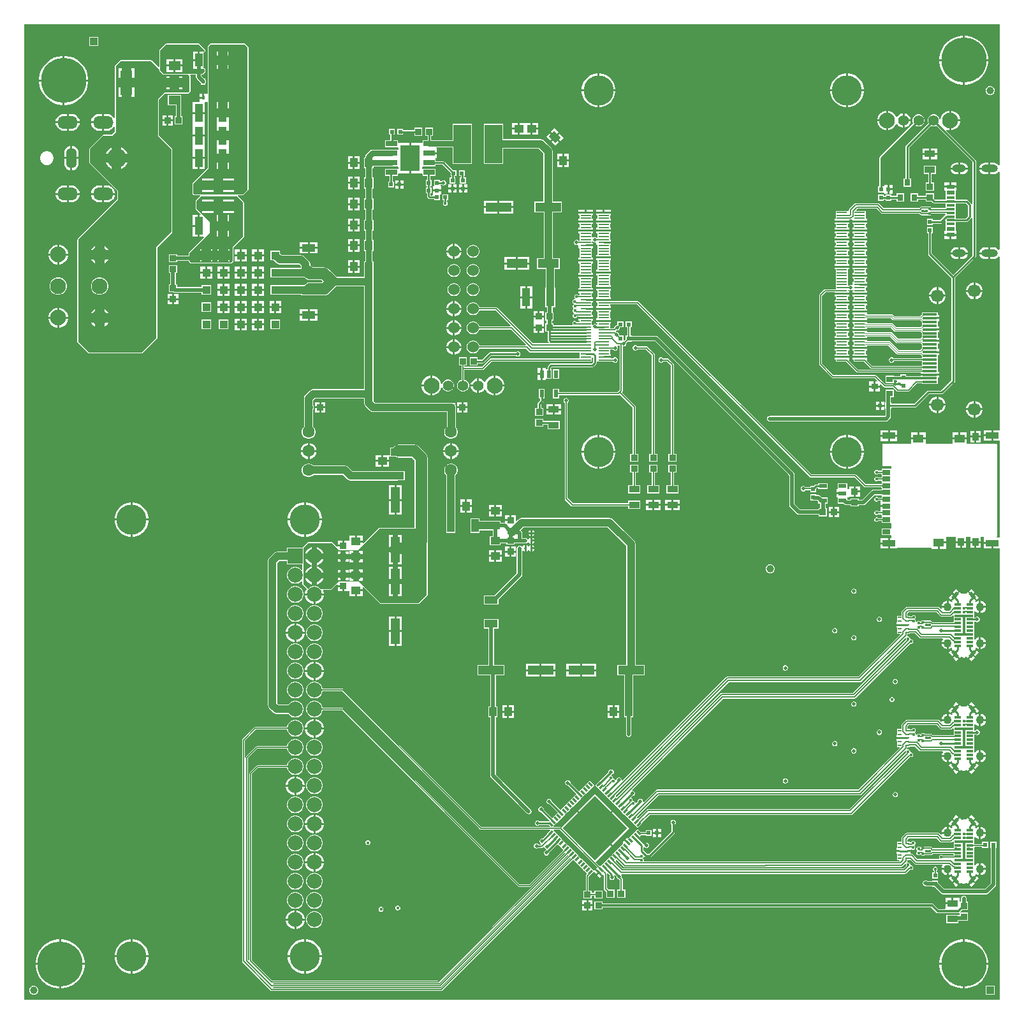
<source format=gbr>
%TF.GenerationSoftware,Altium Limited,Altium Designer,22.1.2 (22)*%
G04 Layer_Physical_Order=1*
G04 Layer_Color=255*
%FSLAX26Y26*%
%MOIN*%
%TF.SameCoordinates,747B8C89-0A35-4E4D-912B-25F4ADAE1177*%
%TF.FilePolarity,Positive*%
%TF.FileFunction,Copper,L1,Top,Signal*%
%TF.Part,Single*%
G01*
G75*
%TA.AperFunction,SMDPad,CuDef*%
%ADD10R,0.031496X0.035433*%
%ADD11R,0.062992X0.129921*%
%ADD12R,0.062992X0.047244*%
%ADD13R,0.023622X0.023622*%
%ADD14R,0.035433X0.033465*%
%ADD15R,0.033465X0.035433*%
%ADD16R,0.023622X0.023622*%
%ADD17R,0.056299X0.007874*%
%ADD18R,0.092520X0.200787*%
%ADD19R,0.145669X0.047244*%
%ADD20R,0.043307X0.023622*%
%ADD21R,0.023622X0.043307*%
%ADD22R,0.035433X0.031496*%
%ADD23P,0.334066X4X270.0*%
G04:AMPARAMS|DCode=24|XSize=11.024mil|YSize=27.165mil|CornerRadius=0mil|HoleSize=0mil|Usage=FLASHONLY|Rotation=315.000|XOffset=0mil|YOffset=0mil|HoleType=Round|Shape=Rectangle|*
%AMROTATEDRECTD24*
4,1,4,-0.013502,-0.005707,0.005707,0.013502,0.013502,0.005707,-0.005707,-0.013502,-0.013502,-0.005707,0.0*
%
%ADD24ROTATEDRECTD24*%

G04:AMPARAMS|DCode=25|XSize=11.024mil|YSize=27.165mil|CornerRadius=0mil|HoleSize=0mil|Usage=FLASHONLY|Rotation=45.000|XOffset=0mil|YOffset=0mil|HoleType=Round|Shape=Rectangle|*
%AMROTATEDRECTD25*
4,1,4,0.005707,-0.013502,-0.013502,0.005707,-0.005707,0.013502,0.013502,-0.005707,0.005707,-0.013502,0.0*
%
%ADD25ROTATEDRECTD25*%

%TA.AperFunction,BGAPad,CuDef*%
%ADD26C,0.013780*%
%TA.AperFunction,SMDPad,CuDef*%
%ADD27R,0.059055X0.031496*%
%ADD28R,0.102362X0.137795*%
%TA.AperFunction,BGAPad,CuDef*%
%ADD29R,0.041732X0.041732*%
%TA.AperFunction,FiducialPad,Global*%
%ADD30R,0.039370X0.039370*%
%ADD31C,0.039370*%
%TA.AperFunction,SMDPad,CuDef*%
%ADD32R,0.070866X0.039370*%
%ADD33R,0.039370X0.070866*%
%ADD34R,0.055118X0.035433*%
%ADD35R,0.011811X0.011811*%
%ADD36R,0.018701X0.007874*%
%ADD37R,0.017716X0.023228*%
%ADD38R,0.055118X0.044488*%
%ADD39R,0.033465X0.039370*%
%ADD40R,0.066929X0.035433*%
%ADD41R,0.039370X0.025591*%
%ADD42R,0.074803X0.011811*%
%TA.AperFunction,ConnectorPad*%
%ADD43R,0.043307X0.011811*%
%ADD44R,0.043307X0.023622*%
%TA.AperFunction,SMDPad,CuDef*%
%ADD45R,0.033465X0.011811*%
G04:AMPARAMS|DCode=46|XSize=19.685mil|YSize=40.551mil|CornerRadius=0mil|HoleSize=0mil|Usage=FLASHONLY|Rotation=220.000|XOffset=0mil|YOffset=0mil|HoleType=Round|Shape=Rectangle|*
%AMROTATEDRECTD46*
4,1,4,-0.005493,0.021859,0.020573,-0.009205,0.005493,-0.021859,-0.020573,0.009205,-0.005493,0.021859,0.0*
%
%ADD46ROTATEDRECTD46*%

G04:AMPARAMS|DCode=47|XSize=19.685mil|YSize=40.551mil|CornerRadius=0mil|HoleSize=0mil|Usage=FLASHONLY|Rotation=320.000|XOffset=0mil|YOffset=0mil|HoleType=Round|Shape=Rectangle|*
%AMROTATEDRECTD47*
4,1,4,-0.020573,-0.009205,0.005493,0.021859,0.020573,0.009205,-0.005493,-0.021859,-0.020573,-0.009205,0.0*
%
%ADD47ROTATEDRECTD47*%

%ADD48R,0.043307X0.094488*%
%ADD49R,0.110236X0.047244*%
%ADD50R,0.133858X0.047244*%
%ADD51R,0.049213X0.039370*%
%ADD52R,0.047244X0.133858*%
%ADD53R,0.039370X0.049213*%
G04:AMPARAMS|DCode=54|XSize=39.37mil|YSize=49.213mil|CornerRadius=0mil|HoleSize=0mil|Usage=FLASHONLY|Rotation=45.000|XOffset=0mil|YOffset=0mil|HoleType=Round|Shape=Rectangle|*
%AMROTATEDRECTD54*
4,1,4,0.003480,-0.031319,-0.031319,0.003480,-0.003480,0.031319,0.031319,-0.003480,0.003480,-0.031319,0.0*
%
%ADD54ROTATEDRECTD54*%

%TA.AperFunction,Conductor*%
%ADD55C,0.006946*%
%ADD56C,0.006929*%
%ADD57C,0.004921*%
%ADD58C,0.010000*%
%ADD59C,0.007874*%
%ADD60C,0.011811*%
%ADD61C,0.029528*%
%ADD62C,0.039370*%
%ADD63C,0.059055*%
%ADD64C,0.019685*%
%ADD65C,0.005981*%
%ADD66C,0.005000*%
%TA.AperFunction,ComponentPad*%
%ADD67C,0.055118*%
%ADD68C,0.082677*%
%ADD69C,0.157480*%
%ADD70R,0.078740X0.078740*%
%ADD71C,0.078740*%
%ADD72C,0.060000*%
%ADD73O,0.106299X0.066929*%
%ADD74O,0.055118X0.106299*%
%ADD75C,0.102362*%
%ADD76C,0.062992*%
%ADD77C,0.236220*%
%ADD78C,0.066929*%
%ADD79O,0.070866X0.039370*%
%ADD80O,0.086614X0.039370*%
%ADD81C,0.043307*%
%TA.AperFunction,ViaPad*%
%ADD82C,0.017716*%
%ADD83C,0.039370*%
%ADD84C,0.027559*%
%ADD85C,0.015748*%
%ADD86C,0.019685*%
%ADD87C,0.050000*%
G36*
X6092167Y5358325D02*
X6087167Y5356627D01*
X6084164Y5360542D01*
X6077963Y5365300D01*
X6070742Y5368291D01*
X6062992Y5369311D01*
X6044370D01*
Y5339370D01*
Y5309429D01*
X6062992D01*
X6070742Y5310449D01*
X6077963Y5313440D01*
X6084164Y5318198D01*
X6087167Y5322113D01*
X6092167Y5320415D01*
Y4915805D01*
X6087167Y4914108D01*
X6084164Y4918022D01*
X6077963Y4922780D01*
X6070742Y4925771D01*
X6062992Y4926792D01*
X6044370D01*
Y4896850D01*
Y4866909D01*
X6062992D01*
X6070742Y4867929D01*
X6077963Y4870921D01*
X6084164Y4875679D01*
X6087167Y4879593D01*
X6092167Y4877896D01*
Y3971732D01*
X6059492D01*
Y3944015D01*
Y3916299D01*
X6092167D01*
Y3408726D01*
X6077401D01*
X6076407Y3413726D01*
X6077816Y3414309D01*
X6079065Y3417323D01*
Y3897638D01*
X6077816Y3900651D01*
X6074803Y3901899D01*
X5920433D01*
Y3922165D01*
X5882874D01*
X5845315D01*
Y3901899D01*
X5705866D01*
Y3922165D01*
X5668307D01*
Y3927165D01*
D01*
Y3922165D01*
X5630748D01*
Y3901899D01*
X5484252D01*
X5481239Y3900651D01*
X5479990Y3897638D01*
Y3787402D01*
X5481239Y3784388D01*
X5484252Y3783140D01*
X5527235D01*
Y3772050D01*
X5523622Y3768701D01*
X5522234Y3768701D01*
X5476378D01*
Y3759997D01*
X5457494D01*
X5455509Y3761981D01*
X5451168Y3763780D01*
X5446470D01*
X5442128Y3761981D01*
X5438806Y3758659D01*
X5437008Y3754318D01*
Y3749619D01*
X5438806Y3745278D01*
X5442128Y3741956D01*
X5446470Y3740157D01*
X5451168D01*
X5455509Y3741956D01*
X5457494Y3743940D01*
X5472842D01*
X5476378Y3740405D01*
X5476378Y3735236D01*
X5476378Y3730236D01*
Y3724564D01*
X5457494D01*
X5455509Y3726548D01*
X5451168Y3728346D01*
X5446470D01*
X5442128Y3726548D01*
X5438806Y3723226D01*
X5437008Y3718885D01*
Y3714186D01*
X5438806Y3709845D01*
X5442128Y3706523D01*
X5446470Y3704724D01*
X5451168D01*
X5455509Y3706523D01*
X5457494Y3708507D01*
X5472842D01*
X5476378Y3704972D01*
X5476378Y3699803D01*
X5476378Y3694803D01*
Y3689131D01*
X5393089D01*
X5344260Y3737960D01*
X5341655Y3739701D01*
X5338583Y3740312D01*
X5109625D01*
X4206464Y4643472D01*
X4203860Y4645212D01*
X4200787Y4645824D01*
X4061378D01*
Y4648543D01*
X4023228D01*
X3985079D01*
Y4639606D01*
X3987606D01*
X3991142Y4636071D01*
X3991142Y4629922D01*
X3991142D01*
Y4629921D01*
X3991142D01*
Y4620236D01*
X3985079D01*
Y4611299D01*
X4023228D01*
X4061378D01*
Y4620236D01*
X4055315D01*
Y4629767D01*
X4197462D01*
X5100622Y3726607D01*
X5100622Y3726607D01*
X5103227Y3724866D01*
X5106299Y3724255D01*
X5106300Y3724255D01*
X5335257D01*
X5384087Y3675426D01*
X5384087Y3675425D01*
X5386691Y3673685D01*
X5389764Y3673074D01*
X5472842D01*
X5476378Y3669538D01*
X5476378Y3664370D01*
X5475536Y3659719D01*
X5433071D01*
X5427694Y3658649D01*
X5423136Y3655604D01*
X5376070Y3608538D01*
X5356299D01*
Y3614173D01*
X5312992D01*
Y3608538D01*
X5297244D01*
Y3619921D01*
X5303307D01*
Y3620532D01*
X5306929Y3623858D01*
X5308307Y3623858D01*
X5329645D01*
Y3650590D01*
Y3677323D01*
X5306929D01*
Y3666870D01*
X5303307Y3663543D01*
X5302244Y3663543D01*
X5297244Y3664303D01*
Y3694882D01*
X5246063D01*
Y3663543D01*
X5240000D01*
Y3646732D01*
X5271654D01*
Y3636732D01*
X5240000D01*
Y3619921D01*
X5246063D01*
Y3588583D01*
X5277375D01*
X5281404Y3584554D01*
X5285962Y3581508D01*
X5291339Y3580439D01*
X5312992D01*
Y3572835D01*
X5356299D01*
Y3580439D01*
X5381890D01*
X5387266Y3581508D01*
X5391824Y3584554D01*
X5438890Y3631620D01*
X5475536D01*
X5476378Y3626968D01*
X5476378Y3623937D01*
Y3618265D01*
X5457494D01*
X5455509Y3620249D01*
X5451168Y3622047D01*
X5446470D01*
X5442128Y3620249D01*
X5438806Y3616927D01*
X5437008Y3612586D01*
Y3607887D01*
X5438806Y3603546D01*
X5442128Y3600223D01*
X5446470Y3598425D01*
X5451168D01*
X5455509Y3600223D01*
X5457494Y3602208D01*
X5469372D01*
X5470315Y3597598D01*
X5470315D01*
Y3579803D01*
X5500000D01*
Y3569803D01*
X5470315D01*
Y3552008D01*
X5470315D01*
X5469372Y3547398D01*
X5457494D01*
X5455509Y3549383D01*
X5451168Y3551181D01*
X5446470D01*
X5442128Y3549383D01*
X5438806Y3546061D01*
X5437008Y3541720D01*
Y3537021D01*
X5438806Y3532680D01*
X5442128Y3529357D01*
X5446470Y3527559D01*
X5451168D01*
X5455509Y3529357D01*
X5457494Y3531342D01*
X5472842D01*
X5476378Y3527806D01*
X5476378Y3522638D01*
X5476378Y3517638D01*
Y3511965D01*
X5457494D01*
X5455509Y3513950D01*
X5451168Y3515748D01*
X5446470D01*
X5442128Y3513950D01*
X5438806Y3510627D01*
X5437008Y3506286D01*
Y3501588D01*
X5438806Y3497247D01*
X5442128Y3493924D01*
X5446470Y3492126D01*
X5451168D01*
X5455509Y3493924D01*
X5457494Y3495909D01*
X5476378D01*
Y3487205D01*
X5522234D01*
X5523622Y3487205D01*
X5527235Y3483855D01*
Y3460239D01*
X5523622Y3456890D01*
X5522234Y3456890D01*
X5476378D01*
Y3423425D01*
X5522234D01*
X5523622Y3423425D01*
X5527235Y3420076D01*
Y3409449D01*
X5526024Y3407638D01*
X5519764D01*
Y3379921D01*
Y3352205D01*
X5558228D01*
Y3357391D01*
X5559055Y3357943D01*
X5736220D01*
X5737047Y3357391D01*
Y3351614D01*
X5769607D01*
Y3383858D01*
X5774607D01*
Y3388858D01*
X5812165D01*
Y3413061D01*
X5864016D01*
Y3390827D01*
X5890748D01*
X5917480D01*
Y3413061D01*
X5940000D01*
Y3390827D01*
X5966732D01*
X5993465D01*
Y3413061D01*
X6009065D01*
X6010669Y3408726D01*
X6010669Y3408061D01*
Y3386009D01*
X6054134D01*
Y3381009D01*
X6059134D01*
Y3353293D01*
X6092167D01*
Y994447D01*
X994447D01*
Y6092167D01*
X6092167D01*
Y5358325D01*
D02*
G37*
%LPC*%
G36*
X1381890Y6027559D02*
X1334646D01*
Y5980315D01*
X1381890D01*
Y6027559D01*
D02*
G37*
G36*
X1905512Y5992450D02*
X1736220D01*
X1733207Y5991202D01*
X1701711Y5959706D01*
X1700463Y5956693D01*
Y5871152D01*
X1695844Y5869238D01*
X1660494Y5904588D01*
X1657480Y5905836D01*
X1496063D01*
X1496063Y5905836D01*
X1493050Y5904588D01*
X1469428Y5880966D01*
X1468179Y5877953D01*
Y5603583D01*
X1463179Y5602589D01*
X1463163Y5602628D01*
X1456196Y5611708D01*
X1447117Y5618675D01*
X1436543Y5623055D01*
X1425197Y5624548D01*
X1410512D01*
Y5580709D01*
Y5536869D01*
X1425197D01*
X1436543Y5538363D01*
X1447117Y5542743D01*
X1456196Y5549709D01*
X1463163Y5558789D01*
X1463179Y5558828D01*
X1468179Y5557834D01*
Y5533261D01*
X1450991Y5516072D01*
X1405512D01*
X1402498Y5514824D01*
X1402498Y5514824D01*
X1335569Y5447895D01*
X1334321Y5444882D01*
Y5370079D01*
X1334321Y5370079D01*
X1335569Y5367065D01*
X1335570Y5367065D01*
X1437931Y5264703D01*
X1437932Y5264703D01*
X1479991Y5222644D01*
Y5178931D01*
X1272577Y4971517D01*
X1271329Y4968504D01*
Y4433071D01*
X1272577Y4430057D01*
X1272578Y4430057D01*
X1327695Y4374940D01*
X1330709Y4373691D01*
X1610236D01*
X1613249Y4374940D01*
X1688053Y4449743D01*
X1689301Y4452756D01*
Y4927369D01*
X1766793Y5004861D01*
X1768041Y5007874D01*
Y5440945D01*
X1766793Y5443958D01*
X1697175Y5513576D01*
X1697175Y5699022D01*
X1730112Y5731959D01*
X1850394D01*
X1853407Y5733207D01*
X1861281Y5741081D01*
X1862529Y5744095D01*
Y5822834D01*
X1862529Y5822835D01*
X1861473Y5825384D01*
X1863277Y5830384D01*
X1891462D01*
Y5817717D01*
X1892532Y5812340D01*
X1895577Y5807782D01*
X1916339Y5787021D01*
Y5777756D01*
X1941929D01*
Y5787654D01*
X1942114Y5787931D01*
X1943183Y5793307D01*
Y5794095D01*
X1942114Y5799471D01*
X1941929Y5799748D01*
Y5808858D01*
X1934239D01*
X1919561Y5823536D01*
Y5830384D01*
X1925196D01*
X1925197Y5830384D01*
X1928210Y5831632D01*
X1928210Y5831633D01*
X1940021Y5843443D01*
X1941269Y5846457D01*
Y5855829D01*
X1940937Y5856631D01*
X1940928Y5857500D01*
X1939117Y5861749D01*
X1938527Y5862328D01*
X1938210Y5863092D01*
X1937408Y5863424D01*
X1936787Y5864032D01*
X1935961Y5864024D01*
X1935197Y5864340D01*
X1933388Y5864340D01*
X1931320Y5865216D01*
X1929134Y5867999D01*
Y5943025D01*
X1931320Y5945808D01*
X1933388Y5946683D01*
X1935197Y5946684D01*
X1935961Y5947000D01*
X1936787Y5946992D01*
X1937408Y5947599D01*
X1938210Y5947932D01*
X1938527Y5948696D01*
X1939117Y5949274D01*
X1940928Y5953524D01*
X1940937Y5954392D01*
X1941269Y5955195D01*
Y5956693D01*
X1941269Y5956693D01*
X1940021Y5959706D01*
X1908525Y5991202D01*
X1905512Y5992450D01*
D02*
G37*
G36*
X5915594Y6033622D02*
X5910512D01*
Y5910512D01*
X6033622D01*
Y5915594D01*
X6030467Y5935511D01*
X6024236Y5954689D01*
X6015081Y5972656D01*
X6003229Y5988970D01*
X5988970Y6003229D01*
X5972656Y6015081D01*
X5954689Y6024236D01*
X5935511Y6030467D01*
X5915594Y6033622D01*
D02*
G37*
G36*
X5900512D02*
X5895429D01*
X5875513Y6030467D01*
X5856335Y6024236D01*
X5838367Y6015081D01*
X5822054Y6003229D01*
X5807795Y5988970D01*
X5795942Y5972656D01*
X5786788Y5954689D01*
X5780556Y5935511D01*
X5777402Y5915594D01*
Y5910512D01*
X5900512D01*
Y6033622D01*
D02*
G37*
G36*
X1210082Y5928110D02*
X1205000D01*
Y5805000D01*
X1328110D01*
Y5810083D01*
X1324956Y5829999D01*
X1318724Y5849177D01*
X1309570Y5867144D01*
X1297717Y5883458D01*
X1283458Y5897717D01*
X1267144Y5909570D01*
X1249177Y5918724D01*
X1229999Y5924956D01*
X1210082Y5928110D01*
D02*
G37*
G36*
X1195000D02*
X1189918D01*
X1170001Y5924956D01*
X1150823Y5918724D01*
X1132856Y5909570D01*
X1116542Y5897717D01*
X1102283Y5883458D01*
X1090430Y5867144D01*
X1081276Y5849177D01*
X1075044Y5829999D01*
X1071890Y5810083D01*
Y5805000D01*
X1195000D01*
Y5928110D01*
D02*
G37*
G36*
X6033622Y5900512D02*
X5910512D01*
Y5777402D01*
X5915594D01*
X5935511Y5780556D01*
X5954689Y5786788D01*
X5972656Y5795942D01*
X5988970Y5807795D01*
X6003229Y5822054D01*
X6015081Y5838367D01*
X6024236Y5856335D01*
X6030467Y5875513D01*
X6033622Y5895429D01*
Y5900512D01*
D02*
G37*
G36*
X5900512D02*
X5777402D01*
Y5895429D01*
X5780556Y5875513D01*
X5786788Y5856335D01*
X5795942Y5838367D01*
X5807795Y5822054D01*
X5822054Y5807795D01*
X5838367Y5795942D01*
X5856335Y5786788D01*
X5875513Y5780556D01*
X5895429Y5777402D01*
X5900512D01*
Y5900512D01*
D02*
G37*
G36*
X5304016Y5836772D02*
X5300276D01*
Y5753032D01*
X5384016D01*
Y5756772D01*
X5380605Y5773916D01*
X5373916Y5790066D01*
X5364205Y5804600D01*
X5351844Y5816961D01*
X5337310Y5826672D01*
X5321160Y5833361D01*
X5304016Y5836772D01*
D02*
G37*
G36*
X5290276D02*
X5286535D01*
X5269391Y5833361D01*
X5253241Y5826672D01*
X5238707Y5816961D01*
X5226347Y5804600D01*
X5216635Y5790066D01*
X5209946Y5773916D01*
X5206535Y5756772D01*
Y5753032D01*
X5290276D01*
Y5836772D01*
D02*
G37*
G36*
X4004803D02*
X4001063D01*
Y5753031D01*
X4084803D01*
Y5756772D01*
X4081393Y5773916D01*
X4074704Y5790066D01*
X4064992Y5804600D01*
X4052631Y5816961D01*
X4038097Y5826672D01*
X4021948Y5833361D01*
X4004803Y5836772D01*
D02*
G37*
G36*
X3991063D02*
X3987323D01*
X3970178Y5833361D01*
X3954029Y5826672D01*
X3939494Y5816961D01*
X3927134Y5804600D01*
X3917423Y5790066D01*
X3910733Y5773916D01*
X3907323Y5756772D01*
Y5753031D01*
X3991063D01*
Y5836772D01*
D02*
G37*
G36*
X6048006Y5771654D02*
X6038608D01*
X6029926Y5768057D01*
X6023281Y5761412D01*
X6019685Y5752730D01*
Y5743333D01*
X6023281Y5734651D01*
X6029926Y5728006D01*
X6038608Y5724409D01*
X6048006D01*
X6056688Y5728006D01*
X6063333Y5734651D01*
X6066929Y5743333D01*
Y5752730D01*
X6063333Y5761412D01*
X6056688Y5768057D01*
X6048006Y5771654D01*
D02*
G37*
G36*
X1924134Y5730275D02*
X1910276D01*
Y5713662D01*
X1924134D01*
Y5730275D01*
D02*
G37*
G36*
X1328110Y5795000D02*
X1205000D01*
Y5671890D01*
X1210082D01*
X1229999Y5675044D01*
X1249177Y5681276D01*
X1267144Y5690430D01*
X1283458Y5702283D01*
X1297717Y5716542D01*
X1309570Y5732856D01*
X1318724Y5750823D01*
X1324956Y5770001D01*
X1328110Y5789917D01*
Y5795000D01*
D02*
G37*
G36*
X1195000D02*
X1071890D01*
Y5789917D01*
X1075044Y5770001D01*
X1081276Y5750823D01*
X1090430Y5732856D01*
X1102283Y5716542D01*
X1116542Y5702283D01*
X1132856Y5690430D01*
X1150823Y5681276D01*
X1170001Y5675044D01*
X1189918Y5671890D01*
X1195000D01*
Y5795000D01*
D02*
G37*
G36*
X5384016Y5743032D02*
X5300276D01*
Y5659291D01*
X5304016D01*
X5321160Y5662702D01*
X5337310Y5669391D01*
X5351844Y5679102D01*
X5364205Y5691463D01*
X5373916Y5705997D01*
X5380605Y5722147D01*
X5384016Y5739291D01*
Y5743032D01*
D02*
G37*
G36*
X5290276D02*
X5206535D01*
Y5739291D01*
X5209946Y5722147D01*
X5216635Y5705997D01*
X5226347Y5691463D01*
X5238707Y5679102D01*
X5253241Y5669391D01*
X5269391Y5662702D01*
X5286535Y5659291D01*
X5290276D01*
Y5743032D01*
D02*
G37*
G36*
X4084803Y5743031D02*
X4001063D01*
Y5659291D01*
X4004803D01*
X4021948Y5662702D01*
X4038097Y5669391D01*
X4052631Y5679102D01*
X4064992Y5691463D01*
X4074704Y5705997D01*
X4081393Y5722147D01*
X4084803Y5739291D01*
Y5743031D01*
D02*
G37*
G36*
X3991063D02*
X3907323D01*
Y5739291D01*
X3910733Y5722147D01*
X3917423Y5705997D01*
X3927134Y5691463D01*
X3939494Y5679102D01*
X3954029Y5669391D01*
X3970178Y5662702D01*
X3987323Y5659291D01*
X3991063D01*
Y5743031D01*
D02*
G37*
G36*
X5829646Y5641890D02*
X5827887D01*
X5814830Y5638391D01*
X5803123Y5631632D01*
X5793565Y5622074D01*
X5786806Y5610367D01*
X5783655Y5598611D01*
X5778479D01*
X5777381Y5602708D01*
X5773235Y5609890D01*
X5767370Y5615754D01*
X5760189Y5619901D01*
X5752178Y5622047D01*
X5743885D01*
X5735874Y5619901D01*
X5728693Y5615754D01*
X5722828Y5609890D01*
X5718682Y5602708D01*
X5716535Y5594698D01*
Y5586405D01*
X5718682Y5578394D01*
X5720258Y5575664D01*
X5603793Y5459199D01*
X5601818Y5456243D01*
X5601124Y5452756D01*
Y5287402D01*
X5590551D01*
Y5244095D01*
X5629921D01*
Y5287402D01*
X5619348D01*
Y5448982D01*
X5733145Y5562778D01*
X5735874Y5561202D01*
X5743885Y5559055D01*
X5752178D01*
X5760189Y5561202D01*
X5762918Y5562778D01*
X5950888Y5374808D01*
Y5151266D01*
X5945888Y5150773D01*
X5945426Y5153093D01*
X5943451Y5156049D01*
X5925734Y5173766D01*
X5922778Y5175741D01*
X5919291Y5176435D01*
X5865740D01*
X5862205Y5179971D01*
X5862205Y5196850D01*
X5862205Y5201850D01*
Y5222283D01*
X5868268D01*
Y5239095D01*
X5836614D01*
X5804961D01*
Y5222283D01*
X5811024D01*
X5811024Y5196850D01*
X5811024Y5191850D01*
Y5176435D01*
X5753774D01*
X5750000Y5180209D01*
Y5208661D01*
X5706693D01*
Y5196120D01*
X5667323D01*
Y5208661D01*
X5627953D01*
Y5165354D01*
X5667323D01*
Y5177896D01*
X5706693D01*
Y5167323D01*
X5737114D01*
X5743557Y5160880D01*
X5746513Y5158904D01*
X5750000Y5158211D01*
X5811024D01*
X5811024Y5136121D01*
X5807488Y5132586D01*
X5735236D01*
Y5141732D01*
X5715551D01*
Y5140932D01*
X5684926D01*
X5682038Y5140358D01*
X5679590Y5138722D01*
X5673454Y5132586D01*
X5487087D01*
X5463478Y5156194D01*
X5461030Y5157830D01*
X5458142Y5158405D01*
X5340280D01*
X5337392Y5157830D01*
X5334944Y5156194D01*
X5307065Y5128315D01*
X5305430Y5125867D01*
X5304855Y5122979D01*
Y5118935D01*
X5300197Y5118110D01*
Y5118110D01*
X5236024D01*
Y5091614D01*
X5236024Y5086614D01*
X5236023D01*
Y5086614D01*
X5236024D01*
Y5076929D01*
X5229961D01*
Y5067992D01*
X5268111D01*
X5306260D01*
Y5072139D01*
X5314083D01*
X5316971Y5072713D01*
X5318661Y5073843D01*
X5321359Y5073055D01*
X5323661Y5071520D01*
Y5067992D01*
X5361811D01*
X5399961D01*
Y5076929D01*
X5393898D01*
Y5086614D01*
X5393898D01*
X5393898Y5091614D01*
Y5118110D01*
X5344336D01*
X5342423Y5122730D01*
X5349147Y5129453D01*
X5449276D01*
X5472884Y5105845D01*
X5475333Y5104209D01*
X5478221Y5103635D01*
X5673454D01*
X5679590Y5097498D01*
X5682038Y5095863D01*
X5684926Y5095288D01*
X5715551D01*
Y5094488D01*
X5735236D01*
Y5103635D01*
X5806722D01*
X5810051Y5098635D01*
X5809616Y5097332D01*
X5807240Y5095488D01*
X5806549Y5095026D01*
X5781659Y5070136D01*
X5744095D01*
Y5076772D01*
X5712599D01*
Y5045276D01*
X5744095D01*
Y5051912D01*
X5785433D01*
X5788920Y5052605D01*
X5791876Y5054580D01*
X5806404Y5069108D01*
X5811024Y5067195D01*
X5811024Y5039370D01*
X5811024Y5034370D01*
Y5013937D01*
X5804961D01*
Y4997126D01*
X5836614D01*
X5868268D01*
Y5013937D01*
X5862205D01*
X5862205Y5039370D01*
X5862205Y5044370D01*
Y5059785D01*
X5919291D01*
X5922778Y5060479D01*
X5925734Y5062454D01*
X5943451Y5080171D01*
X5945426Y5083127D01*
X5945888Y5085447D01*
X5950888Y5084955D01*
Y4885034D01*
X5850394Y4784540D01*
X5737459Y4897475D01*
Y5001969D01*
X5744095D01*
Y5033465D01*
X5712599D01*
Y5001969D01*
X5719234D01*
Y4893701D01*
X5719928Y4890214D01*
X5721903Y4887257D01*
X5841282Y4767879D01*
Y4232121D01*
X5787564Y4178403D01*
X5720472D01*
X5716985Y4177710D01*
X5714029Y4175734D01*
X5647407Y4109112D01*
X5526771D01*
Y4115748D01*
X5525073D01*
Y4142913D01*
X5539764D01*
Y4182283D01*
X5496457D01*
Y4142913D01*
X5496974D01*
Y4115748D01*
X5495275D01*
Y4084252D01*
X5496974D01*
Y4048847D01*
X5493673Y4045546D01*
X4889764D01*
X4888407Y4045276D01*
X4887023D01*
X4885744Y4044746D01*
X4884387Y4044476D01*
X4883237Y4043707D01*
X4881958Y4043178D01*
X4880980Y4042199D01*
X4879829Y4041431D01*
X4879060Y4040280D01*
X4878082Y4039302D01*
X4877553Y4038023D01*
X4876784Y4036873D01*
X4876514Y4035515D01*
X4875984Y4034237D01*
Y4032853D01*
X4875714Y4031496D01*
X4875984Y4030139D01*
Y4028755D01*
X4876514Y4027477D01*
X4876784Y4026120D01*
X4877553Y4024969D01*
X4878082Y4023691D01*
X4879060Y4022712D01*
X4879829Y4021562D01*
X4880980Y4020793D01*
X4881958Y4019814D01*
X4883237Y4019285D01*
X4884387Y4018516D01*
X4885744Y4018246D01*
X4887023Y4017717D01*
X4888407D01*
X4889764Y4017447D01*
X5499492D01*
X5504869Y4018516D01*
X5509427Y4021562D01*
X5520958Y4033093D01*
X5524003Y4037651D01*
X5525073Y4043027D01*
Y4084252D01*
X5526771D01*
Y4090888D01*
X5651181D01*
X5654668Y4091581D01*
X5657624Y4093557D01*
X5724247Y4160179D01*
X5791339D01*
X5794826Y4160873D01*
X5797782Y4162848D01*
X5856837Y4221903D01*
X5858812Y4224859D01*
X5859506Y4228346D01*
Y4767879D01*
X5860774Y4769147D01*
X5860774Y4769148D01*
X5966443Y4874817D01*
X5968418Y4877773D01*
X5969112Y4881260D01*
Y5378583D01*
X5968418Y5382070D01*
X5966443Y5385026D01*
X5813607Y5537863D01*
X5816195Y5542345D01*
X5827887Y5539213D01*
X5829646D01*
Y5590551D01*
Y5641890D01*
D02*
G37*
G36*
X5595551Y5628095D02*
Y5595551D01*
X5628095D01*
X5625551Y5605048D01*
X5620606Y5613613D01*
X5613613Y5620606D01*
X5605048Y5625551D01*
X5595551Y5628095D01*
D02*
G37*
G36*
X5841404Y5641890D02*
X5839646D01*
Y5595551D01*
X5885984D01*
Y5597310D01*
X5882486Y5610367D01*
X5875727Y5622074D01*
X5866168Y5631632D01*
X5854462Y5638391D01*
X5841404Y5641890D01*
D02*
G37*
G36*
X1769842Y5618268D02*
X1748110D01*
Y5595551D01*
X1769842D01*
Y5618268D01*
D02*
G37*
G36*
X1738110D02*
X1716378D01*
Y5595551D01*
X1738110D01*
Y5618268D01*
D02*
G37*
G36*
X5498937Y5641890D02*
X5497178D01*
X5484121Y5638391D01*
X5472414Y5631632D01*
X5462856Y5622074D01*
X5456097Y5610367D01*
X5452598Y5597310D01*
Y5595551D01*
X5498937D01*
Y5641890D01*
D02*
G37*
G36*
X1400512Y5624548D02*
X1385827D01*
X1374480Y5623055D01*
X1363907Y5618675D01*
X1354827Y5611708D01*
X1347861Y5602628D01*
X1343481Y5592055D01*
X1342645Y5585709D01*
X1400512D01*
Y5624548D01*
D02*
G37*
G36*
X1240158D02*
X1225472D01*
Y5585709D01*
X1283339D01*
X1282503Y5592055D01*
X1278124Y5602628D01*
X1271157Y5611708D01*
X1262077Y5618675D01*
X1251504Y5623055D01*
X1240158Y5624548D01*
D02*
G37*
G36*
X1215472D02*
X1200787D01*
X1189441Y5623055D01*
X1178868Y5618675D01*
X1169788Y5611708D01*
X1162821Y5602628D01*
X1158441Y5592055D01*
X1157606Y5585709D01*
X1215472D01*
Y5624548D01*
D02*
G37*
G36*
X1814961Y5724409D02*
X1744095D01*
Y5669291D01*
X1786147D01*
Y5612205D01*
X1779527D01*
Y5568898D01*
X1820866D01*
Y5612205D01*
X1814246D01*
Y5669291D01*
X1814961D01*
Y5724409D01*
D02*
G37*
G36*
X1769842Y5585551D02*
X1748110D01*
Y5562835D01*
X1769842D01*
Y5585551D01*
D02*
G37*
G36*
X1738110D02*
X1716378D01*
Y5562835D01*
X1738110D01*
Y5585551D01*
D02*
G37*
G36*
X5673438Y5622047D02*
X5665145D01*
X5657134Y5619901D01*
X5649952Y5615754D01*
X5644088Y5609890D01*
X5639942Y5602708D01*
X5637795Y5594698D01*
Y5586405D01*
X5639942Y5578394D01*
X5641518Y5575664D01*
X5465998Y5400144D01*
X5464022Y5397188D01*
X5463329Y5393701D01*
Y5246063D01*
X5456693D01*
Y5214567D01*
X5488189Y5214567D01*
X5490000Y5210317D01*
Y5208504D01*
X5506811D01*
Y5230315D01*
Y5252126D01*
X5490000D01*
Y5250313D01*
X5489152Y5248324D01*
X5483584Y5247567D01*
X5481553Y5249599D01*
Y5389926D01*
X5654404Y5562778D01*
X5657134Y5561202D01*
X5665145Y5559055D01*
X5673438D01*
X5681448Y5561202D01*
X5688630Y5565348D01*
X5694494Y5571212D01*
X5698641Y5578394D01*
X5700787Y5586405D01*
Y5594698D01*
X5698641Y5602708D01*
X5694494Y5609890D01*
X5688630Y5615754D01*
X5681448Y5619901D01*
X5673438Y5622047D01*
D02*
G37*
G36*
X5628095Y5585551D02*
X5595551D01*
Y5553007D01*
X5605048Y5555552D01*
X5613613Y5560497D01*
X5620606Y5567489D01*
X5625551Y5576054D01*
X5628095Y5585551D01*
D02*
G37*
G36*
X5510696Y5641890D02*
X5508937D01*
Y5590551D01*
Y5539213D01*
X5510696D01*
X5523753Y5542711D01*
X5535460Y5549470D01*
X5545018Y5559029D01*
X5551777Y5570735D01*
X5552117Y5572003D01*
X5557483Y5572710D01*
X5560496Y5567489D01*
X5567489Y5560497D01*
X5576054Y5555552D01*
X5585551Y5553007D01*
Y5590551D01*
Y5628095D01*
X5576054Y5625551D01*
X5567489Y5620606D01*
X5560496Y5613613D01*
X5557483Y5608393D01*
X5552117Y5609099D01*
X5551777Y5610367D01*
X5545018Y5622074D01*
X5535460Y5631632D01*
X5523753Y5638391D01*
X5510696Y5641890D01*
D02*
G37*
G36*
X3573740Y5576929D02*
X3544134D01*
Y5552244D01*
X3573740D01*
Y5576929D01*
D02*
G37*
G36*
X3680276D02*
X3650669D01*
Y5552244D01*
X3680276D01*
Y5576929D01*
D02*
G37*
G36*
X3074803Y5553150D02*
X3033465D01*
Y5540608D01*
X2974409D01*
Y5547244D01*
X2942913D01*
Y5515748D01*
X2974409D01*
Y5522384D01*
X3033465D01*
Y5509843D01*
X3074803D01*
Y5553150D01*
D02*
G37*
G36*
X5885984Y5585551D02*
X5839646D01*
Y5539213D01*
X5841404D01*
X5854462Y5542711D01*
X5866168Y5549470D01*
X5875727Y5559029D01*
X5882486Y5570735D01*
X5885984Y5583792D01*
Y5585551D01*
D02*
G37*
G36*
X5498937D02*
X5452598D01*
Y5583792D01*
X5456097Y5570735D01*
X5462856Y5559029D01*
X5472414Y5549470D01*
X5484121Y5542711D01*
X5497178Y5539213D01*
X5498937D01*
Y5585551D01*
D02*
G37*
G36*
X1400512Y5575709D02*
X1342645D01*
X1343481Y5569362D01*
X1347861Y5558789D01*
X1354827Y5549709D01*
X1363907Y5542743D01*
X1374480Y5538363D01*
X1385827Y5536869D01*
X1400512D01*
Y5575709D01*
D02*
G37*
G36*
X1283339Y5575709D02*
X1225472D01*
Y5536869D01*
X1240158D01*
X1251504Y5538363D01*
X1262077Y5542743D01*
X1271157Y5549709D01*
X1278124Y5558789D01*
X1282503Y5569362D01*
X1283339Y5575709D01*
D02*
G37*
G36*
X1215472D02*
X1157606D01*
X1158441Y5569362D01*
X1162821Y5558789D01*
X1169788Y5549709D01*
X1178868Y5542743D01*
X1189441Y5538363D01*
X1200787Y5536869D01*
X1215472D01*
Y5575709D01*
D02*
G37*
G36*
X3680276Y5542244D02*
X3650669D01*
Y5517559D01*
X3680276D01*
Y5542244D01*
D02*
G37*
G36*
X3640669Y5576929D02*
X3583740D01*
Y5547244D01*
Y5517559D01*
X3640669D01*
Y5547244D01*
Y5576929D01*
D02*
G37*
G36*
X3573740Y5542244D02*
X3544134D01*
Y5517559D01*
X3573740D01*
Y5542244D01*
D02*
G37*
G36*
X1937165Y5624921D02*
X1905512D01*
X1873858D01*
Y5574055D01*
X1873858Y5572677D01*
Y5569055D01*
X1873858Y5567677D01*
Y5516811D01*
X1905512D01*
X1937165D01*
Y5567677D01*
X1937165Y5569055D01*
Y5572677D01*
X1937165Y5574055D01*
Y5624921D01*
D02*
G37*
G36*
X3764517Y5549678D02*
X3747061Y5532223D01*
X3767996Y5511288D01*
X3785451Y5528743D01*
X3764517Y5549678D01*
D02*
G37*
G36*
X3334646Y5572835D02*
X3234252D01*
Y5487768D01*
X3143701D01*
Y5488386D01*
X3120333D01*
Y5509843D01*
X3131890D01*
Y5553150D01*
X3090551D01*
Y5509843D01*
X3102108D01*
Y5488386D01*
X3076772D01*
Y5475545D01*
X3072992Y5472599D01*
X3071772Y5472598D01*
X3016811D01*
Y5393701D01*
Y5314803D01*
X3071772D01*
X3072992Y5314803D01*
X3076772Y5311857D01*
Y5299016D01*
X3099156D01*
Y5279528D01*
X3092520D01*
Y5248032D01*
X3099156D01*
Y5240157D01*
X3092520D01*
Y5208661D01*
X3099156D01*
Y5194882D01*
X3099849Y5191395D01*
X3101825Y5188439D01*
X3107730Y5182533D01*
X3110686Y5180558D01*
X3114173Y5179864D01*
X3135827D01*
Y5173228D01*
X3167323D01*
Y5202598D01*
X3173386D01*
Y5219410D01*
X3151575D01*
X3129764D01*
Y5202599D01*
X3129764D01*
X3128581Y5198088D01*
X3117948D01*
X3117380Y5198656D01*
Y5208661D01*
X3124016D01*
Y5240157D01*
X3117380D01*
Y5248032D01*
X3124016D01*
Y5279528D01*
X3117380D01*
Y5299016D01*
X3143701D01*
Y5338386D01*
X3077992D01*
X3076772Y5338386D01*
X3073044Y5341292D01*
Y5346110D01*
X3076772Y5349016D01*
X3077992Y5349016D01*
X3143701D01*
Y5359589D01*
X3180675D01*
X3222441Y5317822D01*
Y5299213D01*
X3226124D01*
Y5293307D01*
X3216535D01*
Y5261811D01*
X3248032D01*
Y5293307D01*
X3244348D01*
Y5299213D01*
X3253937D01*
Y5330709D01*
X3235327D01*
X3190892Y5375144D01*
X3187936Y5377119D01*
X3184449Y5377813D01*
X3143701D01*
Y5387953D01*
X3143701Y5388386D01*
X3144746Y5392953D01*
X3149764D01*
Y5413701D01*
X3110236D01*
Y5423701D01*
X3149764D01*
Y5444449D01*
X3149764D01*
X3148541Y5449449D01*
X3148689Y5449634D01*
X3234252D01*
Y5364173D01*
X3334646D01*
Y5572835D01*
D02*
G37*
G36*
X3739990Y5525152D02*
X3722536Y5507697D01*
X3743470Y5486762D01*
X3760925Y5504217D01*
X3739990Y5525152D01*
D02*
G37*
G36*
X3792522Y5521672D02*
X3775067Y5504217D01*
X3796002Y5483282D01*
X3813457Y5500737D01*
X3792522Y5521672D01*
D02*
G37*
G36*
X3767996Y5497146D02*
X3750541Y5479691D01*
X3771476Y5458756D01*
X3788931Y5476211D01*
X3767996Y5497146D01*
D02*
G37*
G36*
X5765905Y5443071D02*
X5733346D01*
Y5420355D01*
X5765905D01*
Y5443071D01*
D02*
G37*
G36*
X5723346D02*
X5690788D01*
Y5420355D01*
X5723346D01*
Y5443071D01*
D02*
G37*
G36*
X1245158Y5456516D02*
Y5398701D01*
X1278041D01*
Y5419291D01*
X1276750Y5429096D01*
X1272965Y5438233D01*
X1266945Y5446079D01*
X1259099Y5452099D01*
X1249962Y5455884D01*
X1245158Y5456516D01*
D02*
G37*
G36*
X1235158D02*
X1230353Y5455884D01*
X1221216Y5452099D01*
X1213370Y5446079D01*
X1207350Y5438233D01*
X1203565Y5429096D01*
X1202274Y5419291D01*
Y5398701D01*
X1235158D01*
Y5456516D01*
D02*
G37*
G36*
X1937165Y5506811D02*
X1905512D01*
X1873858D01*
Y5455945D01*
X1873858Y5454567D01*
Y5450945D01*
X1873858Y5449567D01*
Y5398701D01*
X1905512D01*
X1937165D01*
Y5449567D01*
X1937165Y5450945D01*
Y5454567D01*
X1937165Y5455945D01*
Y5506811D01*
D02*
G37*
G36*
X5765905Y5410355D02*
X5733346D01*
Y5387638D01*
X5765905D01*
Y5410355D01*
D02*
G37*
G36*
X5723346D02*
X5690788D01*
Y5387638D01*
X5723346D01*
Y5410355D01*
D02*
G37*
G36*
X3840709Y5416496D02*
X3816024D01*
Y5386890D01*
X3840709D01*
Y5416496D01*
D02*
G37*
G36*
X3806024D02*
X3781339D01*
Y5386890D01*
X3806024D01*
Y5416496D01*
D02*
G37*
G36*
X2746220Y5404671D02*
X2721535D01*
Y5375065D01*
X2746220D01*
Y5404671D01*
D02*
G37*
G36*
X2711535D02*
X2686850D01*
Y5375065D01*
X2711535D01*
Y5404671D01*
D02*
G37*
G36*
X1116870Y5429134D02*
X1107540D01*
X1098528Y5426719D01*
X1090448Y5422054D01*
X1083851Y5415457D01*
X1079186Y5407377D01*
X1076772Y5398366D01*
Y5389036D01*
X1079186Y5380024D01*
X1083851Y5371944D01*
X1090448Y5365347D01*
X1098528Y5360682D01*
X1107540Y5358268D01*
X1116870D01*
X1125881Y5360682D01*
X1133961Y5365347D01*
X1140558Y5371944D01*
X1145223Y5380024D01*
X1147638Y5389036D01*
Y5398366D01*
X1145223Y5407377D01*
X1140558Y5415457D01*
X1133961Y5422054D01*
X1125881Y5426719D01*
X1116870Y5429134D01*
D02*
G37*
G36*
X3840709Y5376890D02*
X3816024D01*
Y5347283D01*
X3840709D01*
Y5376890D01*
D02*
G37*
G36*
X3806024D02*
X3781339D01*
Y5347283D01*
X3806024D01*
Y5376890D01*
D02*
G37*
G36*
X6034370Y5369311D02*
X6015748D01*
X6007999Y5368291D01*
X6000777Y5365300D01*
X5994576Y5360542D01*
X5989818Y5354341D01*
X5986827Y5347119D01*
X5986465Y5344370D01*
X6034370D01*
Y5369311D01*
D02*
G37*
G36*
X5897638D02*
X5886890D01*
Y5344370D01*
X5926921D01*
X5926559Y5347119D01*
X5923568Y5354341D01*
X5918809Y5360542D01*
X5912608Y5365300D01*
X5905387Y5368291D01*
X5897638Y5369311D01*
D02*
G37*
G36*
X5876890D02*
X5866142D01*
X5858392Y5368291D01*
X5851171Y5365300D01*
X5844970Y5360542D01*
X5840212Y5354341D01*
X5837221Y5347119D01*
X5836859Y5344370D01*
X5876890D01*
Y5369311D01*
D02*
G37*
G36*
X1937165Y5388701D02*
X1910512D01*
Y5336457D01*
X1937165D01*
Y5388701D01*
D02*
G37*
G36*
X1900512D02*
X1873858D01*
Y5336457D01*
X1900512D01*
Y5388701D01*
D02*
G37*
G36*
X2746220Y5365065D02*
X2721535D01*
Y5335459D01*
X2746220D01*
Y5365065D01*
D02*
G37*
G36*
X2711535D02*
X2686850D01*
Y5335459D01*
X2711535D01*
Y5365065D01*
D02*
G37*
G36*
X1278041Y5388701D02*
X1245158D01*
Y5330885D01*
X1249962Y5331518D01*
X1259099Y5335302D01*
X1266945Y5341323D01*
X1272965Y5349169D01*
X1276750Y5358305D01*
X1278041Y5368110D01*
Y5388701D01*
D02*
G37*
G36*
X1235158D02*
X1202274D01*
Y5368110D01*
X1203565Y5358305D01*
X1207350Y5349169D01*
X1213370Y5341323D01*
X1221216Y5335302D01*
X1230353Y5331518D01*
X1235158Y5330885D01*
Y5388701D01*
D02*
G37*
G36*
X2931102Y5547244D02*
X2899606D01*
Y5515748D01*
X2906242D01*
Y5488386D01*
X2879921D01*
Y5449016D01*
X2945630D01*
X2946850Y5449016D01*
X2950578Y5446110D01*
Y5441292D01*
X2946850Y5438386D01*
X2945630Y5438386D01*
X2879921D01*
Y5437768D01*
X2812573D01*
X2805276Y5436317D01*
X2799090Y5432183D01*
X2781793Y5414886D01*
X2777660Y5408701D01*
X2776208Y5401404D01*
Y5398608D01*
X2771654D01*
Y5341522D01*
X2776208D01*
Y5292309D01*
X2771654D01*
Y5235223D01*
X2776208D01*
Y5182073D01*
X2771654D01*
Y5124987D01*
X2776208D01*
Y5071837D01*
X2771654D01*
Y5014751D01*
X2776208D01*
Y4965538D01*
X2771654D01*
Y4908452D01*
X2776208D01*
Y4855302D01*
X2771654D01*
Y4829086D01*
X2771191Y4826759D01*
Y4772116D01*
X2626443D01*
X2625867Y4772867D01*
X2585497Y4813237D01*
X2578507Y4818601D01*
X2570366Y4821973D01*
X2561630Y4823123D01*
X2504125D01*
X2497192Y4828444D01*
X2489051Y4831816D01*
X2488652Y4831868D01*
Y4839142D01*
X2486818Y4848359D01*
X2481597Y4856173D01*
X2458535Y4879235D01*
X2450721Y4884456D01*
X2441505Y4886289D01*
X2339110D01*
X2331102Y4894297D01*
Y4909842D01*
X2281496D01*
Y4860236D01*
X2297041D01*
X2312103Y4845174D01*
X2319917Y4839953D01*
X2329134Y4838120D01*
X2431528D01*
X2440482Y4829166D01*
Y4818967D01*
X2331102D01*
Y4819685D01*
X2281496D01*
Y4770079D01*
X2331102D01*
Y4770797D01*
X2457059D01*
X2462353Y4765503D01*
X2469344Y4760139D01*
X2477485Y4756767D01*
X2486220Y4755617D01*
X2547649D01*
X2554266Y4749000D01*
X2549649Y4744383D01*
X2486220D01*
X2477484Y4743233D01*
X2469344Y4739861D01*
X2462353Y4734497D01*
X2457989Y4728809D01*
X2331102D01*
Y4729528D01*
X2281496D01*
Y4679921D01*
X2331102D01*
Y4680640D01*
X2440945D01*
Y4677165D01*
X2462240D01*
X2464567Y4676703D01*
X2480315D01*
X2482642Y4677165D01*
X2484027D01*
X2486220Y4676877D01*
X2563630D01*
X2572366Y4678027D01*
X2580507Y4681399D01*
X2587497Y4686763D01*
X2624681Y4723947D01*
X2771191D01*
Y4185502D01*
X2503378D01*
X2494161Y4183669D01*
X2486347Y4178448D01*
X2463285Y4155385D01*
X2458064Y4147572D01*
X2456230Y4138355D01*
Y4093504D01*
X2456818Y4090551D01*
X2456230Y4087599D01*
Y3988230D01*
X2451962Y3983961D01*
X2447297Y3975881D01*
X2444882Y3966869D01*
Y3957540D01*
X2447297Y3948528D01*
X2451962Y3940448D01*
X2458559Y3933851D01*
X2466638Y3929186D01*
X2475650Y3926772D01*
X2484980D01*
X2493992Y3929186D01*
X2502071Y3933851D01*
X2508668Y3940448D01*
X2513333Y3948528D01*
X2515748Y3957540D01*
Y3966869D01*
X2513333Y3975881D01*
X2508668Y3983961D01*
X2504400Y3988230D01*
Y4079659D01*
X2505519Y4081334D01*
X2507352Y4090551D01*
X2505519Y4099768D01*
X2504400Y4101443D01*
Y4128379D01*
X2513354Y4137333D01*
X2771191D01*
Y4113614D01*
X2773024Y4104397D01*
X2778245Y4096583D01*
X2801308Y4073521D01*
X2809121Y4068300D01*
X2818338Y4066466D01*
X3203277D01*
Y3990919D01*
X3202653Y3990558D01*
X3196056Y3983961D01*
X3191391Y3975881D01*
X3188976Y3966869D01*
Y3957540D01*
X3191391Y3948528D01*
X3196056Y3940448D01*
X3202653Y3933851D01*
X3210733Y3929186D01*
X3219745Y3926772D01*
X3229074D01*
X3238086Y3929186D01*
X3246166Y3933851D01*
X3252763Y3940448D01*
X3257428Y3948528D01*
X3259842Y3957540D01*
Y3966869D01*
X3257428Y3975881D01*
X3252763Y3983961D01*
X3251447Y3985277D01*
Y4090551D01*
X3249614Y4099768D01*
X3248032Y4102136D01*
Y4112205D01*
X3237474D01*
X3236579Y4112803D01*
X3227362Y4114636D01*
X2828314D01*
X2819360Y4123590D01*
Y4161417D01*
Y4748032D01*
Y4826759D01*
X2818898Y4829086D01*
Y4855302D01*
X2814343D01*
Y4908452D01*
X2818898D01*
Y4965538D01*
X2814343D01*
Y5014751D01*
X2818898D01*
Y5071837D01*
X2814343D01*
Y5124987D01*
X2818898D01*
Y5182073D01*
X2814343D01*
Y5235223D01*
X2818898D01*
Y5292309D01*
X2814343D01*
Y5341522D01*
X2818898D01*
Y5350316D01*
X2879921D01*
Y5349016D01*
X2945630D01*
X2946850Y5349016D01*
X2950578Y5346110D01*
Y5341292D01*
X2946850Y5338386D01*
X2945630Y5338386D01*
X2879921D01*
Y5299016D01*
X2902305D01*
Y5271654D01*
X2895669D01*
Y5240158D01*
X2927165D01*
Y5271654D01*
X2920530D01*
Y5299016D01*
X2946850D01*
Y5311857D01*
X2950630Y5314803D01*
X2951850Y5314803D01*
X3006811D01*
Y5393701D01*
Y5472598D01*
X2951850D01*
X2950630Y5472599D01*
X2946850Y5475545D01*
Y5488386D01*
X2924466D01*
Y5515748D01*
X2931102D01*
Y5547244D01*
D02*
G37*
G36*
X6034370Y5334370D02*
X5986465D01*
X5986827Y5331621D01*
X5989818Y5324399D01*
X5994576Y5318198D01*
X6000777Y5313440D01*
X6007999Y5310449D01*
X6015748Y5309429D01*
X6034370D01*
Y5334370D01*
D02*
G37*
G36*
X5926921Y5334370D02*
X5886890D01*
Y5309429D01*
X5897638D01*
X5905387Y5310449D01*
X5912608Y5313440D01*
X5918809Y5318198D01*
X5923568Y5324399D01*
X5926559Y5331621D01*
X5926921Y5334370D01*
D02*
G37*
G36*
X5876890D02*
X5836859D01*
X5837221Y5331621D01*
X5840212Y5324399D01*
X5844970Y5318198D01*
X5851171Y5313440D01*
X5858392Y5310449D01*
X5866142Y5309429D01*
X5876890D01*
Y5334370D01*
D02*
G37*
G36*
X2746220Y5298372D02*
X2721535D01*
Y5268766D01*
X2746220D01*
Y5298372D01*
D02*
G37*
G36*
X2711535D02*
X2686850D01*
Y5268766D01*
X2711535D01*
Y5298372D01*
D02*
G37*
G36*
X3297244Y5330709D02*
X3265748D01*
Y5299213D01*
X3275337D01*
Y5293307D01*
X3271654D01*
Y5261811D01*
X3303150D01*
Y5293307D01*
X3293561D01*
Y5299213D01*
X3297244D01*
Y5330709D01*
D02*
G37*
G36*
X2976535Y5277717D02*
X2959724D01*
Y5260905D01*
X2976535D01*
Y5277717D01*
D02*
G37*
G36*
X2949724D02*
X2932913D01*
Y5260905D01*
X2949724D01*
Y5277717D01*
D02*
G37*
G36*
X3167323Y5279528D02*
X3135827D01*
X3135827Y5248032D01*
X3131577Y5246220D01*
X3129764D01*
Y5229410D01*
X3151575D01*
X3173386D01*
Y5246220D01*
X3171573D01*
X3169584Y5247068D01*
X3168827Y5252636D01*
X3170014Y5253823D01*
X3175509D01*
X3177234Y5252098D01*
X3182298Y5250000D01*
X3187780D01*
X3192845Y5252098D01*
X3196721Y5255974D01*
X3198819Y5261039D01*
Y5266520D01*
X3196721Y5271585D01*
X3192845Y5275461D01*
X3187780Y5277559D01*
X3182298D01*
X3177234Y5275461D01*
X3174664Y5272892D01*
X3167323D01*
Y5279528D01*
D02*
G37*
G36*
X5868268Y5265905D02*
X5841614D01*
Y5249095D01*
X5868268D01*
Y5265905D01*
D02*
G37*
G36*
X5831614D02*
X5804961D01*
Y5249095D01*
X5831614D01*
Y5265905D01*
D02*
G37*
G36*
X3254095Y5256063D02*
X3237284D01*
Y5239252D01*
X3254095D01*
Y5256063D01*
D02*
G37*
G36*
X3227284D02*
X3210472D01*
Y5239252D01*
X3227284D01*
Y5256063D01*
D02*
G37*
G36*
X3309213D02*
X3292402D01*
Y5239252D01*
X3309213D01*
Y5256063D01*
D02*
G37*
G36*
X3282402D02*
X3265591D01*
Y5239252D01*
X3282402D01*
Y5256063D01*
D02*
G37*
G36*
X5533622Y5252126D02*
X5516811D01*
Y5235315D01*
X5533622D01*
Y5252126D01*
D02*
G37*
G36*
X2976535Y5250905D02*
X2959724D01*
Y5234095D01*
X2976535D01*
Y5250905D01*
D02*
G37*
G36*
X2949724D02*
X2932913D01*
Y5234095D01*
X2949724D01*
Y5250905D01*
D02*
G37*
G36*
X2746220Y5258766D02*
X2721535D01*
Y5229160D01*
X2746220D01*
Y5258766D01*
D02*
G37*
G36*
X2711535D02*
X2686850D01*
Y5229160D01*
X2711535D01*
Y5258766D01*
D02*
G37*
G36*
X5759842Y5354331D02*
X5696850D01*
Y5311024D01*
X5719234D01*
Y5265748D01*
X5706693D01*
Y5224409D01*
X5750000D01*
Y5265748D01*
X5737459D01*
Y5311024D01*
X5759842D01*
Y5354331D01*
D02*
G37*
G36*
X3309213Y5229252D02*
X3292402D01*
Y5212441D01*
X3309213D01*
Y5229252D01*
D02*
G37*
G36*
X3282402D02*
X3265591D01*
Y5212441D01*
X3282402D01*
Y5229252D01*
D02*
G37*
G36*
X3254095Y5229252D02*
X3237284D01*
Y5212441D01*
X3254095D01*
Y5229252D01*
D02*
G37*
G36*
X3227284D02*
X3210472D01*
Y5212441D01*
X3227284D01*
Y5229252D01*
D02*
G37*
G36*
X1240158Y5250533D02*
X1225472D01*
Y5211693D01*
X1283339D01*
X1282503Y5218039D01*
X1278124Y5228613D01*
X1271157Y5237692D01*
X1262077Y5244659D01*
X1251504Y5249039D01*
X1240158Y5250533D01*
D02*
G37*
G36*
X1215472D02*
X1200787D01*
X1189441Y5249039D01*
X1178868Y5244659D01*
X1169788Y5237692D01*
X1162821Y5228613D01*
X1158441Y5218039D01*
X1157606Y5211693D01*
X1215472D01*
Y5250533D01*
D02*
G37*
G36*
X1425197D02*
X1410512D01*
Y5211693D01*
X1468378D01*
X1467543Y5218039D01*
X1463163Y5228613D01*
X1456196Y5237692D01*
X1447117Y5244659D01*
X1436543Y5249039D01*
X1425197Y5250533D01*
D02*
G37*
G36*
X1400512D02*
X1385827D01*
X1374480Y5249039D01*
X1363907Y5244659D01*
X1354827Y5237692D01*
X1347861Y5228613D01*
X1343481Y5218039D01*
X1342645Y5211693D01*
X1400512D01*
Y5250533D01*
D02*
G37*
G36*
X5533622Y5225315D02*
X5516811D01*
Y5208504D01*
X5533622D01*
Y5225315D01*
D02*
G37*
G36*
X1968504Y5992451D02*
X1965490Y5991202D01*
Y5991202D01*
X1953680Y5979391D01*
X1952431Y5976378D01*
Y5854331D01*
Y5731629D01*
X1947992Y5730276D01*
X1947431Y5730275D01*
X1934134D01*
Y5708662D01*
X1929134D01*
Y5703662D01*
X1910276D01*
Y5687165D01*
X1873858D01*
Y5634921D01*
X1905512D01*
X1937165D01*
Y5687047D01*
X1947431D01*
X1947992Y5687047D01*
X1952431Y5685694D01*
Y5340348D01*
X1874939Y5262856D01*
X1873691Y5259843D01*
Y5208662D01*
X1873691Y5208661D01*
X1874939Y5205648D01*
X1874940Y5205648D01*
X1878877Y5201711D01*
X1881890Y5200463D01*
X1912313D01*
X1913562Y5197624D01*
X1913846Y5195463D01*
X1890688Y5172305D01*
X1889439Y5169291D01*
Y5129921D01*
X1890688Y5126908D01*
X1916362Y5101234D01*
X1914448Y5096614D01*
X1910512D01*
Y5039370D01*
Y4982126D01*
X1930197D01*
X1932110Y4977507D01*
X1855254Y4900651D01*
X1854006Y4897638D01*
Y4885113D01*
X1793307D01*
Y4891732D01*
X1750000D01*
Y4850394D01*
X1793307D01*
Y4857014D01*
X1854006D01*
Y4854331D01*
X1855254Y4851317D01*
X1863128Y4843443D01*
X1866142Y4842195D01*
X2074803D01*
X2077816Y4843443D01*
X2085691Y4851317D01*
X2086939Y4854331D01*
Y4927369D01*
X2140809Y4981239D01*
X2142057Y4984252D01*
Y5161417D01*
X2140809Y5164431D01*
X2109776Y5195463D01*
X2110060Y5197624D01*
X2111309Y5200463D01*
X2137795D01*
X2137795Y5200463D01*
X2140809Y5201711D01*
X2140809Y5201712D01*
X2164431Y5225333D01*
X2165679Y5228346D01*
Y5972440D01*
X2165679Y5972441D01*
X2164431Y5975454D01*
X2164430Y5975454D01*
X2148682Y5991202D01*
X2145669Y5992450D01*
X1968504Y5992450D01*
X1968504Y5992451D01*
D02*
G37*
G36*
X5592520Y5208661D02*
X5553150D01*
Y5196120D01*
X5527559D01*
Y5202756D01*
X5496063D01*
Y5196120D01*
X5488189D01*
Y5202756D01*
X5456693D01*
Y5171260D01*
X5488189D01*
Y5177896D01*
X5496063D01*
Y5171260D01*
X5527559D01*
Y5177896D01*
X5553150D01*
Y5165354D01*
X5592520D01*
Y5208661D01*
D02*
G37*
G36*
X1468378Y5201693D02*
X1410512D01*
Y5162853D01*
X1425197D01*
X1436543Y5164347D01*
X1447117Y5168727D01*
X1456196Y5175694D01*
X1463163Y5184773D01*
X1467543Y5195346D01*
X1468378Y5201693D01*
D02*
G37*
G36*
X1400512D02*
X1342645D01*
X1343481Y5195346D01*
X1347861Y5184773D01*
X1354827Y5175694D01*
X1363907Y5168727D01*
X1374480Y5164347D01*
X1385827Y5162853D01*
X1400512D01*
Y5201693D01*
D02*
G37*
G36*
X1283339Y5201693D02*
X1225472D01*
Y5162853D01*
X1240158D01*
X1251504Y5164347D01*
X1262077Y5168727D01*
X1271157Y5175694D01*
X1278124Y5184773D01*
X1282503Y5195346D01*
X1283339Y5201693D01*
D02*
G37*
G36*
X1215472D02*
X1157606D01*
X1158441Y5195346D01*
X1162821Y5184773D01*
X1169788Y5175694D01*
X1178868Y5168727D01*
X1189441Y5164347D01*
X1200787Y5162853D01*
X1215472D01*
Y5201693D01*
D02*
G37*
G36*
X2746220Y5188136D02*
X2721535D01*
Y5158530D01*
X2746220D01*
Y5188136D01*
D02*
G37*
G36*
X2711535D02*
X2686850D01*
Y5158530D01*
X2711535D01*
Y5188136D01*
D02*
G37*
G36*
X3210630Y5204724D02*
X3179134D01*
Y5173228D01*
X3185829D01*
Y5166924D01*
X3184153Y5165248D01*
X3182205Y5160545D01*
Y5155455D01*
X3184153Y5150752D01*
X3187752Y5147153D01*
X3192455Y5145205D01*
X3197545D01*
X3202248Y5147153D01*
X3205847Y5150752D01*
X3207795Y5155455D01*
Y5160545D01*
X3205847Y5165248D01*
X3204053Y5167042D01*
Y5173228D01*
X3210630D01*
Y5204724D01*
D02*
G37*
G36*
X3549370Y5171417D02*
X3477441D01*
Y5142795D01*
X3549370D01*
Y5171417D01*
D02*
G37*
G36*
X3467441D02*
X3395512D01*
Y5142795D01*
X3467441D01*
Y5171417D01*
D02*
G37*
G36*
X2746220Y5148530D02*
X2721535D01*
Y5118924D01*
X2746220D01*
Y5148530D01*
D02*
G37*
G36*
X2711535D02*
X2686850D01*
Y5118924D01*
X2711535D01*
Y5148530D01*
D02*
G37*
G36*
X3967677Y5124173D02*
X3934528D01*
Y5115236D01*
X3967677D01*
Y5124173D01*
D02*
G37*
G36*
X4061378D02*
X4028228D01*
Y5115236D01*
X4061378D01*
Y5124173D01*
D02*
G37*
G36*
X4018228D02*
X3985079D01*
Y5115236D01*
X4018228D01*
Y5124173D01*
D02*
G37*
G36*
X3924528D02*
X3891378D01*
Y5115236D01*
X3924528D01*
Y5124173D01*
D02*
G37*
G36*
X3549370Y5132795D02*
X3477441D01*
Y5104173D01*
X3549370D01*
Y5132795D01*
D02*
G37*
G36*
X3467441D02*
X3395512D01*
Y5104173D01*
X3467441D01*
Y5132795D01*
D02*
G37*
G36*
X4061378Y5105236D02*
X4023228D01*
X3985079D01*
Y5096299D01*
X3987606D01*
X3991142Y5092764D01*
X3991142Y5086614D01*
X3991142Y5080465D01*
X3987606Y5076929D01*
X3985079D01*
Y5067992D01*
X4023228D01*
X4061378D01*
Y5076929D01*
X4058851D01*
X4055315Y5080465D01*
X4055315Y5086614D01*
X4055315Y5092764D01*
X4058851Y5096299D01*
X4061378D01*
Y5105236D01*
D02*
G37*
G36*
X3967677D02*
X3929528D01*
X3891378D01*
Y5096299D01*
X3893905D01*
X3897441Y5092764D01*
X3897441Y5086614D01*
X3897441Y5080465D01*
X3893905Y5076929D01*
X3891378D01*
Y5067992D01*
X3929528D01*
X3967677D01*
Y5076929D01*
X3965150D01*
X3961614Y5080465D01*
X3961614Y5086614D01*
X3961614Y5092764D01*
X3965150Y5096299D01*
X3967677D01*
Y5105236D01*
D02*
G37*
G36*
X2746220Y5077900D02*
X2721535D01*
Y5048294D01*
X2746220D01*
Y5077900D01*
D02*
G37*
G36*
X2711535D02*
X2686850D01*
Y5048294D01*
X2711535D01*
Y5077900D01*
D02*
G37*
G36*
X1900512Y5096614D02*
X1873858D01*
Y5044370D01*
X1900512D01*
Y5096614D01*
D02*
G37*
G36*
X4061378Y5057992D02*
X4023228D01*
X3985079D01*
Y5049055D01*
X3991142D01*
Y5029685D01*
X3985079D01*
Y5020748D01*
X4023228D01*
X4061378D01*
Y5029685D01*
X4055315D01*
Y5049055D01*
X4061378D01*
Y5057992D01*
D02*
G37*
G36*
X3967677D02*
X3929528D01*
X3891378D01*
Y5049055D01*
X3897441D01*
Y5029685D01*
X3891378D01*
Y5020748D01*
X3929528D01*
X3967677D01*
Y5029685D01*
X3961614D01*
Y5049055D01*
X3967677D01*
Y5057992D01*
D02*
G37*
G36*
X5399961D02*
X5361811D01*
X5323661D01*
Y5049055D01*
X5329724D01*
Y5029685D01*
X5323661D01*
Y5020748D01*
X5361811D01*
X5399961D01*
Y5029685D01*
X5393898D01*
Y5049055D01*
X5399961D01*
Y5057992D01*
D02*
G37*
G36*
X5306260D02*
X5268111D01*
X5229961D01*
Y5049055D01*
X5236024D01*
Y5029685D01*
X5229961D01*
Y5020748D01*
X5268111D01*
X5306260D01*
Y5029685D01*
X5300197D01*
Y5049055D01*
X5306260D01*
Y5057992D01*
D02*
G37*
G36*
X2746220Y5038294D02*
X2721535D01*
Y5008688D01*
X2746220D01*
Y5038294D01*
D02*
G37*
G36*
X2711535D02*
X2686850D01*
Y5008688D01*
X2711535D01*
Y5038294D01*
D02*
G37*
G36*
X1900512Y5034370D02*
X1873858D01*
Y4982126D01*
X1900512D01*
Y5034370D01*
D02*
G37*
G36*
X4061378Y5010748D02*
X4023228D01*
X3985079D01*
Y5001811D01*
X3991142D01*
Y4978852D01*
X3986142Y4977345D01*
X3983805Y4979682D01*
X3978741Y4981779D01*
X3973259D01*
X3968195Y4979682D01*
X3966614Y4978101D01*
X3961614Y4980172D01*
X3961614Y4981378D01*
Y5001811D01*
X3967677D01*
Y5010748D01*
X3929528D01*
X3891378D01*
Y5001811D01*
X3897441D01*
X3897441Y4976378D01*
X3897441Y4971378D01*
Y4962976D01*
X3892441Y4961692D01*
X3889695Y4964438D01*
X3884631Y4966535D01*
X3879149D01*
X3874084Y4964438D01*
X3870208Y4960561D01*
X3868110Y4955497D01*
Y4950015D01*
X3870208Y4944950D01*
X3874084Y4941074D01*
X3879149Y4938976D01*
X3884631D01*
X3886378Y4939700D01*
X3891378Y4936359D01*
Y4923071D01*
X3893905D01*
X3897441Y4919535D01*
X3897441Y4913386D01*
X3897441Y4908386D01*
Y4872205D01*
X3891378D01*
Y4863267D01*
X3929528D01*
X3967677D01*
Y4872205D01*
X3961614D01*
Y4897638D01*
X3961614Y4913386D01*
X3961614Y4919535D01*
X3965150Y4923071D01*
X3967677D01*
Y4932008D01*
X3929528D01*
Y4942008D01*
X3967677D01*
Y4950945D01*
X3961614D01*
Y4955828D01*
X3966614Y4957899D01*
X3968195Y4956318D01*
X3973259Y4954221D01*
X3978741D01*
X3980079Y4954775D01*
X3985079Y4951434D01*
Y4938819D01*
X3991142D01*
X3991142Y4913386D01*
X3991142Y4908386D01*
Y4887953D01*
X3985079D01*
Y4879016D01*
X4023228D01*
X4061378D01*
Y4887953D01*
X4055315D01*
X4055315Y4913386D01*
X4055315Y4918386D01*
Y4938819D01*
X4061378D01*
Y4947756D01*
X4023228D01*
Y4957756D01*
X4061378D01*
Y4966693D01*
X4058851D01*
X4055315Y4970229D01*
X4055315Y4976378D01*
X4055315D01*
Y4976378D01*
X4055315D01*
Y5001811D01*
X4061378D01*
Y5010748D01*
D02*
G37*
G36*
X5399961D02*
X5361811D01*
X5323661D01*
Y5001811D01*
X5329724D01*
Y4982441D01*
X5323661D01*
Y4973504D01*
X5361811D01*
X5399961D01*
Y4982441D01*
X5393898D01*
Y5001811D01*
X5399961D01*
Y5010748D01*
D02*
G37*
G36*
X5306260D02*
X5268111D01*
X5229961D01*
Y5001811D01*
X5236024D01*
Y4982441D01*
X5229961D01*
Y4973504D01*
X5268111D01*
X5306260D01*
Y4982441D01*
X5300197D01*
Y5001811D01*
X5306260D01*
Y5010748D01*
D02*
G37*
G36*
X5868268Y4987126D02*
X5841614D01*
Y4970315D01*
X5868268D01*
Y4987126D01*
D02*
G37*
G36*
X5831614D02*
X5804961D01*
Y4970315D01*
X5831614D01*
Y4987126D01*
D02*
G37*
G36*
X2746220Y4971601D02*
X2721535D01*
Y4941995D01*
X2746220D01*
Y4971601D01*
D02*
G37*
G36*
X2711535D02*
X2686850D01*
Y4941995D01*
X2711535D01*
Y4971601D01*
D02*
G37*
G36*
X2525748Y4954882D02*
X2485315D01*
Y4930197D01*
X2525748D01*
Y4954882D01*
D02*
G37*
G36*
X2475315D02*
X2434882D01*
Y4930197D01*
X2475315D01*
Y4954882D01*
D02*
G37*
G36*
X5399961Y4963504D02*
X5361811D01*
X5323661D01*
Y4954567D01*
X5326189D01*
X5329724Y4951031D01*
X5329724Y4944882D01*
X5329724Y4938733D01*
X5326189Y4935197D01*
X5323661D01*
Y4926260D01*
X5361811D01*
X5399961D01*
Y4935197D01*
X5397433D01*
X5393898Y4938733D01*
X5393898Y4944882D01*
X5393898Y4951031D01*
X5397433Y4954567D01*
X5399961D01*
Y4963504D01*
D02*
G37*
G36*
X5306260D02*
X5268111D01*
X5229961D01*
Y4954567D01*
X5232488D01*
X5236024Y4951031D01*
X5236024Y4944882D01*
X5236024Y4938733D01*
X5232488Y4935197D01*
X5229961D01*
Y4926260D01*
X5268111D01*
X5306260D01*
Y4935197D01*
X5303732D01*
X5300197Y4938733D01*
X5300197Y4944882D01*
X5300197Y4951031D01*
X5303732Y4954567D01*
X5306260D01*
Y4963504D01*
D02*
G37*
G36*
X3245227Y4946299D02*
X3244961D01*
Y4911299D01*
X3279961D01*
Y4911565D01*
X3277235Y4921739D01*
X3271969Y4930860D01*
X3264521Y4938307D01*
X3255400Y4943573D01*
X3245227Y4946299D01*
D02*
G37*
G36*
X3234961D02*
X3234695D01*
X3224521Y4943573D01*
X3215400Y4938307D01*
X3207953Y4930860D01*
X3202686Y4921739D01*
X3199961Y4911565D01*
Y4911299D01*
X3234961D01*
Y4946299D01*
D02*
G37*
G36*
X2746220Y4931995D02*
X2721535D01*
Y4902389D01*
X2746220D01*
Y4931995D01*
D02*
G37*
G36*
X2711535D02*
X2686850D01*
Y4902389D01*
X2711535D01*
Y4931995D01*
D02*
G37*
G36*
X5897638Y4926792D02*
X5886890D01*
Y4901851D01*
X5926921D01*
X5926559Y4904600D01*
X5923568Y4911821D01*
X5918809Y4918022D01*
X5912608Y4922780D01*
X5905387Y4925771D01*
X5897638Y4926792D01*
D02*
G37*
G36*
X5876890D02*
X5866142D01*
X5858392Y4925771D01*
X5851171Y4922780D01*
X5844970Y4918022D01*
X5840212Y4911821D01*
X5837221Y4904600D01*
X5836859Y4901851D01*
X5876890D01*
Y4926792D01*
D02*
G37*
G36*
X6034370D02*
X6015748D01*
X6007999Y4925771D01*
X6000777Y4922780D01*
X5994576Y4918022D01*
X5989818Y4911821D01*
X5986827Y4904600D01*
X5986465Y4901850D01*
X6034370D01*
Y4926792D01*
D02*
G37*
G36*
X2525748Y4920197D02*
X2485315D01*
Y4895512D01*
X2525748D01*
Y4920197D01*
D02*
G37*
G36*
X2475315D02*
X2434882D01*
Y4895512D01*
X2475315D01*
Y4920197D01*
D02*
G37*
G36*
X1178019Y4941102D02*
X1176260D01*
Y4894764D01*
X1222599D01*
Y4896523D01*
X1219100Y4909580D01*
X1212341Y4921286D01*
X1202783Y4930845D01*
X1191076Y4937604D01*
X1178019Y4941102D01*
D02*
G37*
G36*
X1166260D02*
X1164501D01*
X1151444Y4937604D01*
X1139737Y4930845D01*
X1130179Y4921286D01*
X1123420Y4909580D01*
X1119921Y4896523D01*
Y4894764D01*
X1166260D01*
Y4941102D01*
D02*
G37*
G36*
X2247008Y4915905D02*
X2221142D01*
Y4890039D01*
X2247008D01*
Y4915905D01*
D02*
G37*
G36*
X2211142D02*
X2185276D01*
Y4890039D01*
X2211142D01*
Y4915905D01*
D02*
G37*
G36*
X2156850D02*
X2130984D01*
Y4890039D01*
X2156850D01*
Y4915905D01*
D02*
G37*
G36*
X2120984D02*
X2095118D01*
Y4890039D01*
X2120984D01*
Y4915905D01*
D02*
G37*
G36*
X5399961Y4916260D02*
X5361811D01*
X5323661D01*
Y4907323D01*
X5329724D01*
Y4887953D01*
X5323661D01*
Y4879016D01*
X5361811D01*
X5399961D01*
Y4887953D01*
X5393898D01*
Y4907323D01*
X5399961D01*
Y4916260D01*
D02*
G37*
G36*
X5306260D02*
X5268111D01*
X5229961D01*
Y4907323D01*
X5236024D01*
Y4887953D01*
X5229961D01*
Y4879016D01*
X5268111D01*
X5306260D01*
Y4887953D01*
X5300197D01*
Y4907323D01*
X5306260D01*
Y4916260D01*
D02*
G37*
G36*
X3344428Y4940236D02*
X3335493D01*
X3326861Y4937923D01*
X3319123Y4933456D01*
X3312804Y4927137D01*
X3308336Y4919398D01*
X3306024Y4910767D01*
Y4901831D01*
X3308336Y4893200D01*
X3312804Y4885461D01*
X3319123Y4879143D01*
X3326861Y4874675D01*
X3335493Y4872362D01*
X3344428D01*
X3353060Y4874675D01*
X3360798Y4879143D01*
X3367117Y4885461D01*
X3371585Y4893200D01*
X3373898Y4901831D01*
Y4910767D01*
X3371585Y4919398D01*
X3367117Y4927137D01*
X3360798Y4933456D01*
X3353060Y4937923D01*
X3344428Y4940236D01*
D02*
G37*
G36*
X6034370Y4891850D02*
X5986465D01*
X5986827Y4889101D01*
X5989818Y4881880D01*
X5994576Y4875679D01*
X6000777Y4870921D01*
X6007999Y4867929D01*
X6015748Y4866909D01*
X6034370D01*
Y4891850D01*
D02*
G37*
G36*
X5926921Y4891851D02*
X5886890D01*
Y4866909D01*
X5897638D01*
X5905387Y4867929D01*
X5912608Y4870921D01*
X5918809Y4875679D01*
X5923568Y4881880D01*
X5926559Y4889101D01*
X5926921Y4891851D01*
D02*
G37*
G36*
X5876890D02*
X5836859D01*
X5837221Y4889101D01*
X5840212Y4881880D01*
X5844970Y4875679D01*
X5851171Y4870921D01*
X5858392Y4867929D01*
X5866142Y4866909D01*
X5876890D01*
Y4891851D01*
D02*
G37*
G36*
X3279961Y4901299D02*
X3244961D01*
Y4866299D01*
X3245227D01*
X3255400Y4869025D01*
X3264521Y4874291D01*
X3271969Y4881739D01*
X3277235Y4890860D01*
X3279961Y4901033D01*
Y4901299D01*
D02*
G37*
G36*
X3234961D02*
X3199961D01*
Y4901033D01*
X3202686Y4890860D01*
X3207953Y4881739D01*
X3215400Y4874291D01*
X3224521Y4869025D01*
X3234695Y4866299D01*
X3234961D01*
Y4901299D01*
D02*
G37*
G36*
X2247008Y4880039D02*
X2221142D01*
Y4854173D01*
X2247008D01*
Y4880039D01*
D02*
G37*
G36*
X2211142D02*
X2185276D01*
Y4854173D01*
X2211142D01*
Y4880039D01*
D02*
G37*
G36*
X2156850D02*
X2130984D01*
Y4854173D01*
X2156850D01*
Y4880039D01*
D02*
G37*
G36*
X2120984D02*
X2095118D01*
Y4854173D01*
X2120984D01*
Y4880039D01*
D02*
G37*
G36*
X3634016Y4876142D02*
X3573898D01*
Y4847520D01*
X3634016D01*
Y4876142D01*
D02*
G37*
G36*
X3563898D02*
X3503780D01*
Y4847520D01*
X3563898D01*
Y4876142D01*
D02*
G37*
G36*
X1222599Y4884764D02*
X1176260D01*
Y4838425D01*
X1178019D01*
X1191076Y4841924D01*
X1202783Y4848683D01*
X1212341Y4858241D01*
X1219100Y4869948D01*
X1222599Y4883005D01*
Y4884764D01*
D02*
G37*
G36*
X1166260D02*
X1119921D01*
Y4883005D01*
X1123420Y4869948D01*
X1130179Y4858241D01*
X1139737Y4848683D01*
X1151444Y4841924D01*
X1164501Y4838425D01*
X1166260D01*
Y4884764D01*
D02*
G37*
G36*
X5399961Y4869016D02*
X5361811D01*
X5323661D01*
Y4860079D01*
X5329724D01*
Y4840709D01*
X5323661D01*
Y4831772D01*
X5361811D01*
X5399961D01*
Y4840709D01*
X5393898D01*
Y4860079D01*
X5399961D01*
Y4869016D01*
D02*
G37*
G36*
X5306260D02*
X5268111D01*
X5229961D01*
Y4860079D01*
X5236024D01*
Y4840709D01*
X5229961D01*
Y4831772D01*
X5268111D01*
X5306260D01*
Y4840709D01*
X5300197D01*
Y4860079D01*
X5306260D01*
Y4869016D01*
D02*
G37*
G36*
X2746220Y4861365D02*
X2721535D01*
Y4831759D01*
X2746220D01*
Y4861365D01*
D02*
G37*
G36*
X2711535D02*
X2686850D01*
Y4831759D01*
X2711535D01*
Y4861365D01*
D02*
G37*
G36*
X3634016Y4837520D02*
X3573898D01*
Y4808898D01*
X3634016D01*
Y4837520D01*
D02*
G37*
G36*
X3563898D02*
X3503780D01*
Y4808898D01*
X3563898D01*
Y4837520D01*
D02*
G37*
G36*
X4061378Y4869016D02*
X4023228D01*
X3985079D01*
Y4860079D01*
X3991142D01*
X3991142Y4834646D01*
X3991142Y4829646D01*
Y4809213D01*
X3985079D01*
Y4800276D01*
X4023228D01*
X4061378D01*
Y4809213D01*
X4055315D01*
X4055315Y4834646D01*
X4055315Y4839646D01*
Y4860079D01*
X4061378D01*
Y4869016D01*
D02*
G37*
G36*
X2247008Y4825748D02*
X2221142D01*
Y4799882D01*
X2247008D01*
Y4825748D01*
D02*
G37*
G36*
X2211142D02*
X2185276D01*
Y4799882D01*
X2211142D01*
Y4825748D01*
D02*
G37*
G36*
X2156850D02*
X2130984D01*
Y4799882D01*
X2156850D01*
Y4825748D01*
D02*
G37*
G36*
X2120984D02*
X2095118D01*
Y4799882D01*
X2120984D01*
Y4825748D01*
D02*
G37*
G36*
X2066693D02*
X2040827D01*
Y4799882D01*
X2066693D01*
Y4825748D01*
D02*
G37*
G36*
X2030827D02*
X2004961D01*
Y4799882D01*
X2030827D01*
Y4825748D01*
D02*
G37*
G36*
X1976535D02*
X1950669D01*
Y4799882D01*
X1976535D01*
Y4825748D01*
D02*
G37*
G36*
X1940669D02*
X1914803D01*
Y4799882D01*
X1940669D01*
Y4825748D01*
D02*
G37*
G36*
X2746220Y4821759D02*
X2721535D01*
Y4792153D01*
X2746220D01*
Y4821759D01*
D02*
G37*
G36*
X2711535D02*
X2686850D01*
Y4792153D01*
X2711535D01*
Y4821759D01*
D02*
G37*
G36*
X3967677Y4853267D02*
X3929528D01*
X3891378D01*
Y4844331D01*
X3893905D01*
X3897441Y4840795D01*
X3897441Y4834646D01*
X3897441Y4829646D01*
Y4793465D01*
X3891378D01*
Y4784528D01*
X3929528D01*
X3967677D01*
Y4793465D01*
X3961614D01*
Y4818898D01*
X3961614Y4834646D01*
X3961614Y4840795D01*
X3965150Y4844331D01*
X3967677D01*
Y4853267D01*
D02*
G37*
G36*
X5399961Y4821772D02*
X5361811D01*
X5323661D01*
Y4812835D01*
X5329724D01*
Y4793465D01*
X5323661D01*
Y4784528D01*
X5361811D01*
X5399961D01*
Y4793465D01*
X5393898D01*
Y4812835D01*
X5399961D01*
Y4821772D01*
D02*
G37*
G36*
X3344428Y4840236D02*
X3335493D01*
X3326861Y4837923D01*
X3319123Y4833456D01*
X3312804Y4827137D01*
X3308336Y4819398D01*
X3306024Y4810767D01*
Y4801831D01*
X3308336Y4793200D01*
X3312804Y4785461D01*
X3319123Y4779143D01*
X3326861Y4774675D01*
X3335493Y4772362D01*
X3344428D01*
X3353060Y4774675D01*
X3360798Y4779143D01*
X3367117Y4785461D01*
X3371585Y4793200D01*
X3373898Y4801831D01*
Y4810767D01*
X3371585Y4819398D01*
X3367117Y4827137D01*
X3360798Y4833456D01*
X3353060Y4837923D01*
X3344428Y4840236D01*
D02*
G37*
G36*
X3244428D02*
X3235493D01*
X3226861Y4837923D01*
X3219123Y4833456D01*
X3212804Y4827137D01*
X3208336Y4819398D01*
X3206024Y4810767D01*
Y4801831D01*
X3208336Y4793200D01*
X3212804Y4785461D01*
X3219123Y4779143D01*
X3226861Y4774675D01*
X3235493Y4772362D01*
X3244428D01*
X3253060Y4774675D01*
X3260798Y4779143D01*
X3267117Y4785461D01*
X3271585Y4793200D01*
X3273898Y4801831D01*
Y4810767D01*
X3271585Y4819398D01*
X3267117Y4827137D01*
X3260798Y4833456D01*
X3253060Y4837923D01*
X3244428Y4840236D01*
D02*
G37*
G36*
X2247008Y4789882D02*
X2221142D01*
Y4764016D01*
X2247008D01*
Y4789882D01*
D02*
G37*
G36*
X2211142D02*
X2185276D01*
Y4764016D01*
X2211142D01*
Y4789882D01*
D02*
G37*
G36*
X2156850D02*
X2130984D01*
Y4764016D01*
X2156850D01*
Y4789882D01*
D02*
G37*
G36*
X2120984D02*
X2095118D01*
Y4764016D01*
X2120984D01*
Y4789882D01*
D02*
G37*
G36*
X2066693D02*
X2040827D01*
Y4764016D01*
X2066693D01*
Y4789882D01*
D02*
G37*
G36*
X2030827D02*
X2004961D01*
Y4764016D01*
X2030827D01*
Y4789882D01*
D02*
G37*
G36*
X1976535D02*
X1950669D01*
Y4764016D01*
X1976535D01*
Y4789882D01*
D02*
G37*
G36*
X1940669D02*
X1914803D01*
Y4764016D01*
X1940669D01*
Y4789882D01*
D02*
G37*
G36*
X4061378Y4790276D02*
X4023228D01*
X3985079D01*
Y4781339D01*
X3991142D01*
X3991142Y4755906D01*
X3991142Y4750905D01*
Y4730472D01*
X3985079D01*
Y4721536D01*
X4023228D01*
X4061378D01*
Y4730472D01*
X4055315D01*
X4055315Y4755905D01*
X4055315Y4760906D01*
Y4781339D01*
X4061378D01*
Y4790276D01*
D02*
G37*
G36*
X2247008Y4735591D02*
X2221142D01*
Y4709724D01*
X2247008D01*
Y4735591D01*
D02*
G37*
G36*
X2211142D02*
X2185276D01*
Y4709724D01*
X2211142D01*
Y4735591D01*
D02*
G37*
G36*
X2156850D02*
X2130984D01*
Y4709724D01*
X2156850D01*
Y4735591D01*
D02*
G37*
G36*
X2120984D02*
X2095118D01*
Y4709724D01*
X2120984D01*
Y4735591D01*
D02*
G37*
G36*
X2066693D02*
X2040827D01*
Y4709724D01*
X2066693D01*
Y4735591D01*
D02*
G37*
G36*
X2030827D02*
X2004961D01*
Y4709724D01*
X2030827D01*
Y4735591D01*
D02*
G37*
G36*
X5306260Y4821772D02*
X5268111D01*
X5229961D01*
Y4812835D01*
X5236024D01*
Y4771654D01*
X5236024Y4755906D01*
X5236024Y4750905D01*
Y4707851D01*
X5179788D01*
X5179787Y4707851D01*
X5177084Y4707313D01*
X5174793Y4705782D01*
X5174793Y4705782D01*
X5152005Y4682995D01*
X5150474Y4680703D01*
X5149937Y4678000D01*
Y4316000D01*
X5150474Y4313297D01*
X5152005Y4311005D01*
X5216037Y4246974D01*
X5218328Y4245443D01*
X5221032Y4244905D01*
X5440106D01*
X5454643Y4230367D01*
X5452730Y4225748D01*
X5444370D01*
Y4205000D01*
X5467087D01*
Y4211391D01*
X5471706Y4213305D01*
X5488005Y4197005D01*
X5490297Y4195474D01*
X5493000Y4194937D01*
X5535232D01*
X5554061Y4176108D01*
X5556352Y4174577D01*
X5559055Y4174039D01*
X5559056Y4174039D01*
X5616929D01*
X5619632Y4174577D01*
X5621924Y4176108D01*
X5661194Y4215378D01*
X5687008D01*
Y4212599D01*
X5769685D01*
Y4245905D01*
X5775748D01*
Y4256811D01*
X5728346D01*
X5680945D01*
Y4252161D01*
X5605118D01*
Y4262401D01*
X5573622D01*
Y4253342D01*
X5539764D01*
Y4257087D01*
X5496457D01*
Y4217717D01*
X5539764D01*
Y4233272D01*
X5555069D01*
X5555918Y4231655D01*
X5556602Y4228272D01*
X5552013Y4223682D01*
X5549659Y4218000D01*
X5568000D01*
Y4208000D01*
X5549659D01*
X5549971Y4207247D01*
X5545732Y4204414D01*
X5543152Y4206995D01*
X5540861Y4208526D01*
X5538158Y4209063D01*
X5495926D01*
X5448026Y4256963D01*
X5445735Y4258494D01*
X5443032Y4259032D01*
X5223957D01*
X5164063Y4318926D01*
Y4675074D01*
X5182713Y4693724D01*
X5229961D01*
Y4690039D01*
X5268111D01*
X5306260D01*
Y4698976D01*
X5300197D01*
Y4704741D01*
X5305197Y4706812D01*
X5307155Y4704854D01*
X5312220Y4702756D01*
X5317702D01*
X5322766Y4704854D01*
X5324724Y4706812D01*
X5329724Y4704741D01*
Y4698976D01*
X5323661D01*
Y4690039D01*
X5361811D01*
X5399961D01*
Y4698976D01*
X5393898D01*
Y4718346D01*
X5399961D01*
Y4727284D01*
X5361811D01*
Y4737284D01*
X5399961D01*
Y4746221D01*
X5397433D01*
X5393898Y4749756D01*
X5393898Y4755905D01*
X5393898Y4762055D01*
X5397433Y4765591D01*
X5399961D01*
Y4774528D01*
X5361811D01*
X5323661D01*
Y4765591D01*
X5326189D01*
X5329724Y4762055D01*
X5329724Y4755906D01*
X5329724Y4749756D01*
X5326189Y4746221D01*
X5323661D01*
Y4733258D01*
X5318661Y4729917D01*
X5317702Y4730315D01*
X5312220D01*
X5307155Y4728217D01*
X5305197Y4726259D01*
X5300197Y4728330D01*
Y4740158D01*
X5300197Y4755905D01*
X5300197Y4760906D01*
Y4812835D01*
X5306260D01*
Y4821772D01*
D02*
G37*
G36*
X3967677Y4774528D02*
X3929528D01*
X3891378D01*
Y4765591D01*
X3893905D01*
X3897441Y4762055D01*
X3897441Y4755906D01*
X3897441Y4750905D01*
Y4714725D01*
X3891378D01*
Y4705788D01*
X3929528D01*
X3967677D01*
Y4714725D01*
X3961614D01*
Y4740158D01*
X3961614Y4755905D01*
X3961614Y4762055D01*
X3965150Y4765591D01*
X3967677D01*
Y4774528D01*
D02*
G37*
G36*
X5966352Y4742283D02*
X5965630D01*
Y4703819D01*
X6004095D01*
Y4704541D01*
X6001132Y4715596D01*
X5995410Y4725507D01*
X5987318Y4733599D01*
X5977407Y4739321D01*
X5966352Y4742283D01*
D02*
G37*
G36*
X5955630D02*
X5954908D01*
X5943853Y4739321D01*
X5933942Y4733599D01*
X5925850Y4725507D01*
X5920127Y4715596D01*
X5917166Y4704541D01*
Y4703819D01*
X5955630D01*
Y4742283D01*
D02*
G37*
G36*
X5773439Y4718661D02*
X5772717D01*
Y4680197D01*
X5811181D01*
Y4680919D01*
X5808219Y4691974D01*
X5802497Y4701885D01*
X5794404Y4709977D01*
X5784493Y4715699D01*
X5773439Y4718661D01*
D02*
G37*
G36*
X5762717D02*
X5761994D01*
X5750940Y4715699D01*
X5741029Y4709977D01*
X5732936Y4701885D01*
X5727214Y4691974D01*
X5724252Y4680919D01*
Y4680197D01*
X5762717D01*
Y4718661D01*
D02*
G37*
G36*
X1793307Y4834646D02*
X1750000D01*
Y4793307D01*
X1757604D01*
Y4734252D01*
X1750000D01*
Y4692913D01*
X1774370D01*
X1776120Y4691744D01*
X1781496Y4690675D01*
X1920866D01*
Y4679921D01*
X1970472D01*
Y4729528D01*
X1920866D01*
Y4718774D01*
X1793307D01*
Y4734252D01*
X1785703D01*
Y4793307D01*
X1793307D01*
Y4834646D01*
D02*
G37*
G36*
X1177220Y4769685D02*
X1165299D01*
X1153784Y4766600D01*
X1143460Y4760639D01*
X1135030Y4752209D01*
X1129070Y4741885D01*
X1125984Y4730370D01*
Y4718449D01*
X1129070Y4706934D01*
X1135030Y4696609D01*
X1143460Y4688180D01*
X1153784Y4682219D01*
X1165299Y4679134D01*
X1177220D01*
X1188736Y4682219D01*
X1199060Y4688180D01*
X1207489Y4696609D01*
X1213450Y4706934D01*
X1216535Y4718449D01*
Y4730370D01*
X1213450Y4741885D01*
X1207489Y4752209D01*
X1199060Y4760639D01*
X1188736Y4766600D01*
X1177220Y4769685D01*
D02*
G37*
G36*
X3967677Y4695788D02*
X3929528D01*
X3891378D01*
Y4686850D01*
X3897441D01*
Y4677320D01*
X3890565D01*
X3888580Y4679304D01*
X3884239Y4681102D01*
X3879540D01*
X3875199Y4679304D01*
X3871877Y4675982D01*
X3870079Y4671641D01*
Y4666942D01*
X3871877Y4662601D01*
X3873181Y4661297D01*
X3871110Y4656297D01*
X3869528D01*
X3865186Y4654499D01*
X3861864Y4651176D01*
X3860066Y4646835D01*
Y4642136D01*
X3861864Y4637795D01*
X3865186Y4634473D01*
X3865806Y4634216D01*
X3866131Y4630856D01*
X3866015Y4628718D01*
X3862987Y4625690D01*
X3861189Y4621349D01*
Y4616651D01*
X3862987Y4612310D01*
X3864293Y4611004D01*
X3865146Y4606816D01*
X3864030Y4604734D01*
X3861987Y4602690D01*
X3860189Y4598349D01*
Y4593651D01*
X3861987Y4589310D01*
X3865310Y4585987D01*
X3866953Y4585306D01*
X3866957Y4579896D01*
X3863635Y4576574D01*
X3861836Y4572233D01*
Y4567534D01*
X3863635Y4563193D01*
X3866957Y4559870D01*
X3871298Y4558072D01*
X3875997D01*
X3880338Y4559870D01*
X3883660Y4563193D01*
X3885144Y4566775D01*
X3891378D01*
Y4564055D01*
X3929528D01*
X3967677D01*
Y4572992D01*
X3961614D01*
Y4582677D01*
X3961614D01*
Y4588827D01*
X3965150Y4592362D01*
X3967677D01*
Y4601299D01*
X3929528D01*
Y4611299D01*
X3967677D01*
Y4620236D01*
X3961614D01*
Y4629921D01*
X3961614D01*
Y4636071D01*
X3965150Y4639606D01*
X3967677D01*
Y4648543D01*
X3929528D01*
Y4658543D01*
X3967677D01*
Y4667480D01*
X3961614D01*
Y4686850D01*
X3967677D01*
Y4695788D01*
D02*
G37*
G36*
X2247008Y4699724D02*
X2221142D01*
Y4673858D01*
X2247008D01*
Y4699724D01*
D02*
G37*
G36*
X2211142D02*
X2185276D01*
Y4673858D01*
X2211142D01*
Y4699724D01*
D02*
G37*
G36*
X2156850D02*
X2130984D01*
Y4673858D01*
X2156850D01*
Y4699724D01*
D02*
G37*
G36*
X2120984D02*
X2095118D01*
Y4673858D01*
X2120984D01*
Y4699724D01*
D02*
G37*
G36*
X2066693D02*
X2040827D01*
Y4673858D01*
X2066693D01*
Y4699724D01*
D02*
G37*
G36*
X2030827D02*
X2004961D01*
Y4673858D01*
X2030827D01*
Y4699724D01*
D02*
G37*
G36*
X3344428Y4740236D02*
X3335493D01*
X3326861Y4737923D01*
X3319123Y4733456D01*
X3312804Y4727137D01*
X3308336Y4719398D01*
X3306024Y4710767D01*
Y4701831D01*
X3308336Y4693200D01*
X3312804Y4685461D01*
X3319123Y4679143D01*
X3326861Y4674675D01*
X3335493Y4672362D01*
X3344428D01*
X3353060Y4674675D01*
X3360798Y4679143D01*
X3367117Y4685461D01*
X3371585Y4693200D01*
X3373898Y4701831D01*
Y4710767D01*
X3371585Y4719398D01*
X3367117Y4727137D01*
X3360798Y4733456D01*
X3353060Y4737923D01*
X3344428Y4740236D01*
D02*
G37*
G36*
X3244428D02*
X3235493D01*
X3226861Y4737923D01*
X3219123Y4733456D01*
X3212804Y4727137D01*
X3208336Y4719398D01*
X3206024Y4710767D01*
Y4701831D01*
X3208336Y4693200D01*
X3212804Y4685461D01*
X3219123Y4679143D01*
X3226861Y4674675D01*
X3235493Y4672362D01*
X3244428D01*
X3253060Y4674675D01*
X3260798Y4679143D01*
X3267117Y4685461D01*
X3271585Y4693200D01*
X3273898Y4701831D01*
Y4710767D01*
X3271585Y4719398D01*
X3267117Y4727137D01*
X3260798Y4733456D01*
X3253060Y4737923D01*
X3244428Y4740236D01*
D02*
G37*
G36*
X3649764Y4722598D02*
X3623110D01*
Y4670355D01*
X3649764D01*
Y4722598D01*
D02*
G37*
G36*
X3613110D02*
X3586457D01*
Y4670355D01*
X3613110D01*
Y4722598D01*
D02*
G37*
G36*
X1799370Y4683228D02*
X1776653D01*
Y4661496D01*
X1799370D01*
Y4683228D01*
D02*
G37*
G36*
X1766653D02*
X1743937D01*
Y4661496D01*
X1766653D01*
Y4683228D01*
D02*
G37*
G36*
X4061378Y4711536D02*
X4023228D01*
X3985079D01*
Y4702599D01*
X3987606D01*
X3991142Y4699063D01*
X3991142Y4692913D01*
X3991142Y4687913D01*
Y4667480D01*
X3985079D01*
Y4658543D01*
X4023228D01*
X4061378D01*
Y4667480D01*
X4055315D01*
X4055315Y4692913D01*
X4055315Y4699063D01*
X4058851Y4702599D01*
X4061378D01*
Y4711536D01*
D02*
G37*
G36*
X6004095Y4693819D02*
X5965630D01*
Y4655354D01*
X5966352D01*
X5977407Y4658316D01*
X5987318Y4664039D01*
X5995410Y4672131D01*
X6001132Y4682042D01*
X6004095Y4693097D01*
Y4693819D01*
D02*
G37*
G36*
X5955630D02*
X5917166D01*
Y4693097D01*
X5920127Y4682042D01*
X5925850Y4672131D01*
X5933942Y4664039D01*
X5943853Y4658316D01*
X5954908Y4655354D01*
X5955630D01*
Y4693819D01*
D02*
G37*
G36*
X5399961Y4680039D02*
X5361811D01*
X5323661D01*
Y4671102D01*
X5329724D01*
Y4651732D01*
X5323661D01*
Y4642795D01*
X5361811D01*
X5399961D01*
Y4651732D01*
X5393898D01*
Y4671102D01*
X5399961D01*
Y4680039D01*
D02*
G37*
G36*
X5306260D02*
X5268111D01*
X5229961D01*
Y4671102D01*
X5236024D01*
Y4651732D01*
X5229961D01*
Y4642795D01*
X5268111D01*
X5306260D01*
Y4651732D01*
X5300197D01*
Y4671102D01*
X5306260D01*
Y4680039D01*
D02*
G37*
G36*
X5811181Y4670197D02*
X5772717D01*
Y4631732D01*
X5773439D01*
X5784493Y4634694D01*
X5794404Y4640417D01*
X5802497Y4648509D01*
X5808219Y4658420D01*
X5811181Y4669475D01*
Y4670197D01*
D02*
G37*
G36*
X5762717D02*
X5724252D01*
Y4669475D01*
X5727214Y4658420D01*
X5732936Y4648509D01*
X5741029Y4640417D01*
X5750940Y4634694D01*
X5761994Y4631732D01*
X5762717D01*
Y4670197D01*
D02*
G37*
G36*
X1799370Y4651496D02*
X1776653D01*
Y4629764D01*
X1799370D01*
Y4651496D01*
D02*
G37*
G36*
X1766653D02*
X1743937D01*
Y4629764D01*
X1766653D01*
Y4651496D01*
D02*
G37*
G36*
X2337165Y4645433D02*
X2311299D01*
Y4619567D01*
X2337165D01*
Y4645433D01*
D02*
G37*
G36*
X2301299D02*
X2275433D01*
Y4619567D01*
X2301299D01*
Y4645433D01*
D02*
G37*
G36*
X2247008D02*
X2221142D01*
Y4619567D01*
X2247008D01*
Y4645433D01*
D02*
G37*
G36*
X2211142D02*
X2185276D01*
Y4619567D01*
X2211142D01*
Y4645433D01*
D02*
G37*
G36*
X2156850D02*
X2130984D01*
Y4619567D01*
X2156850D01*
Y4645433D01*
D02*
G37*
G36*
X2120984D02*
X2095118D01*
Y4619567D01*
X2120984D01*
Y4645433D01*
D02*
G37*
G36*
X2066693D02*
X2040827D01*
Y4619567D01*
X2066693D01*
Y4645433D01*
D02*
G37*
G36*
X2030827D02*
X2004961D01*
Y4619567D01*
X2030827D01*
Y4645433D01*
D02*
G37*
G36*
X3245227Y4646299D02*
X3244961D01*
Y4611299D01*
X3279961D01*
Y4611565D01*
X3277235Y4621739D01*
X3271969Y4630860D01*
X3264521Y4638307D01*
X3255400Y4643573D01*
X3245227Y4646299D01*
D02*
G37*
G36*
X3234961D02*
X3234695D01*
X3224521Y4643573D01*
X3215400Y4638307D01*
X3207953Y4630860D01*
X3202686Y4621739D01*
X3199961Y4611565D01*
Y4611299D01*
X3234961D01*
Y4646299D01*
D02*
G37*
G36*
X3649764Y4660355D02*
X3623110D01*
Y4608110D01*
X3649764D01*
Y4660355D01*
D02*
G37*
G36*
X3613110D02*
X3586457D01*
Y4608110D01*
X3613110D01*
Y4660355D01*
D02*
G37*
G36*
X5399961Y4632795D02*
X5361811D01*
X5323661D01*
Y4623858D01*
X5329724D01*
Y4604488D01*
X5323661D01*
Y4595551D01*
X5361811D01*
X5399961D01*
Y4604488D01*
X5393898D01*
Y4623858D01*
X5399961D01*
Y4632795D01*
D02*
G37*
G36*
X5306260D02*
X5268111D01*
X5229961D01*
Y4623858D01*
X5236024D01*
Y4604488D01*
X5229961D01*
Y4595551D01*
X5268111D01*
X5306260D01*
Y4604488D01*
X5300197D01*
Y4623858D01*
X5306260D01*
Y4632795D01*
D02*
G37*
G36*
X1970472Y4639370D02*
X1920866D01*
Y4589764D01*
X1970472D01*
Y4639370D01*
D02*
G37*
G36*
X2337165Y4609567D02*
X2311299D01*
Y4583701D01*
X2337165D01*
Y4609567D01*
D02*
G37*
G36*
X2301299D02*
X2275433D01*
Y4583701D01*
X2301299D01*
Y4609567D01*
D02*
G37*
G36*
X2247008D02*
X2221142D01*
Y4583701D01*
X2247008D01*
Y4609567D01*
D02*
G37*
G36*
X2211142D02*
X2185276D01*
Y4583701D01*
X2211142D01*
Y4609567D01*
D02*
G37*
G36*
X2156850D02*
X2130984D01*
Y4583701D01*
X2156850D01*
Y4609567D01*
D02*
G37*
G36*
X2120984D02*
X2095118D01*
Y4583701D01*
X2120984D01*
Y4609567D01*
D02*
G37*
G36*
X2066693D02*
X2040827D01*
Y4583701D01*
X2066693D01*
Y4609567D01*
D02*
G37*
G36*
X2030827D02*
X2004961D01*
Y4583701D01*
X2030827D01*
Y4609567D01*
D02*
G37*
G36*
X2525748Y4604488D02*
X2485315D01*
Y4579803D01*
X2525748D01*
Y4604488D01*
D02*
G37*
G36*
X2475315D02*
X2434882D01*
Y4579803D01*
X2475315D01*
Y4604488D01*
D02*
G37*
G36*
X3708819Y4594646D02*
X3687086D01*
Y4571929D01*
X3708819D01*
Y4594646D01*
D02*
G37*
G36*
X3677086D02*
X3655354D01*
Y4571929D01*
X3677086D01*
Y4594646D01*
D02*
G37*
G36*
X5769685Y4586614D02*
X5687008D01*
Y4576154D01*
X5686387Y4575533D01*
X5685799Y4575416D01*
X5683682Y4574002D01*
X5682672Y4572992D01*
X5680945D01*
Y4571265D01*
X5679935Y4570255D01*
X5678796Y4568551D01*
X5542799D01*
X5534867Y4576483D01*
X5532751Y4577897D01*
X5530255Y4578393D01*
X5399961D01*
Y4585551D01*
X5361811D01*
X5323661D01*
Y4576614D01*
X5329724D01*
Y4557244D01*
X5323661D01*
Y4548307D01*
X5361811D01*
X5399961D01*
Y4555465D01*
X5523459D01*
X5531392Y4547533D01*
X5533508Y4546119D01*
X5536004Y4545623D01*
X5678796D01*
X5679935Y4543919D01*
X5680945Y4542908D01*
Y4541181D01*
X5682672D01*
X5683682Y4540171D01*
X5685799Y4538757D01*
X5686387Y4538640D01*
X5687008Y4538019D01*
Y4527559D01*
Y4517099D01*
X5686387Y4516478D01*
X5685799Y4516361D01*
X5683682Y4514947D01*
X5682672Y4513937D01*
X5680945D01*
Y4512210D01*
X5679935Y4511199D01*
X5678796Y4509495D01*
X5554493D01*
X5534750Y4529238D01*
X5532634Y4530652D01*
X5530138Y4531149D01*
X5399961D01*
Y4538307D01*
X5361811D01*
X5323661D01*
Y4529370D01*
X5326189D01*
X5329724Y4525834D01*
X5329724Y4519685D01*
X5329724D01*
Y4519685D01*
X5329724D01*
Y4510000D01*
X5323661D01*
Y4501063D01*
X5361811D01*
X5399961D01*
Y4508221D01*
X5523343D01*
X5543086Y4488478D01*
X5545202Y4487064D01*
X5547698Y4486568D01*
X5678796D01*
X5679935Y4484864D01*
X5680945Y4483853D01*
Y4482126D01*
X5682672D01*
X5683682Y4481116D01*
X5685799Y4479702D01*
X5686387Y4479585D01*
X5687008Y4478964D01*
Y4473504D01*
X5687008Y4468504D01*
X5687008D01*
Y4468504D01*
X5687008D01*
Y4458044D01*
X5686387Y4457423D01*
X5685799Y4457306D01*
X5683682Y4455892D01*
X5682672Y4454882D01*
X5680945D01*
Y4453154D01*
X5679935Y4452144D01*
X5678796Y4450440D01*
X5560399D01*
X5528845Y4481994D01*
X5526728Y4483408D01*
X5524232Y4483905D01*
X5399961D01*
Y4491063D01*
X5361811D01*
X5323661D01*
Y4482126D01*
X5326189D01*
X5329724Y4478590D01*
X5329724Y4472441D01*
X5329724D01*
Y4472441D01*
X5329724D01*
Y4462756D01*
X5323661D01*
Y4453819D01*
X5361811D01*
X5399961D01*
Y4460977D01*
X5517437D01*
X5548991Y4429423D01*
X5551107Y4428009D01*
X5553604Y4427513D01*
X5678796D01*
X5679935Y4425809D01*
X5680945Y4424798D01*
Y4423071D01*
X5682672D01*
X5683682Y4422061D01*
X5685799Y4420647D01*
X5686387Y4420530D01*
X5687008Y4419909D01*
Y4409449D01*
Y4398989D01*
X5686387Y4398368D01*
X5685799Y4398251D01*
X5683682Y4396837D01*
X5682672Y4395827D01*
X5680945D01*
Y4394099D01*
X5679935Y4393089D01*
X5678796Y4391385D01*
X5566304D01*
X5522939Y4434750D01*
X5520823Y4436164D01*
X5518327Y4436661D01*
X5399961D01*
Y4443819D01*
X5361811D01*
X5323661D01*
Y4434882D01*
X5329724D01*
Y4415512D01*
X5323661D01*
Y4406575D01*
X5361811D01*
X5399961D01*
Y4413733D01*
X5511532D01*
X5554897Y4370368D01*
X5557013Y4368954D01*
X5559509Y4368457D01*
X5678796D01*
X5679935Y4366753D01*
X5680945Y4365743D01*
Y4364016D01*
X5682672D01*
X5683682Y4363006D01*
X5685799Y4361592D01*
X5686387Y4361475D01*
X5687008Y4360854D01*
Y4347615D01*
X5538014D01*
X5535365Y4350264D01*
X5530300Y4352362D01*
X5524818D01*
X5519754Y4350264D01*
X5515877Y4346388D01*
X5513780Y4341324D01*
Y4335842D01*
X5515877Y4330777D01*
X5519754Y4326901D01*
X5524818Y4324803D01*
X5530300D01*
X5535365Y4326901D01*
X5539241Y4330777D01*
X5540364Y4333488D01*
X5687008D01*
Y4311024D01*
X5683159Y4308244D01*
X5426351D01*
X5398274Y4336322D01*
X5399961Y4340394D01*
X5399961D01*
Y4349331D01*
X5361811D01*
X5323661D01*
Y4340394D01*
X5329724D01*
Y4330709D01*
X5383908D01*
X5418431Y4296186D01*
X5420722Y4294655D01*
X5423425Y4294118D01*
X5687008D01*
Y4288560D01*
X5352335D01*
X5304573Y4336322D01*
X5306260Y4340394D01*
X5306260D01*
Y4349331D01*
X5268111D01*
X5229961D01*
Y4340394D01*
X5236024D01*
Y4330709D01*
X5290208D01*
X5344415Y4276502D01*
X5346706Y4274970D01*
X5349409Y4274433D01*
X5680945D01*
Y4266811D01*
X5728346D01*
X5775748D01*
Y4277717D01*
X5769685D01*
Y4306024D01*
X5769685Y4311023D01*
X5769685D01*
Y4311024D01*
X5769685D01*
Y4330709D01*
Y4364016D01*
X5775748D01*
Y4374921D01*
X5728346D01*
Y4384921D01*
X5775748D01*
Y4395827D01*
X5769685D01*
Y4423071D01*
X5775748D01*
Y4433976D01*
X5728346D01*
Y4443976D01*
X5775748D01*
Y4454882D01*
X5769685D01*
Y4463504D01*
X5769685Y4468504D01*
X5769685D01*
Y4468504D01*
X5769685D01*
Y4482126D01*
X5775748D01*
Y4493032D01*
X5728346D01*
Y4503032D01*
X5775748D01*
Y4513937D01*
X5769685D01*
Y4541181D01*
X5775748D01*
Y4552087D01*
X5728346D01*
Y4562087D01*
X5775748D01*
Y4572992D01*
X5769685D01*
Y4586614D01*
D02*
G37*
G36*
X3279961Y4601299D02*
X3244961D01*
Y4566299D01*
X3245227D01*
X3255400Y4569025D01*
X3264521Y4574291D01*
X3271969Y4581739D01*
X3277235Y4590860D01*
X3279961Y4601033D01*
Y4601299D01*
D02*
G37*
G36*
X3234961D02*
X3199961D01*
Y4601033D01*
X3202686Y4590860D01*
X3207953Y4581739D01*
X3215400Y4574291D01*
X3224521Y4569025D01*
X3234695Y4566299D01*
X3234961D01*
Y4601299D01*
D02*
G37*
G36*
X1178019Y4610394D02*
X1176260D01*
Y4564055D01*
X1222599D01*
Y4565814D01*
X1219100Y4578871D01*
X1212341Y4590578D01*
X1202783Y4600136D01*
X1191076Y4606895D01*
X1178019Y4610394D01*
D02*
G37*
G36*
X1166260D02*
X1164501D01*
X1151444Y4606895D01*
X1139737Y4600136D01*
X1130179Y4590578D01*
X1123420Y4578871D01*
X1119921Y4565814D01*
Y4564055D01*
X1166260D01*
Y4610394D01*
D02*
G37*
G36*
X4061378Y4601299D02*
X4023228D01*
X3985079D01*
Y4592362D01*
X3987606D01*
X3991142Y4588827D01*
X3991142Y4582677D01*
X3991142Y4577677D01*
Y4557244D01*
X3985079D01*
Y4548307D01*
X4023228D01*
X4061378D01*
Y4557244D01*
X4055315D01*
X4055315Y4582677D01*
X4055315Y4588827D01*
X4058851Y4592362D01*
X4061378D01*
Y4601299D01*
D02*
G37*
G36*
X5306260Y4585551D02*
X5268111D01*
X5229961D01*
Y4576614D01*
X5236024D01*
Y4557244D01*
X5229961D01*
Y4548307D01*
X5268111D01*
X5306260D01*
Y4557244D01*
X5300197D01*
Y4576614D01*
X5306260D01*
Y4585551D01*
D02*
G37*
G36*
X2525748Y4569803D02*
X2485315D01*
Y4545118D01*
X2525748D01*
Y4569803D01*
D02*
G37*
G36*
X2475315D02*
X2434882D01*
Y4545118D01*
X2475315D01*
Y4569803D01*
D02*
G37*
G36*
X2247008Y4555275D02*
X2221142D01*
Y4529409D01*
X2247008D01*
Y4555275D01*
D02*
G37*
G36*
X2211142D02*
X2185276D01*
Y4529409D01*
X2211142D01*
Y4555275D01*
D02*
G37*
G36*
X2156850D02*
X2130984D01*
Y4529409D01*
X2156850D01*
Y4555275D01*
D02*
G37*
G36*
X2120984D02*
X2095118D01*
Y4529409D01*
X2120984D01*
Y4555275D01*
D02*
G37*
G36*
X3708819Y4561929D02*
X3682086D01*
X3655354D01*
Y4540591D01*
X3655354Y4539213D01*
Y4535591D01*
X3655354Y4534212D01*
Y4512874D01*
X3682086D01*
X3708819D01*
Y4534212D01*
X3708819Y4535591D01*
Y4539213D01*
X3708819Y4540591D01*
Y4561929D01*
D02*
G37*
G36*
X3245227Y4546299D02*
X3244961D01*
Y4511299D01*
X3279961D01*
Y4511565D01*
X3277235Y4521739D01*
X3271969Y4530860D01*
X3264521Y4538307D01*
X3255400Y4543573D01*
X3245227Y4546299D01*
D02*
G37*
G36*
X3234961D02*
X3234695D01*
X3224521Y4543573D01*
X3215400Y4538307D01*
X3207953Y4530860D01*
X3202686Y4521739D01*
X3199961Y4511565D01*
Y4511299D01*
X3234961D01*
Y4546299D01*
D02*
G37*
G36*
X1222599Y4554055D02*
X1176260D01*
Y4507717D01*
X1178019D01*
X1191076Y4511215D01*
X1202783Y4517974D01*
X1212341Y4527533D01*
X1219100Y4539239D01*
X1222599Y4552296D01*
Y4554055D01*
D02*
G37*
G36*
X1166260D02*
X1119921D01*
Y4552296D01*
X1123420Y4539239D01*
X1130179Y4527533D01*
X1139737Y4517974D01*
X1151444Y4511215D01*
X1164501Y4507717D01*
X1166260D01*
Y4554055D01*
D02*
G37*
G36*
X5306260Y4538307D02*
X5268111D01*
X5229961D01*
Y4529370D01*
X5232488D01*
X5236024Y4525834D01*
X5236024Y4519685D01*
X5236024Y4513536D01*
X5232488Y4510000D01*
X5229961D01*
Y4501063D01*
X5268111D01*
X5306260D01*
Y4510000D01*
X5303732D01*
X5300197Y4513536D01*
X5300197Y4519685D01*
X5300197Y4525834D01*
X5303732Y4529370D01*
X5306260D01*
Y4538307D01*
D02*
G37*
G36*
X2331102Y4549212D02*
X2281496D01*
Y4499606D01*
X2331102D01*
Y4549212D01*
D02*
G37*
G36*
X2060630D02*
X2011024D01*
Y4499606D01*
X2060630D01*
Y4549212D01*
D02*
G37*
G36*
X1970472D02*
X1920866D01*
Y4499606D01*
X1970472D01*
Y4549212D01*
D02*
G37*
G36*
X2247008Y4519409D02*
X2221142D01*
Y4493543D01*
X2247008D01*
Y4519409D01*
D02*
G37*
G36*
X2211142D02*
X2185276D01*
Y4493543D01*
X2211142D01*
Y4519409D01*
D02*
G37*
G36*
X2156850D02*
X2130984D01*
Y4493543D01*
X2156850D01*
Y4519409D01*
D02*
G37*
G36*
X2120984D02*
X2095118D01*
Y4493543D01*
X2120984D01*
Y4519409D01*
D02*
G37*
G36*
X3708819Y4502874D02*
X3687086D01*
Y4480158D01*
X3708819D01*
Y4502874D01*
D02*
G37*
G36*
X3677086D02*
X3655354D01*
Y4480158D01*
X3677086D01*
Y4502874D01*
D02*
G37*
G36*
X3279961Y4501299D02*
X3244961D01*
Y4466299D01*
X3245227D01*
X3255400Y4469025D01*
X3264521Y4474291D01*
X3271969Y4481739D01*
X3277235Y4490860D01*
X3279961Y4501033D01*
Y4501299D01*
D02*
G37*
G36*
X3234961D02*
X3199961D01*
Y4501033D01*
X3202686Y4490860D01*
X3207953Y4481739D01*
X3215400Y4474291D01*
X3224521Y4469025D01*
X3234695Y4466299D01*
X3234961D01*
Y4501299D01*
D02*
G37*
G36*
X5306260Y4491063D02*
X5268111D01*
X5229961D01*
Y4482126D01*
X5232488D01*
X5236024Y4478590D01*
X5236024Y4472441D01*
X5236024Y4466292D01*
X5232488Y4462756D01*
X5229961D01*
Y4453819D01*
X5268111D01*
X5306260D01*
Y4462756D01*
X5303732D01*
X5300197Y4466292D01*
X5300197Y4472441D01*
X5300197Y4478590D01*
X5303732Y4482126D01*
X5306260D01*
Y4491063D01*
D02*
G37*
G36*
X3498031Y5572835D02*
X3397638D01*
Y5364173D01*
X3498031D01*
Y5444419D01*
X3682937D01*
X3708199Y5419158D01*
Y5165354D01*
X3661417D01*
Y5110236D01*
X3710167D01*
Y4870079D01*
X3675197D01*
Y4814961D01*
X3720010D01*
Y4716535D01*
X3718504D01*
Y4614173D01*
X3727584D01*
Y4588583D01*
X3718504D01*
Y4545276D01*
X3725124D01*
Y4529528D01*
X3718504D01*
Y4486221D01*
X3730061D01*
Y4439989D01*
X3730755Y4436502D01*
X3732730Y4433546D01*
X3735925Y4430351D01*
X3735231Y4427428D01*
X3733399Y4425351D01*
X3652713D01*
X3466088Y4611976D01*
X3463483Y4613716D01*
X3460411Y4614328D01*
X3372944D01*
X3371585Y4619398D01*
X3367117Y4627137D01*
X3360798Y4633456D01*
X3353060Y4637923D01*
X3344428Y4640236D01*
X3335493D01*
X3326861Y4637923D01*
X3319123Y4633456D01*
X3312804Y4627137D01*
X3308336Y4619398D01*
X3306024Y4610767D01*
Y4601831D01*
X3308336Y4593200D01*
X3312804Y4585461D01*
X3319123Y4579143D01*
X3326861Y4574675D01*
X3335493Y4572362D01*
X3344428D01*
X3353060Y4574675D01*
X3360798Y4579143D01*
X3367117Y4585461D01*
X3371585Y4593200D01*
X3372944Y4598271D01*
X3457085D01*
X3536028Y4519328D01*
X3533957Y4514328D01*
X3372944D01*
X3371585Y4519398D01*
X3367117Y4527137D01*
X3360798Y4533456D01*
X3353060Y4537923D01*
X3344428Y4540236D01*
X3335493D01*
X3326861Y4537923D01*
X3319123Y4533456D01*
X3312804Y4527137D01*
X3308336Y4519398D01*
X3306024Y4510767D01*
Y4501831D01*
X3308336Y4493200D01*
X3312804Y4485461D01*
X3319123Y4479143D01*
X3326861Y4474675D01*
X3335493Y4472362D01*
X3344428D01*
X3353060Y4474675D01*
X3360798Y4479143D01*
X3367117Y4485461D01*
X3371585Y4493200D01*
X3372944Y4498271D01*
X3537375D01*
X3616319Y4419328D01*
X3614248Y4414328D01*
X3372944D01*
X3371585Y4419398D01*
X3367117Y4427137D01*
X3360798Y4433456D01*
X3353060Y4437923D01*
X3344428Y4440236D01*
X3335493D01*
X3326861Y4437923D01*
X3319123Y4433456D01*
X3312804Y4427137D01*
X3308336Y4419398D01*
X3306024Y4410767D01*
Y4401831D01*
X3308336Y4393200D01*
X3312804Y4385461D01*
X3319123Y4379143D01*
X3326861Y4374675D01*
X3335493Y4372362D01*
X3344428D01*
X3353060Y4374675D01*
X3360798Y4379143D01*
X3367117Y4385461D01*
X3371585Y4393200D01*
X3372944Y4398271D01*
X3616904D01*
X3635025Y4380150D01*
X3637630Y4378409D01*
X3640702Y4377798D01*
X3640702Y4377798D01*
X3897441D01*
Y4367205D01*
X3897441Y4362205D01*
X3897441D01*
Y4362204D01*
X3897441D01*
Y4346611D01*
X3433071D01*
X3429999Y4346000D01*
X3427394Y4344260D01*
X3427394Y4344259D01*
X3386438Y4303304D01*
X3294938D01*
Y4309055D01*
X3307087D01*
Y4352362D01*
X3265748D01*
Y4309055D01*
X3278881D01*
Y4295276D01*
Y4235048D01*
X3275245Y4234074D01*
X3268063Y4229927D01*
X3262198Y4224063D01*
X3258052Y4216881D01*
X3255906Y4208871D01*
Y4200578D01*
X3258052Y4192567D01*
X3262198Y4185385D01*
X3268063Y4179521D01*
X3275245Y4175375D01*
X3283255Y4173228D01*
X3291548D01*
X3299559Y4175375D01*
X3306741Y4179521D01*
X3312605Y4185385D01*
X3316751Y4192567D01*
X3318898Y4200578D01*
Y4208871D01*
X3316751Y4216881D01*
X3312605Y4224063D01*
X3306741Y4229927D01*
X3299559Y4234074D01*
X3294938Y4235312D01*
Y4287247D01*
X3389764D01*
X3392836Y4287858D01*
X3395441Y4289599D01*
X3436396Y4330554D01*
X3929528D01*
X3930304Y4330709D01*
X3961614D01*
Y4351703D01*
X3966614Y4354375D01*
X3967266Y4353940D01*
Y4326609D01*
X3960793Y4320136D01*
X3748032D01*
X3744544Y4319442D01*
X3741588Y4317467D01*
X3732179Y4308057D01*
X3730204Y4305101D01*
X3729510Y4301614D01*
Y4290551D01*
X3720630D01*
Y4296614D01*
X3703819D01*
Y4264961D01*
Y4233307D01*
X3720630D01*
Y4239370D01*
X3751968D01*
Y4290551D01*
X3747734D01*
Y4297840D01*
X3751806Y4301912D01*
X3964567D01*
X3968054Y4302605D01*
X3971010Y4304580D01*
X3982821Y4316391D01*
X3984796Y4319348D01*
X3985490Y4322835D01*
Y4340394D01*
X3991142D01*
Y4330709D01*
X4022452D01*
X4023228Y4330554D01*
X4071218D01*
X4074872Y4326901D01*
X4079936Y4324803D01*
X4085418D01*
X4090483Y4326901D01*
X4094359Y4330777D01*
X4096457Y4335842D01*
Y4341324D01*
X4094359Y4346388D01*
X4090483Y4350264D01*
X4085418Y4352362D01*
X4079936D01*
X4074872Y4350264D01*
X4071218Y4346611D01*
X4061378D01*
Y4349331D01*
X4023228D01*
Y4359331D01*
X4061378D01*
Y4368268D01*
X4055315D01*
Y4393546D01*
X4071218D01*
X4074872Y4389893D01*
X4079936Y4387795D01*
X4085418D01*
X4090483Y4389893D01*
X4094359Y4393769D01*
X4096457Y4398834D01*
Y4404316D01*
X4094359Y4409380D01*
X4093767Y4409972D01*
X4095839Y4414972D01*
X4106145D01*
Y4180491D01*
X4101213Y4175559D01*
X4101213Y4175559D01*
X4096281Y4170627D01*
X3789370D01*
Y4188189D01*
X3757874D01*
Y4137008D01*
X3789370D01*
Y4154570D01*
X4099606D01*
X4102678Y4155181D01*
X4105283Y4156922D01*
X4108496D01*
X4174452Y4090966D01*
Y3848425D01*
X4160827D01*
Y3807087D01*
X4204134D01*
Y3848425D01*
X4190508D01*
Y4094291D01*
X4189897Y4097364D01*
X4188157Y4099968D01*
X4121099Y4167027D01*
X4119850Y4171489D01*
X4121590Y4174093D01*
X4122202Y4177165D01*
Y4407756D01*
X4124393Y4409221D01*
X4129875D01*
X4134939Y4411318D01*
X4138815Y4415194D01*
X4140913Y4420259D01*
Y4425426D01*
X4149739Y4434252D01*
X4169882D01*
Y4435950D01*
X4292212D01*
X4993824Y3734338D01*
Y3578740D01*
X4994894Y3573364D01*
X4997940Y3568806D01*
X5033373Y3533373D01*
X5037931Y3530327D01*
X5043307Y3529258D01*
X5147638D01*
Y3521654D01*
X5188976D01*
Y3564961D01*
X5182849D01*
Y3588583D01*
X5194882D01*
Y3620079D01*
X5163570D01*
X5155604Y3628045D01*
X5151046Y3631090D01*
X5145669Y3632160D01*
X5133858D01*
Y3635827D01*
X5102362D01*
Y3604331D01*
X5118721D01*
X5120079Y3604061D01*
X5139850D01*
X5143701Y3600210D01*
Y3588583D01*
X5154750D01*
Y3564961D01*
X5147638D01*
Y3557357D01*
X5049127D01*
X5021923Y3584560D01*
Y3740158D01*
X5020854Y3745534D01*
X5017809Y3750092D01*
X4307966Y4459935D01*
X4303408Y4462980D01*
X4298032Y4464050D01*
X4169882D01*
Y4465748D01*
X4162162D01*
Y4509252D01*
X4169882D01*
Y4540748D01*
X4138386D01*
Y4509252D01*
X4146105D01*
Y4465748D01*
X4138386D01*
Y4445606D01*
X4131575Y4438795D01*
X4126575Y4440866D01*
Y4465748D01*
X4106432D01*
X4105193Y4466988D01*
Y4472154D01*
X4103095Y4477219D01*
X4099219Y4481095D01*
X4094154Y4483193D01*
X4088988D01*
X4087700Y4484480D01*
X4087614Y4488285D01*
X4091428Y4492450D01*
X4094797D01*
X4099861Y4494548D01*
X4103738Y4498424D01*
X4105836Y4503488D01*
Y4508655D01*
X4106432Y4509252D01*
X4126575D01*
Y4540748D01*
X4095079D01*
Y4520606D01*
X4094482Y4520009D01*
X4089315D01*
X4084251Y4517911D01*
X4080374Y4514035D01*
X4078276Y4508970D01*
Y4504091D01*
X4055315D01*
Y4514685D01*
X4055315Y4519685D01*
X4055315D01*
Y4519685D01*
X4055315D01*
Y4529370D01*
X4061378D01*
Y4538307D01*
X4023228D01*
X3985079D01*
Y4529370D01*
X3991142D01*
Y4524223D01*
X3986142Y4522345D01*
X3984805Y4523682D01*
X3979741Y4525779D01*
X3974259D01*
X3969195Y4523682D01*
X3966614Y4521101D01*
X3961614Y4522934D01*
Y4545118D01*
X3967677D01*
Y4554055D01*
X3929528D01*
X3891378D01*
Y4545118D01*
X3897441D01*
Y4535587D01*
X3882634D01*
X3881471Y4538395D01*
X3878148Y4541718D01*
X3873807Y4543516D01*
X3869109D01*
X3864768Y4541718D01*
X3861445Y4538395D01*
X3859647Y4534054D01*
Y4529356D01*
X3861069Y4525923D01*
X3859709Y4522631D01*
X3858466Y4520923D01*
X3759843D01*
Y4529528D01*
X3753223D01*
Y4545276D01*
X3759843D01*
Y4588583D01*
X3755683D01*
Y4614173D01*
X3769685D01*
Y4716535D01*
X3768179D01*
Y4814961D01*
X3793307D01*
Y4870079D01*
X3758337D01*
Y5110236D01*
X3803150D01*
Y5165354D01*
X3756368D01*
Y5429134D01*
X3754535Y5438351D01*
X3749314Y5446164D01*
X3709944Y5485534D01*
X3702130Y5490755D01*
X3692913Y5492589D01*
X3498031D01*
Y5572835D01*
D02*
G37*
G36*
X3245227Y4446299D02*
X3244961D01*
Y4411299D01*
X3279961D01*
Y4411565D01*
X3277235Y4421739D01*
X3271969Y4430860D01*
X3264521Y4438307D01*
X3255400Y4443573D01*
X3245227Y4446299D01*
D02*
G37*
G36*
X3234961D02*
X3234695D01*
X3224521Y4443573D01*
X3215400Y4438307D01*
X3207953Y4430860D01*
X3202686Y4421739D01*
X3199961Y4411565D01*
Y4411299D01*
X3234961D01*
Y4446299D01*
D02*
G37*
G36*
X5306260Y4443819D02*
X5268111D01*
X5229961D01*
Y4434882D01*
X5236024D01*
Y4415512D01*
X5229961D01*
Y4406575D01*
X5268111D01*
X5306260D01*
Y4415512D01*
X5300197D01*
Y4434882D01*
X5306260D01*
Y4443819D01*
D02*
G37*
G36*
X3279961Y4401299D02*
X3244961D01*
Y4366299D01*
X3245227D01*
X3255400Y4369025D01*
X3264521Y4374291D01*
X3271969Y4381739D01*
X3277235Y4390860D01*
X3279961Y4401033D01*
Y4401299D01*
D02*
G37*
G36*
X3234961D02*
X3199961D01*
Y4401033D01*
X3202686Y4390860D01*
X3207953Y4381739D01*
X3215400Y4374291D01*
X3224521Y4369025D01*
X3234695Y4366299D01*
X3234961D01*
Y4401299D01*
D02*
G37*
G36*
X5399961Y4396575D02*
X5361811D01*
X5323661D01*
Y4387638D01*
X5329724D01*
Y4368268D01*
X5323661D01*
Y4359331D01*
X5361811D01*
X5399961D01*
Y4368268D01*
X5393898D01*
Y4387638D01*
X5399961D01*
Y4396575D01*
D02*
G37*
G36*
X5306260D02*
X5268111D01*
X5229961D01*
Y4387638D01*
X5236024D01*
Y4368268D01*
X5229961D01*
Y4359331D01*
X5268111D01*
X5306260D01*
Y4368268D01*
X5300197D01*
Y4387638D01*
X5306260D01*
Y4396575D01*
D02*
G37*
G36*
X3577544Y4383858D02*
X3572062D01*
X3566998Y4381760D01*
X3564428Y4379191D01*
X3429134D01*
X3425647Y4378497D01*
X3422691Y4376522D01*
X3385989Y4339821D01*
X3364173D01*
Y4352362D01*
X3322835D01*
Y4309055D01*
X3364173D01*
Y4321597D01*
X3389764D01*
X3393251Y4322290D01*
X3396207Y4324266D01*
X3432908Y4360967D01*
X3564428D01*
X3566998Y4358397D01*
X3572062Y4356299D01*
X3577544D01*
X3582609Y4358397D01*
X3586485Y4362273D01*
X3588583Y4367338D01*
Y4372820D01*
X3586485Y4377884D01*
X3582609Y4381760D01*
X3577544Y4383858D01*
D02*
G37*
G36*
X3693819Y4296614D02*
X3677008D01*
Y4269961D01*
X3693819D01*
Y4296614D01*
D02*
G37*
G36*
X3789370Y4290551D02*
X3757874D01*
Y4239370D01*
X3789370D01*
Y4290551D01*
D02*
G37*
G36*
X3693819Y4259961D02*
X3677008D01*
Y4233307D01*
X3693819D01*
Y4259961D01*
D02*
G37*
G36*
X3447756Y4256063D02*
X3445997D01*
X3432940Y4252564D01*
X3421233Y4245806D01*
X3411675Y4236247D01*
X3404916Y4224540D01*
X3404576Y4223272D01*
X3399210Y4222566D01*
X3396197Y4227786D01*
X3389204Y4234779D01*
X3380639Y4239724D01*
X3371142Y4242269D01*
Y4204724D01*
Y4167180D01*
X3380639Y4169725D01*
X3389204Y4174670D01*
X3396197Y4181663D01*
X3399210Y4186883D01*
X3404576Y4186176D01*
X3404916Y4184908D01*
X3411675Y4173202D01*
X3421233Y4163643D01*
X3432940Y4156884D01*
X3445997Y4153386D01*
X3447756D01*
Y4204724D01*
Y4256063D01*
D02*
G37*
G36*
X3459515D02*
X3457756D01*
Y4209724D01*
X3504095D01*
Y4211483D01*
X3500596Y4224540D01*
X3493837Y4236247D01*
X3484278Y4245806D01*
X3472572Y4252564D01*
X3459515Y4256063D01*
D02*
G37*
G36*
X3361142Y4242269D02*
X3351645Y4239724D01*
X3343080Y4234779D01*
X3336087Y4227786D01*
X3331142Y4219222D01*
X3328598Y4209724D01*
X3361142D01*
Y4242269D01*
D02*
G37*
G36*
X3117047Y4256063D02*
X3115288D01*
X3102231Y4252564D01*
X3090525Y4245806D01*
X3080966Y4236247D01*
X3074207Y4224540D01*
X3070709Y4211483D01*
Y4209724D01*
X3117047D01*
Y4256063D01*
D02*
G37*
G36*
X5434370Y4225748D02*
X5411654D01*
Y4205000D01*
X5434370D01*
Y4225748D01*
D02*
G37*
G36*
X5467087Y4195000D02*
X5444370D01*
Y4174252D01*
X5467087D01*
Y4195000D01*
D02*
G37*
G36*
X5434370D02*
X5411654D01*
Y4174252D01*
X5434370D01*
Y4195000D01*
D02*
G37*
G36*
X3128806Y4256063D02*
X3127047D01*
Y4204724D01*
Y4153386D01*
X3128806D01*
X3141863Y4156884D01*
X3153570Y4163643D01*
X3163128Y4173202D01*
X3169887Y4184908D01*
X3173037Y4196665D01*
X3178214D01*
X3179312Y4192567D01*
X3183458Y4185385D01*
X3189322Y4179521D01*
X3196504Y4175375D01*
X3204515Y4173228D01*
X3212808D01*
X3220818Y4175375D01*
X3228000Y4179521D01*
X3233865Y4185385D01*
X3238011Y4192567D01*
X3240157Y4200578D01*
Y4208871D01*
X3238011Y4216881D01*
X3233865Y4224063D01*
X3228000Y4229927D01*
X3220818Y4234074D01*
X3212808Y4236220D01*
X3204515D01*
X3196504Y4234074D01*
X3189322Y4229927D01*
X3183458Y4224063D01*
X3179312Y4216881D01*
X3178214Y4212784D01*
X3173037D01*
X3169887Y4224540D01*
X3163128Y4236247D01*
X3153570Y4245806D01*
X3141863Y4252564D01*
X3128806Y4256063D01*
D02*
G37*
G36*
X3361142Y4199724D02*
X3328598D01*
X3331142Y4190227D01*
X3336087Y4181663D01*
X3343080Y4174670D01*
X3351645Y4169725D01*
X3361142Y4167180D01*
Y4199724D01*
D02*
G37*
G36*
X3504095D02*
X3457756D01*
Y4153386D01*
X3459515D01*
X3472572Y4156884D01*
X3484278Y4163643D01*
X3493837Y4173202D01*
X3500596Y4184908D01*
X3504095Y4197966D01*
Y4199724D01*
D02*
G37*
G36*
X3117047D02*
X3070709D01*
Y4197966D01*
X3074207Y4184908D01*
X3080966Y4173202D01*
X3090525Y4163643D01*
X3102231Y4156884D01*
X3115288Y4153386D01*
X3117047D01*
Y4199724D01*
D02*
G37*
G36*
X5773439Y4147795D02*
X5772717D01*
Y4109331D01*
X5811181D01*
Y4110053D01*
X5808219Y4121107D01*
X5802497Y4131019D01*
X5794404Y4139111D01*
X5784493Y4144833D01*
X5773439Y4147795D01*
D02*
G37*
G36*
X5762717D02*
X5761994D01*
X5750940Y4144833D01*
X5741029Y4139111D01*
X5732936Y4131019D01*
X5727214Y4121107D01*
X5724252Y4110053D01*
Y4109331D01*
X5762717D01*
Y4147795D01*
D02*
G37*
G36*
X5489528Y4121811D02*
X5472716D01*
Y4105000D01*
X5489528D01*
Y4121811D01*
D02*
G37*
G36*
X5462716D02*
X5445905D01*
Y4105000D01*
X5462716D01*
Y4121811D01*
D02*
G37*
G36*
X3311181Y4118268D02*
X3289449D01*
Y4095551D01*
X3311181D01*
Y4118268D01*
D02*
G37*
G36*
X3279449D02*
X3257716D01*
Y4095551D01*
X3279449D01*
Y4118268D01*
D02*
G37*
G36*
X2567087D02*
X2545354D01*
Y4095551D01*
X2567087D01*
Y4118268D01*
D02*
G37*
G36*
X2535354D02*
X2513622D01*
Y4095551D01*
X2535354D01*
Y4118268D01*
D02*
G37*
G36*
X5966352Y4124173D02*
X5965630D01*
Y4085709D01*
X6004095D01*
Y4086431D01*
X6001132Y4097485D01*
X5995410Y4107397D01*
X5987318Y4115489D01*
X5977407Y4121211D01*
X5966352Y4124173D01*
D02*
G37*
G36*
X5955630D02*
X5954908D01*
X5943853Y4121211D01*
X5933942Y4115489D01*
X5925850Y4107397D01*
X5920127Y4097485D01*
X5917166Y4086431D01*
Y4085709D01*
X5955630D01*
Y4124173D01*
D02*
G37*
G36*
X3798780Y4107835D02*
X3766220D01*
Y4085118D01*
X3798780D01*
Y4107835D01*
D02*
G37*
G36*
X3756220D02*
X3723662D01*
Y4085118D01*
X3756220D01*
Y4107835D01*
D02*
G37*
G36*
X5489528Y4095000D02*
X5472716D01*
Y4078189D01*
X5489528D01*
Y4095000D01*
D02*
G37*
G36*
X5462716D02*
X5445905D01*
Y4078189D01*
X5462716D01*
Y4095000D01*
D02*
G37*
G36*
X3311181Y4085551D02*
X3289449D01*
Y4062835D01*
X3311181D01*
Y4085551D01*
D02*
G37*
G36*
X3279449D02*
X3257716D01*
Y4062835D01*
X3279449D01*
Y4085551D01*
D02*
G37*
G36*
X2567087D02*
X2545354D01*
Y4062835D01*
X2567087D01*
Y4085551D01*
D02*
G37*
G36*
X2535354D02*
X2513622D01*
Y4062835D01*
X2535354D01*
Y4085551D01*
D02*
G37*
G36*
X5811181Y4099331D02*
X5772717D01*
Y4060866D01*
X5773439D01*
X5784493Y4063828D01*
X5794404Y4069550D01*
X5802497Y4077643D01*
X5808219Y4087554D01*
X5811181Y4098609D01*
Y4099331D01*
D02*
G37*
G36*
X5762717D02*
X5724252D01*
Y4098609D01*
X5727214Y4087554D01*
X5732936Y4077643D01*
X5741029Y4069550D01*
X5750940Y4063828D01*
X5761994Y4060866D01*
X5762717D01*
Y4099331D01*
D02*
G37*
G36*
X3798780Y4075118D02*
X3766220D01*
Y4052402D01*
X3798780D01*
Y4075118D01*
D02*
G37*
G36*
X3756220D02*
X3723662D01*
Y4052402D01*
X3756220D01*
Y4075118D01*
D02*
G37*
G36*
X3714567Y4188189D02*
X3683071D01*
Y4137008D01*
X3689707D01*
Y4125979D01*
X3679777Y4116049D01*
X3677802Y4113093D01*
X3677108Y4109606D01*
Y4087992D01*
X3664567D01*
Y4046653D01*
X3707874D01*
Y4087992D01*
X3695333D01*
Y4105832D01*
X3705262Y4115761D01*
X3707237Y4118718D01*
X3707931Y4122205D01*
Y4137008D01*
X3714567D01*
Y4188189D01*
D02*
G37*
G36*
X6004095Y4075709D02*
X5965630D01*
Y4037244D01*
X5966352D01*
X5977407Y4040206D01*
X5987318Y4045928D01*
X5995410Y4054021D01*
X6001132Y4063932D01*
X6004095Y4074986D01*
Y4075709D01*
D02*
G37*
G36*
X5955630D02*
X5917166D01*
Y4074986D01*
X5920127Y4063932D01*
X5925850Y4054021D01*
X5933942Y4045928D01*
X5943853Y4040206D01*
X5954908Y4037244D01*
X5955630D01*
Y4075709D01*
D02*
G37*
G36*
X3707874Y4030905D02*
X3664567D01*
Y3989567D01*
X3707874D01*
Y4001124D01*
X3729724D01*
Y3975787D01*
X3792716D01*
Y4019094D01*
X3739859D01*
X3738583Y4019348D01*
X3707874D01*
Y4030905D01*
D02*
G37*
G36*
X6049492Y3971732D02*
X6011028D01*
Y3949015D01*
X6049492D01*
Y3971732D01*
D02*
G37*
G36*
X5558228Y3970630D02*
X5519763D01*
Y3947914D01*
X5558228D01*
Y3970630D01*
D02*
G37*
G36*
X5509763D02*
X5471299D01*
Y3947914D01*
X5509763D01*
Y3970630D01*
D02*
G37*
G36*
X5993465Y3966693D02*
X5971732D01*
Y3942008D01*
X5993465D01*
Y3966693D01*
D02*
G37*
G36*
X5961732D02*
X5940000D01*
Y3942008D01*
X5961732D01*
Y3966693D01*
D02*
G37*
G36*
X5705866Y3959409D02*
X5673307D01*
Y3932165D01*
X5705866D01*
Y3959409D01*
D02*
G37*
G36*
X5663307D02*
X5630748D01*
Y3932165D01*
X5663307D01*
Y3959409D01*
D02*
G37*
G36*
X5920433D02*
X5887874D01*
Y3932165D01*
X5920433D01*
Y3959409D01*
D02*
G37*
G36*
X5877874D02*
X5845315D01*
Y3932165D01*
X5877874D01*
Y3959409D01*
D02*
G37*
G36*
X6049492Y3939015D02*
X6011028D01*
Y3916299D01*
X6049492D01*
Y3939015D01*
D02*
G37*
G36*
X5558228Y3937914D02*
X5519763D01*
Y3915197D01*
X5558228D01*
Y3937914D01*
D02*
G37*
G36*
X5509763D02*
X5471299D01*
Y3915197D01*
X5509763D01*
Y3937914D01*
D02*
G37*
G36*
X5993465Y3932008D02*
X5971732D01*
Y3907323D01*
X5993465D01*
Y3932008D01*
D02*
G37*
G36*
X5961732D02*
X5940000D01*
Y3907323D01*
X5961732D01*
Y3932008D01*
D02*
G37*
G36*
X3229872Y3903701D02*
X3229409D01*
Y3867205D01*
X3265905D01*
Y3867668D01*
X3263077Y3878222D01*
X3257615Y3887684D01*
X3249889Y3895410D01*
X3240426Y3900873D01*
X3229872Y3903701D01*
D02*
G37*
G36*
X2485778D02*
X2485315D01*
Y3867205D01*
X2521811D01*
Y3867668D01*
X2518983Y3878222D01*
X2513520Y3887684D01*
X2505794Y3895410D01*
X2496332Y3900873D01*
X2485778Y3903701D01*
D02*
G37*
G36*
X3219409D02*
X3218946D01*
X3208392Y3900873D01*
X3198930Y3895410D01*
X3191204Y3887684D01*
X3185741Y3878222D01*
X3182913Y3867668D01*
Y3867205D01*
X3219409D01*
Y3903701D01*
D02*
G37*
G36*
X2475315D02*
X2474852D01*
X2464298Y3900873D01*
X2454836Y3895410D01*
X2447110Y3887684D01*
X2441647Y3878222D01*
X2438819Y3867668D01*
Y3867205D01*
X2475315D01*
Y3903701D01*
D02*
G37*
G36*
X5304016Y3947008D02*
X5300275D01*
Y3863268D01*
X5384016D01*
Y3867008D01*
X5380605Y3884152D01*
X5373916Y3900302D01*
X5364205Y3914836D01*
X5351844Y3927197D01*
X5337310Y3936908D01*
X5321160Y3943598D01*
X5304016Y3947008D01*
D02*
G37*
G36*
X5290275D02*
X5286535D01*
X5269391Y3943598D01*
X5253241Y3936908D01*
X5238707Y3927197D01*
X5226347Y3914836D01*
X5216635Y3900302D01*
X5209946Y3884152D01*
X5206535Y3867008D01*
Y3863268D01*
X5290275D01*
Y3947008D01*
D02*
G37*
G36*
X4004803D02*
X4001063D01*
Y3863267D01*
X4084803D01*
Y3867008D01*
X4081393Y3884152D01*
X4074704Y3900302D01*
X4064992Y3914836D01*
X4052631Y3927197D01*
X4038097Y3936908D01*
X4021948Y3943598D01*
X4004803Y3947008D01*
D02*
G37*
G36*
X3991063D02*
X3987323D01*
X3970178Y3943598D01*
X3954029Y3936908D01*
X3939494Y3927197D01*
X3927134Y3914836D01*
X3917423Y3900302D01*
X3910733Y3884152D01*
X3907323Y3867008D01*
Y3863267D01*
X3991063D01*
Y3947008D01*
D02*
G37*
G36*
X3265905Y3857205D02*
X3229409D01*
Y3820709D01*
X3229872D01*
X3240426Y3823537D01*
X3249889Y3829000D01*
X3257615Y3836726D01*
X3263077Y3846188D01*
X3265905Y3856742D01*
Y3857205D01*
D02*
G37*
G36*
X3219409D02*
X3182913D01*
Y3856742D01*
X3185741Y3846188D01*
X3191204Y3836726D01*
X3198930Y3829000D01*
X3208392Y3823537D01*
X3218946Y3820709D01*
X3219409D01*
Y3857205D01*
D02*
G37*
G36*
X2521811D02*
X2485315D01*
Y3820709D01*
X2485778D01*
X2496332Y3823537D01*
X2505794Y3829000D01*
X2513520Y3836726D01*
X2518983Y3846188D01*
X2521811Y3856742D01*
Y3857205D01*
D02*
G37*
G36*
X2475315D02*
X2438819D01*
Y3856742D01*
X2441647Y3846188D01*
X2447110Y3836726D01*
X2454836Y3829000D01*
X2464298Y3823537D01*
X2474852Y3820709D01*
X2475315D01*
Y3857205D01*
D02*
G37*
G36*
X2861142Y3840709D02*
X2831535D01*
Y3816024D01*
X2861142D01*
Y3840709D01*
D02*
G37*
G36*
X4325575Y4352362D02*
X4320094D01*
X4315029Y4350264D01*
X4311153Y4346388D01*
X4309055Y4341324D01*
Y4335842D01*
X4311153Y4330777D01*
X4315029Y4326901D01*
X4320094Y4324803D01*
X4325575D01*
X4330640Y4326901D01*
X4334293Y4330554D01*
X4354942D01*
X4374452Y4311045D01*
Y3848425D01*
X4360827D01*
Y3807087D01*
X4404134D01*
Y3848425D01*
X4390508D01*
Y4314370D01*
X4389897Y4317443D01*
X4388157Y4320047D01*
X4388157Y4320047D01*
X4363945Y4344260D01*
X4361340Y4346000D01*
X4358268Y4346611D01*
X4334293D01*
X4330640Y4350264D01*
X4325575Y4352362D01*
D02*
G37*
G36*
X4191717Y4415354D02*
X4186235D01*
X4181171Y4413257D01*
X4177295Y4409380D01*
X4175197Y4404316D01*
Y4398834D01*
X4177295Y4393769D01*
X4181171Y4389893D01*
X4186235Y4387795D01*
X4191717D01*
X4196782Y4389893D01*
X4200435Y4393547D01*
X4244706D01*
X4274452Y4363801D01*
Y3848425D01*
X4260827D01*
Y3807087D01*
X4304134D01*
Y3848425D01*
X4290508D01*
Y4367126D01*
X4289897Y4370198D01*
X4288157Y4372803D01*
X4253708Y4407252D01*
X4251104Y4408992D01*
X4248032Y4409603D01*
X4200435D01*
X4196782Y4413257D01*
X4191717Y4415354D01*
D02*
G37*
G36*
X2900748Y3806024D02*
X2871142D01*
Y3781339D01*
X2900748D01*
Y3806024D01*
D02*
G37*
G36*
X2861142D02*
X2831535D01*
Y3781339D01*
X2861142D01*
Y3806024D01*
D02*
G37*
G36*
X5384016Y3853268D02*
X5300275D01*
Y3769528D01*
X5304016D01*
X5321160Y3772938D01*
X5337310Y3779627D01*
X5351844Y3789339D01*
X5364205Y3801699D01*
X5373916Y3816233D01*
X5380605Y3832383D01*
X5384016Y3849528D01*
Y3853268D01*
D02*
G37*
G36*
X5290275D02*
X5206535D01*
Y3849528D01*
X5209946Y3832383D01*
X5216635Y3816233D01*
X5226347Y3801699D01*
X5238707Y3789339D01*
X5253241Y3779627D01*
X5269391Y3772938D01*
X5286535Y3769528D01*
X5290275D01*
Y3853268D01*
D02*
G37*
G36*
X4084803Y3853267D02*
X4001063D01*
Y3769528D01*
X4004803D01*
X4021948Y3772938D01*
X4038097Y3779627D01*
X4052631Y3789339D01*
X4064992Y3801699D01*
X4074704Y3816233D01*
X4081393Y3832383D01*
X4084803Y3849528D01*
Y3853267D01*
D02*
G37*
G36*
X3991063D02*
X3907323D01*
Y3849528D01*
X3910733Y3832383D01*
X3917423Y3816233D01*
X3927134Y3801699D01*
X3939494Y3789339D01*
X3954029Y3779627D01*
X3970178Y3772938D01*
X3987323Y3769528D01*
X3991063D01*
Y3853267D01*
D02*
G37*
G36*
X2484980Y3797638D02*
X2475650D01*
X2466638Y3795223D01*
X2458559Y3790558D01*
X2451962Y3783961D01*
X2447297Y3775881D01*
X2444882Y3766869D01*
Y3757540D01*
X2447297Y3748528D01*
X2451962Y3740448D01*
X2458559Y3733851D01*
X2466638Y3729186D01*
X2475650Y3726772D01*
X2484980D01*
X2493992Y3729186D01*
X2502071Y3733851D01*
X2506340Y3738120D01*
X2660890D01*
X2683757Y3715253D01*
X2691571Y3710032D01*
X2700787Y3708199D01*
X2929134D01*
X2929134Y3708199D01*
X2944882D01*
X2947209Y3708662D01*
X2984252D01*
Y3755905D01*
X2947209D01*
X2944882Y3756368D01*
X2929134D01*
X2929133Y3756368D01*
X2710764D01*
X2687897Y3779235D01*
X2680083Y3784456D01*
X2670866Y3786289D01*
X2506340D01*
X2502071Y3790558D01*
X2493992Y3795223D01*
X2484980Y3797638D01*
D02*
G37*
G36*
X5194882Y3694882D02*
X5143701D01*
Y3688246D01*
X5133858D01*
X5130371Y3687552D01*
X5127415Y3685577D01*
X5120972Y3679134D01*
X5102362D01*
Y3673383D01*
X5078388D01*
X5074735Y3677036D01*
X5069670Y3679134D01*
X5064188D01*
X5059124Y3677036D01*
X5055247Y3673160D01*
X5053150Y3668095D01*
Y3662613D01*
X5055247Y3657549D01*
X5059124Y3653673D01*
X5064188Y3651575D01*
X5069670D01*
X5074735Y3653673D01*
X5078388Y3657326D01*
X5102362D01*
Y3647638D01*
X5133858D01*
Y3666247D01*
X5137633Y3670022D01*
X5143701D01*
Y3663386D01*
X5194882D01*
Y3694882D01*
D02*
G37*
G36*
X5362362Y3677323D02*
X5339645D01*
Y3655590D01*
X5362362D01*
Y3677323D01*
D02*
G37*
G36*
X4404134Y3791339D02*
X4360827D01*
Y3750000D01*
X4374452D01*
Y3685039D01*
X4350984D01*
Y3641732D01*
X4413976D01*
Y3685039D01*
X4390508D01*
Y3750000D01*
X4404134D01*
Y3791339D01*
D02*
G37*
G36*
X4304134D02*
X4260827D01*
Y3750000D01*
X4274452D01*
Y3685039D01*
X4250984D01*
Y3641732D01*
X4313976D01*
Y3685039D01*
X4290508D01*
Y3750000D01*
X4304134D01*
Y3791339D01*
D02*
G37*
G36*
X4204134D02*
X4160827D01*
Y3750000D01*
X4174452D01*
Y3685039D01*
X4150984D01*
Y3641732D01*
X4213976D01*
Y3685039D01*
X4190508D01*
Y3750000D01*
X4204134D01*
Y3791339D01*
D02*
G37*
G36*
X5362362Y3645590D02*
X5339645D01*
Y3623858D01*
X5362362D01*
Y3645590D01*
D02*
G37*
G36*
X2967283Y3683032D02*
X2938661D01*
Y3611102D01*
X2967283D01*
Y3683032D01*
D02*
G37*
G36*
X2928661D02*
X2900039D01*
Y3611102D01*
X2928661D01*
Y3683032D01*
D02*
G37*
G36*
X4420039Y3608425D02*
X4387480D01*
Y3585709D01*
X4420039D01*
Y3608425D01*
D02*
G37*
G36*
X4320039D02*
X4287480D01*
Y3585709D01*
X4320039D01*
Y3608425D01*
D02*
G37*
G36*
X4377480D02*
X4344921D01*
Y3585709D01*
X4377480D01*
Y3608425D01*
D02*
G37*
G36*
X4277480D02*
X4244921D01*
Y3585709D01*
X4277480D01*
Y3608425D01*
D02*
G37*
G36*
X3332835Y3609409D02*
X3308150D01*
Y3579803D01*
X3332835D01*
Y3609409D01*
D02*
G37*
G36*
X3298150D02*
X3273465D01*
Y3579803D01*
X3298150D01*
Y3609409D01*
D02*
G37*
G36*
X3829513Y4139764D02*
X3824031D01*
X3818966Y4137666D01*
X3815090Y4133790D01*
X3812992Y4128725D01*
Y4123243D01*
X3815090Y4118179D01*
X3818743Y4114525D01*
Y3614173D01*
X3819354Y3611101D01*
X3821095Y3608496D01*
X3854559Y3575032D01*
X3857164Y3573291D01*
X3860236Y3572680D01*
X3860237Y3572680D01*
X4150984D01*
Y3559055D01*
X4213976D01*
Y3602362D01*
X4150984D01*
Y3588737D01*
X3863562D01*
X3834800Y3617499D01*
Y4114525D01*
X3838453Y4118179D01*
X3840551Y4123243D01*
Y4128725D01*
X3838453Y4133790D01*
X3834577Y4137666D01*
X3829513Y4139764D01*
D02*
G37*
G36*
X3491299Y3580866D02*
X3461693D01*
Y3556181D01*
X3491299D01*
Y3580866D01*
D02*
G37*
G36*
X3451693D02*
X3422086D01*
Y3556181D01*
X3451693D01*
Y3580866D01*
D02*
G37*
G36*
X4420039Y3575709D02*
X4387480D01*
Y3552992D01*
X4420039D01*
Y3575709D01*
D02*
G37*
G36*
X4377480D02*
X4344921D01*
Y3552992D01*
X4377480D01*
Y3575709D01*
D02*
G37*
G36*
X4320039D02*
X4287480D01*
Y3552992D01*
X4320039D01*
Y3575709D01*
D02*
G37*
G36*
X4277480D02*
X4244921D01*
Y3552992D01*
X4277480D01*
Y3575709D01*
D02*
G37*
G36*
X5252126Y3571024D02*
X5230394D01*
Y3548307D01*
X5252126D01*
Y3571024D01*
D02*
G37*
G36*
X5220394D02*
X5198661D01*
Y3548307D01*
X5220394D01*
Y3571024D01*
D02*
G37*
G36*
X3332835Y3569803D02*
X3308150D01*
Y3540197D01*
X3332835D01*
Y3569803D01*
D02*
G37*
G36*
X3298150D02*
X3273465D01*
Y3540197D01*
X3298150D01*
Y3569803D01*
D02*
G37*
G36*
X2967283Y3601102D02*
X2938661D01*
Y3529173D01*
X2967283D01*
Y3601102D01*
D02*
G37*
G36*
X2928661D02*
X2900039D01*
Y3529173D01*
X2928661D01*
Y3601102D01*
D02*
G37*
G36*
X3491299Y3546181D02*
X3461693D01*
Y3521496D01*
X3491299D01*
Y3546181D01*
D02*
G37*
G36*
X3451693D02*
X3422086D01*
Y3521496D01*
X3451693D01*
Y3546181D01*
D02*
G37*
G36*
X5252126Y3538307D02*
X5230394D01*
Y3515591D01*
X5252126D01*
Y3538307D01*
D02*
G37*
G36*
X5220394D02*
X5198661D01*
Y3515591D01*
X5220394D01*
Y3538307D01*
D02*
G37*
G36*
X1563858Y3592677D02*
X1560118D01*
Y3508937D01*
X1643858D01*
Y3512677D01*
X1640448Y3529822D01*
X1633759Y3545971D01*
X1624047Y3560506D01*
X1611687Y3572866D01*
X1597152Y3582577D01*
X1581003Y3589267D01*
X1563858Y3592677D01*
D02*
G37*
G36*
X1550118D02*
X1546378D01*
X1529234Y3589267D01*
X1513084Y3582577D01*
X1498550Y3572866D01*
X1486189Y3560506D01*
X1476478Y3545971D01*
X1469788Y3529822D01*
X1466378Y3512677D01*
Y3508937D01*
X1550118D01*
Y3592677D01*
D02*
G37*
G36*
X2469370D02*
X2465630D01*
Y3508937D01*
X2549370D01*
Y3512677D01*
X2545960Y3529822D01*
X2539270Y3545971D01*
X2529559Y3560506D01*
X2517198Y3572866D01*
X2502664Y3582577D01*
X2486514Y3589267D01*
X2469370Y3592677D01*
D02*
G37*
G36*
X2455630D02*
X2451890D01*
X2434745Y3589267D01*
X2418596Y3582577D01*
X2404061Y3572866D01*
X2391701Y3560506D01*
X2381989Y3545971D01*
X2375300Y3529822D01*
X2371890Y3512677D01*
Y3508937D01*
X2455630D01*
Y3592677D01*
D02*
G37*
G36*
X3530433Y3527716D02*
X3507716D01*
Y3505984D01*
X3530433D01*
Y3527716D01*
D02*
G37*
G36*
X3563149D02*
X3540433D01*
Y3500984D01*
X3535433D01*
Y3495984D01*
X3507716D01*
Y3487169D01*
X3506890Y3486490D01*
X3485236D01*
Y3496063D01*
X3459019D01*
X3456693Y3496526D01*
X3374016D01*
Y3511811D01*
X3326772D01*
Y3474768D01*
X3326309Y3472441D01*
X3326772Y3470114D01*
Y3433071D01*
X3374016D01*
Y3448356D01*
X3442643D01*
Y3417323D01*
X3428149D01*
Y3370079D01*
X3485236D01*
Y3379651D01*
X3513780D01*
Y3373032D01*
X3557086D01*
Y3379651D01*
X3614173D01*
X3619550Y3380721D01*
X3624108Y3383766D01*
X3625332Y3385599D01*
X3630974Y3385043D01*
X3631351Y3384133D01*
X3636102Y3379382D01*
X3640669Y3377490D01*
Y3393701D01*
Y3409911D01*
X3636102Y3408019D01*
X3631351Y3403268D01*
X3630974Y3402359D01*
X3625332Y3401803D01*
X3624108Y3403635D01*
X3619550Y3406681D01*
X3614173Y3407750D01*
X3596727D01*
Y3433071D01*
X3595657Y3438447D01*
X3592611Y3443005D01*
X3591032Y3444585D01*
X3590544Y3451168D01*
X3603480Y3464104D01*
X4045142D01*
X4141270Y3367977D01*
Y2744094D01*
X4094488D01*
Y2688976D01*
X4129458D01*
Y2500000D01*
X4129921Y2497673D01*
Y2471457D01*
X4139494D01*
Y2381890D01*
X4139764Y2380532D01*
Y2379149D01*
X4140293Y2377870D01*
X4140563Y2376513D01*
X4141332Y2375363D01*
X4141862Y2374084D01*
X4142840Y2373106D01*
X4143609Y2371955D01*
X4144759Y2371186D01*
X4145738Y2370208D01*
X4147016Y2369679D01*
X4148167Y2368910D01*
X4149524Y2368640D01*
X4150802Y2368110D01*
X4152186D01*
X4153543Y2367840D01*
X4154901Y2368110D01*
X4156284D01*
X4157563Y2368640D01*
X4158920Y2368910D01*
X4160070Y2369679D01*
X4161349Y2370208D01*
X4162327Y2371186D01*
X4163478Y2371955D01*
X4164247Y2373106D01*
X4165225Y2374084D01*
X4165755Y2375363D01*
X4166523Y2376513D01*
X4166793Y2377870D01*
X4167323Y2379149D01*
Y2380532D01*
X4167593Y2381890D01*
Y2471457D01*
X4177165D01*
Y2497673D01*
X4177628Y2500000D01*
Y2688976D01*
X4236221D01*
Y2744094D01*
X4189439D01*
Y3377953D01*
X4187606Y3387170D01*
X4182385Y3394983D01*
X4072149Y3505220D01*
X4064335Y3510441D01*
X4055118Y3512274D01*
X3593504D01*
X3584287Y3510441D01*
X3576473Y3505220D01*
X3567769Y3496515D01*
X3563149Y3498428D01*
Y3527716D01*
D02*
G37*
G36*
X3034304Y3895958D02*
X2950787D01*
X2942051Y3894808D01*
X2933911Y3891436D01*
X2926920Y3886072D01*
X2923711Y3881890D01*
X2905512D01*
Y3841279D01*
X2900748Y3840709D01*
X2900512Y3840709D01*
X2871142D01*
Y3816024D01*
X2900748D01*
Y3834076D01*
X2905512Y3834646D01*
X2905748Y3834646D01*
X2931731D01*
X2933911Y3832974D01*
X2942051Y3829602D01*
X2950787Y3828451D01*
X3020323D01*
X3035144Y3813630D01*
Y3460954D01*
X2850394D01*
X2850394Y3460954D01*
X2847380Y3459706D01*
X2767572Y3379898D01*
X2762953Y3381811D01*
Y3384764D01*
X2728346D01*
Y3389764D01*
X2723346D01*
Y3419449D01*
X2693740D01*
Y3394809D01*
X2689134Y3393858D01*
Y3393858D01*
X2666417D01*
Y3367126D01*
X2661417D01*
Y3362126D01*
X2631324D01*
X2629081Y3361197D01*
X2605376Y3384903D01*
X2602362Y3386151D01*
X2476378D01*
X2476378Y3386151D01*
X2473365Y3384903D01*
X2473365Y3384903D01*
X2449743Y3361281D01*
X2448494Y3358268D01*
Y3355512D01*
X2367559D01*
Y3336289D01*
X2316142D01*
X2306925Y3334456D01*
X2299111Y3329235D01*
X2274308Y3304432D01*
X2269087Y3296619D01*
X2267254Y3287402D01*
Y2535267D01*
X2269087Y2526050D01*
X2274308Y2518237D01*
X2297371Y2495174D01*
X2305184Y2489953D01*
X2314401Y2488120D01*
X2374765D01*
X2376212Y2485613D01*
X2384275Y2477550D01*
X2394150Y2471849D01*
X2405165Y2468898D01*
X2416568D01*
X2427582Y2471849D01*
X2437457Y2477550D01*
X2445520Y2485613D01*
X2451222Y2495489D01*
X2454173Y2506503D01*
Y2517906D01*
X2451222Y2528921D01*
X2445520Y2538796D01*
X2437457Y2546859D01*
X2427582Y2552561D01*
X2416568Y2555512D01*
X2405165D01*
X2394150Y2552561D01*
X2384275Y2546859D01*
X2376212Y2538796D01*
X2374765Y2536289D01*
X2324377D01*
X2315423Y2545243D01*
Y3277425D01*
X2326118Y3288120D01*
X2367559D01*
Y3268898D01*
X2448494D01*
Y3242893D01*
X2443494Y3240822D01*
X2437457Y3246859D01*
X2427582Y3252561D01*
X2416568Y3255512D01*
X2405165D01*
X2394150Y3252561D01*
X2384275Y3246859D01*
X2376212Y3238796D01*
X2370510Y3228921D01*
X2367559Y3217906D01*
Y3206503D01*
X2370510Y3195489D01*
X2376212Y3185613D01*
X2384275Y3177550D01*
X2394150Y3171849D01*
X2405165Y3168898D01*
X2416568D01*
X2427582Y3171849D01*
X2437457Y3177550D01*
X2443494Y3183588D01*
X2448494Y3181517D01*
Y3165354D01*
X2448494Y3165354D01*
X2449743Y3162341D01*
X2470703Y3141381D01*
X2464860Y3131261D01*
X2461496Y3118704D01*
Y3117205D01*
X2510866D01*
X2560236D01*
Y3118704D01*
X2556872Y3131261D01*
X2555786Y3133141D01*
X2558286Y3137471D01*
X2598425D01*
X2601439Y3138719D01*
X2601439Y3138719D01*
X2629081Y3166362D01*
X2633701Y3164448D01*
Y3161496D01*
X2661417D01*
Y3156496D01*
X2666417D01*
Y3129764D01*
X2689134D01*
Y3129764D01*
X2693740Y3128814D01*
Y3104173D01*
X2723346D01*
Y3133858D01*
X2728346D01*
Y3138858D01*
X2762953D01*
Y3149684D01*
X2767572Y3151598D01*
X2780451Y3138719D01*
X2780452Y3138719D01*
X2855254Y3063916D01*
X2858268Y3062668D01*
X3055118D01*
X3055118Y3062668D01*
X3058131Y3063916D01*
X3101439Y3107223D01*
X3102687Y3110236D01*
Y3417323D01*
X3102651Y3417409D01*
Y3827611D01*
X3101501Y3836347D01*
X3098129Y3844488D01*
X3092765Y3851478D01*
X3058171Y3886072D01*
X3051181Y3891436D01*
X3043040Y3894808D01*
X3034304Y3895958D01*
D02*
G37*
G36*
X3650669Y3449281D02*
Y3438071D01*
X3661879D01*
X3659988Y3442638D01*
X3655236Y3447389D01*
X3650669Y3449281D01*
D02*
G37*
G36*
X3640669Y3449281D02*
X3636102Y3447389D01*
X3631351Y3442638D01*
X3629459Y3438071D01*
X3640669D01*
Y3449281D01*
D02*
G37*
G36*
X3229074Y3797638D02*
X3219745D01*
X3210733Y3795223D01*
X3202653Y3790558D01*
X3196056Y3783961D01*
X3191391Y3775881D01*
X3188976Y3766869D01*
Y3757540D01*
X3191391Y3748528D01*
X3196056Y3740448D01*
X3200325Y3736180D01*
Y3574803D01*
X3200325Y3574803D01*
Y3472441D01*
X3200787Y3470114D01*
Y3433071D01*
X3248032D01*
Y3470114D01*
X3248494Y3472441D01*
Y3574803D01*
X3248494Y3574803D01*
Y3736180D01*
X3252763Y3740448D01*
X3257428Y3748528D01*
X3259842Y3757540D01*
Y3766869D01*
X3257428Y3775881D01*
X3252763Y3783961D01*
X3246166Y3790558D01*
X3238086Y3795223D01*
X3229074Y3797638D01*
D02*
G37*
G36*
X3661879Y3428071D02*
X3650669D01*
Y3416861D01*
X3655236Y3418753D01*
X3659988Y3423504D01*
X3661879Y3428071D01*
D02*
G37*
G36*
X3640669D02*
X3629459D01*
X3631351Y3423504D01*
X3636102Y3418753D01*
X3640669Y3416861D01*
Y3428071D01*
D02*
G37*
G36*
X2549370Y3498937D02*
X2465630D01*
Y3415197D01*
X2469370D01*
X2486514Y3418607D01*
X2502664Y3425296D01*
X2517198Y3435008D01*
X2529559Y3447369D01*
X2539270Y3461903D01*
X2545960Y3478052D01*
X2549370Y3495197D01*
Y3498937D01*
D02*
G37*
G36*
X2455630D02*
X2371890D01*
Y3495197D01*
X2375300Y3478052D01*
X2381989Y3461903D01*
X2391701Y3447369D01*
X2404061Y3435008D01*
X2418596Y3425296D01*
X2434745Y3418607D01*
X2451890Y3415197D01*
X2455630D01*
Y3498937D01*
D02*
G37*
G36*
X1643858Y3498937D02*
X1560118D01*
Y3415197D01*
X1563858D01*
X1581003Y3418607D01*
X1597152Y3425296D01*
X1611687Y3435008D01*
X1624047Y3447369D01*
X1633759Y3461903D01*
X1640448Y3478052D01*
X1643858Y3495197D01*
Y3498937D01*
D02*
G37*
G36*
X1550118D02*
X1466378D01*
Y3495197D01*
X1469788Y3478052D01*
X1476478Y3461903D01*
X1486189Y3447369D01*
X1498550Y3435008D01*
X1513084Y3425296D01*
X1529234Y3418607D01*
X1546378Y3415197D01*
X1550118D01*
Y3498937D01*
D02*
G37*
G36*
X3650669Y3409911D02*
Y3398701D01*
X3661879D01*
X3659988Y3403268D01*
X3655236Y3408019D01*
X3650669Y3409911D01*
D02*
G37*
G36*
X2762953Y3419449D02*
X2733346D01*
Y3394764D01*
X2762953D01*
Y3419449D01*
D02*
G37*
G36*
X5509764Y3407638D02*
X5471299D01*
Y3384921D01*
X5509764D01*
Y3407638D01*
D02*
G37*
G36*
X3661879Y3388701D02*
X3650669D01*
Y3377491D01*
X3655236Y3379382D01*
X3659988Y3384133D01*
X3661879Y3388701D01*
D02*
G37*
G36*
X2656417Y3393858D02*
X2633701D01*
Y3372126D01*
X2656417D01*
Y3393858D01*
D02*
G37*
G36*
X3609173Y3370541D02*
X3604606Y3368649D01*
X3599855Y3363898D01*
X3599478Y3362988D01*
X3593836Y3362433D01*
X3592611Y3364265D01*
X3588053Y3367311D01*
X3582677Y3368380D01*
X3577300Y3367311D01*
X3572742Y3364265D01*
X3569697Y3359707D01*
X3568628Y3354331D01*
Y3222355D01*
X3454540Y3108268D01*
X3395669D01*
Y3061024D01*
X3474409D01*
Y3088399D01*
X3592611Y3206601D01*
X3595657Y3211159D01*
X3596727Y3216535D01*
Y3340820D01*
X3601727Y3342892D01*
X3604606Y3340012D01*
X3609173Y3338120D01*
Y3354331D01*
Y3370541D01*
D02*
G37*
G36*
X3650669D02*
Y3359331D01*
X3661879D01*
X3659988Y3363898D01*
X3655236Y3368649D01*
X3650669Y3370541D01*
D02*
G37*
G36*
X5993465Y3380827D02*
X5971732D01*
Y3356142D01*
X5993465D01*
Y3380827D01*
D02*
G37*
G36*
X5961732D02*
X5940000D01*
Y3356142D01*
X5961732D01*
Y3380827D01*
D02*
G37*
G36*
X5917480Y3380827D02*
X5895748D01*
Y3356142D01*
X5917480D01*
Y3380827D01*
D02*
G37*
G36*
X5885748D02*
X5864016D01*
Y3356142D01*
X5885748D01*
Y3380827D01*
D02*
G37*
G36*
X6049134Y3376009D02*
X6010669D01*
Y3353293D01*
X6049134D01*
Y3376009D01*
D02*
G37*
G36*
X5509764Y3374921D02*
X5471299D01*
Y3352205D01*
X5509764D01*
Y3374921D01*
D02*
G37*
G36*
X5812165Y3378858D02*
X5779607D01*
Y3351614D01*
X5812165D01*
Y3378858D01*
D02*
G37*
G36*
X3563149Y3363347D02*
X3540433D01*
Y3341614D01*
X3563149D01*
Y3363347D01*
D02*
G37*
G36*
X3530433D02*
X3507716D01*
Y3341614D01*
X3530433D01*
Y3363347D01*
D02*
G37*
G36*
X3661879Y3349331D02*
X3650669D01*
Y3338120D01*
X3655236Y3340012D01*
X3659988Y3344763D01*
X3661879Y3349331D01*
D02*
G37*
G36*
X3619173Y3370541D02*
Y3354331D01*
Y3338120D01*
X3623740Y3340012D01*
X3626686Y3342958D01*
X3629921Y3344210D01*
X3633156Y3342958D01*
X3636102Y3340012D01*
X3640669Y3338120D01*
Y3354331D01*
Y3370541D01*
X3636102Y3368649D01*
X3633156Y3365703D01*
X3629921Y3364451D01*
X3626686Y3365703D01*
X3623740Y3368649D01*
X3619173Y3370541D01*
D02*
G37*
G36*
X3491299Y3344646D02*
X3461693D01*
Y3319961D01*
X3491299D01*
Y3344646D01*
D02*
G37*
G36*
X3451693D02*
X3422086D01*
Y3319961D01*
X3451693D01*
Y3344646D01*
D02*
G37*
G36*
X3563149Y3331614D02*
X3540433D01*
Y3309882D01*
X3563149D01*
Y3331614D01*
D02*
G37*
G36*
X3530433D02*
X3507716D01*
Y3309882D01*
X3530433D01*
Y3331614D01*
D02*
G37*
G36*
X3491299Y3309961D02*
X3461693D01*
Y3285276D01*
X3491299D01*
Y3309961D01*
D02*
G37*
G36*
X3451693D02*
X3422086D01*
Y3285276D01*
X3451693D01*
Y3309961D01*
D02*
G37*
G36*
X4897699Y3270622D02*
X4888301D01*
X4879619Y3267026D01*
X4872974Y3260381D01*
X4869378Y3251699D01*
Y3242301D01*
X4872974Y3233619D01*
X4879619Y3226974D01*
X4888301Y3223378D01*
X4897699D01*
X4906381Y3226974D01*
X4913026Y3233619D01*
X4916622Y3242301D01*
Y3251699D01*
X4913026Y3260381D01*
X4906381Y3267026D01*
X4897699Y3270622D01*
D02*
G37*
G36*
X2656417Y3151496D02*
X2633701D01*
Y3129764D01*
X2656417D01*
Y3151496D01*
D02*
G37*
G36*
X5333450Y3143701D02*
X5327968D01*
X5322903Y3141603D01*
X5319027Y3137727D01*
X5316929Y3132662D01*
Y3127180D01*
X5319027Y3122116D01*
X5322903Y3118240D01*
X5327968Y3116142D01*
X5333450D01*
X5338514Y3118240D01*
X5342390Y3122116D01*
X5344488Y3127180D01*
Y3132662D01*
X5342390Y3137727D01*
X5338514Y3141603D01*
X5333450Y3143701D01*
D02*
G37*
G36*
X5945936Y3141459D02*
X5934566Y3131918D01*
X5950813Y3112556D01*
X5962183Y3122097D01*
X5945936Y3141459D01*
D02*
G37*
G36*
X5865087D02*
X5848841Y3122097D01*
X5860211Y3112556D01*
X5876457Y3131918D01*
X5865087Y3141459D01*
D02*
G37*
G36*
X2762953Y3128858D02*
X2733346D01*
Y3104173D01*
X2762953D01*
Y3128858D01*
D02*
G37*
G36*
X5842413Y3114436D02*
X5826166Y3095074D01*
X5837536Y3085533D01*
X5853783Y3104896D01*
X5842413Y3114436D01*
D02*
G37*
G36*
X5968611D02*
X5957241Y3104896D01*
X5973488Y3085533D01*
X5984858Y3095074D01*
X5968611Y3114436D01*
D02*
G37*
G36*
X5884118Y3125490D02*
X5864657Y3102298D01*
X5844800Y3078633D01*
X5846102Y3076929D01*
X5845180Y3074537D01*
X5842594Y3073496D01*
X5839814Y3072855D01*
X5833084Y3076740D01*
X5825866Y3078675D01*
Y3047244D01*
X5820866D01*
Y3042244D01*
X5789436D01*
X5790145Y3039599D01*
X5785662Y3037011D01*
X5776478Y3046194D01*
X5774030Y3047830D01*
X5771142Y3048405D01*
X5608260D01*
X5608260Y3048405D01*
X5605372Y3047830D01*
X5602924Y3046194D01*
X5583266Y3026537D01*
X5581630Y3024089D01*
X5581056Y3021201D01*
Y3000000D01*
X5558563D01*
Y2985315D01*
X5558563Y2984252D01*
X5558563D01*
Y2980315D01*
X5558563D01*
Y2966693D01*
X5552500D01*
Y2957756D01*
X5571850D01*
Y2947756D01*
X5552500D01*
Y2938819D01*
X5558563D01*
Y2925197D01*
X5558563Y2925197D01*
Y2921260D01*
X5558563D01*
X5558563Y2920197D01*
Y2905512D01*
X5570526D01*
X5572439Y2900892D01*
X5354952Y2683405D01*
X4669157D01*
X4666269Y2682830D01*
X4663820Y2681194D01*
X4121971Y2139345D01*
X4117182Y2141628D01*
Y2145338D01*
X4115085Y2150403D01*
X4111208Y2154279D01*
X4106144Y2156377D01*
X4100662D01*
X4095597Y2154279D01*
X4091721Y2150403D01*
X4089623Y2145338D01*
Y2145151D01*
X4088110Y2144122D01*
X4082336Y2144998D01*
X4079013Y2148320D01*
X4074672Y2150118D01*
X4070591Y2151666D01*
X4070590Y2156365D01*
X4068792Y2160706D01*
X4065470Y2164029D01*
X4062881Y2165101D01*
X4062728Y2165576D01*
X4064386Y2170576D01*
X4069450Y2172674D01*
X4073326Y2176550D01*
X4075424Y2181615D01*
Y2187096D01*
X4073326Y2192161D01*
X4069450Y2196037D01*
X4064385Y2198135D01*
X4058904D01*
X4053839Y2196037D01*
X4049963Y2192161D01*
X4047865Y2187096D01*
Y2182929D01*
X4003898Y2138962D01*
X4003660Y2139200D01*
X3978883Y2114423D01*
X3992246Y2101061D01*
X3992803Y2100504D01*
X4006165Y2087141D01*
X4006722Y2086584D01*
X4020085Y2073222D01*
X4020642Y2072665D01*
X4031026Y2062281D01*
X4034004Y2059302D01*
X4037540Y2055767D01*
X4048481Y2044826D01*
X4058864Y2034442D01*
X4061843Y2031464D01*
X4065379Y2027928D01*
X4076320Y2016987D01*
X4086703Y2006603D01*
X4089682Y2003625D01*
X4093218Y2000089D01*
X4103601Y1989705D01*
X4104158Y1989148D01*
X4117521Y1975786D01*
X4118078Y1975229D01*
X4131440Y1961866D01*
X4131997Y1961310D01*
X4142381Y1950926D01*
X4145360Y1947947D01*
X4148895Y1944411D01*
X4159279Y1934028D01*
X4159836Y1933471D01*
X4170220Y1923087D01*
X4173199Y1920108D01*
X4176734Y1916573D01*
X4187675Y1905632D01*
X4187675D01*
X4201038Y1892269D01*
X4225814Y1917046D01*
X4222409Y1920451D01*
X4262553Y1960595D01*
X5317193D01*
X5320081Y1961170D01*
X5322529Y1962806D01*
X5624073Y2264349D01*
X5624542Y2264443D01*
X5626903Y2263465D01*
X5631601D01*
X5635942Y2265263D01*
X5639265Y2268585D01*
X5641063Y2272926D01*
Y2277625D01*
X5639265Y2281966D01*
X5635942Y2285289D01*
X5631601Y2287087D01*
X5631234D01*
X5626853Y2287883D01*
X5626614Y2291706D01*
Y2292625D01*
X5624816Y2296966D01*
X5621493Y2300289D01*
X5617153Y2302087D01*
X5612454D01*
X5611569Y2301720D01*
X5608549Y2305881D01*
X5609433Y2307204D01*
X5610007Y2310092D01*
Y2314961D01*
X5622539D01*
Y2318202D01*
X5649981D01*
X5673928Y2294255D01*
X5673928Y2294254D01*
X5676376Y2292619D01*
X5679264Y2292044D01*
X5793896D01*
X5795810Y2287425D01*
X5795537Y2287152D01*
X5791370Y2279934D01*
X5789436Y2272716D01*
X5820866D01*
Y2267716D01*
X5825866D01*
Y2236286D01*
X5833084Y2238220D01*
X5839814Y2242106D01*
X5842594Y2241465D01*
X5845180Y2240424D01*
X5846102Y2238032D01*
X5844823Y2236300D01*
X5864657Y2212663D01*
X5884118Y2189470D01*
X5891484Y2195652D01*
X5894442Y2195229D01*
X5899521Y2191836D01*
X5905512Y2190644D01*
X5911503Y2191836D01*
X5916582Y2195229D01*
X5919539Y2195652D01*
X5926906Y2189470D01*
X5946367Y2212663D01*
X5966224Y2236328D01*
X5964922Y2238032D01*
X5965843Y2240424D01*
X5968430Y2241465D01*
X5971210Y2242106D01*
X5977940Y2238220D01*
X5985158Y2236286D01*
Y2267716D01*
Y2299147D01*
X5977940Y2297213D01*
X5970722Y2293046D01*
X5964828Y2287152D01*
X5963858Y2285472D01*
X5958858Y2286812D01*
Y2303150D01*
Y2342519D01*
X5958858D01*
X5958858Y2347520D01*
Y2381890D01*
X5963593Y2382530D01*
X5964534D01*
X5967194Y2379869D01*
X5972259Y2377772D01*
X5977741D01*
X5982806Y2379869D01*
X5986682Y2383746D01*
X5988779Y2388810D01*
Y2394292D01*
X5986682Y2399357D01*
X5982806Y2403233D01*
X5977741Y2405331D01*
X5972259D01*
X5967194Y2403233D01*
X5964716Y2400754D01*
X5958858D01*
Y2437598D01*
X5963858Y2438937D01*
X5964828Y2437257D01*
X5970722Y2431364D01*
X5977940Y2427197D01*
X5985158Y2425262D01*
Y2456693D01*
Y2488123D01*
X5977940Y2486189D01*
X5971210Y2482304D01*
X5968430Y2482945D01*
X5965843Y2483986D01*
X5964922Y2486378D01*
X5966201Y2488109D01*
X5946367Y2511747D01*
X5926906Y2534939D01*
X5918421Y2527819D01*
X5915536Y2525399D01*
X5910659Y2526034D01*
X5908879Y2526772D01*
X5902144D01*
X5900365Y2526034D01*
X5895488Y2525399D01*
X5892603Y2527819D01*
X5884118Y2534939D01*
X5864657Y2511747D01*
X5844800Y2488081D01*
X5846102Y2486378D01*
X5845180Y2483986D01*
X5842594Y2482945D01*
X5839814Y2482304D01*
X5833084Y2486189D01*
X5825866Y2488123D01*
Y2456693D01*
X5820866D01*
Y2451693D01*
X5789436D01*
X5790145Y2449048D01*
X5785662Y2446460D01*
X5776478Y2455643D01*
X5774030Y2457279D01*
X5771142Y2457854D01*
X5608260D01*
X5608260Y2457854D01*
X5605372Y2457279D01*
X5602924Y2455643D01*
X5583266Y2435986D01*
X5581630Y2433538D01*
X5581056Y2430650D01*
Y2409449D01*
X5558563D01*
Y2394764D01*
X5558563Y2393701D01*
X5558563D01*
Y2389764D01*
X5558563D01*
Y2376142D01*
X5552500D01*
Y2367205D01*
X5571850D01*
Y2357205D01*
X5552500D01*
Y2348268D01*
X5558563D01*
Y2334646D01*
X5558563Y2334646D01*
Y2330708D01*
X5558563D01*
X5558563Y2329646D01*
Y2314961D01*
X5570526D01*
X5572439Y2310341D01*
X5354503Y2092405D01*
X4300867D01*
X4297979Y2091830D01*
X4295531Y2090194D01*
X4233326Y2027989D01*
X4228538Y2030272D01*
Y2033983D01*
X4226440Y2039047D01*
X4222564Y2042923D01*
X4217499Y2045021D01*
X4212017D01*
X4206953Y2042923D01*
X4203077Y2039047D01*
X4200979Y2033983D01*
Y2029815D01*
X4194650Y2023487D01*
X4189229Y2025136D01*
X4188233Y2027540D01*
X4184910Y2030863D01*
X4180569Y2032661D01*
X4179369D01*
X4175681Y2033445D01*
X4174750Y2037280D01*
Y2038341D01*
X4172952Y2042682D01*
X4169629Y2046004D01*
X4167413Y2046922D01*
X4165842Y2052422D01*
X4172641Y2059220D01*
X4175741D01*
X4180806Y2061318D01*
X4184682Y2065195D01*
X4186779Y2070259D01*
Y2075741D01*
X4184682Y2080805D01*
X4180806Y2084682D01*
X4175741Y2086780D01*
X4173097D01*
X4171026Y2091780D01*
X4647842Y2568595D01*
X5334642D01*
X5337530Y2569170D01*
X5339978Y2570806D01*
X5624243Y2855071D01*
X5626981Y2853937D01*
X5631680D01*
X5636021Y2855735D01*
X5639344Y2859058D01*
X5641142Y2863399D01*
Y2868097D01*
X5639344Y2872438D01*
X5636021Y2875761D01*
X5631680Y2877559D01*
X5631155D01*
X5626893Y2878479D01*
X5626535Y2882178D01*
Y2883255D01*
X5624737Y2887596D01*
X5621415Y2890918D01*
X5617074Y2892716D01*
X5612375D01*
X5611967Y2892547D01*
X5608652Y2896586D01*
X5609433Y2897755D01*
X5610007Y2900643D01*
Y2905512D01*
X5622539D01*
Y2908753D01*
X5649981D01*
X5673928Y2884806D01*
X5673928Y2884806D01*
X5676376Y2883170D01*
X5679264Y2882595D01*
X5793896D01*
X5795810Y2877976D01*
X5795537Y2877703D01*
X5791370Y2870485D01*
X5789436Y2863268D01*
X5820866D01*
Y2858268D01*
X5825866D01*
Y2826837D01*
X5833084Y2828771D01*
X5839814Y2832657D01*
X5842594Y2832016D01*
X5845180Y2830975D01*
X5846102Y2828583D01*
X5844823Y2826851D01*
X5864657Y2803214D01*
X5884118Y2780021D01*
X5891484Y2786203D01*
X5894442Y2785780D01*
X5899521Y2782387D01*
X5905512Y2781195D01*
X5911503Y2782387D01*
X5916582Y2785780D01*
X5919539Y2786203D01*
X5926906Y2780021D01*
X5946367Y2803214D01*
X5966224Y2826879D01*
X5964922Y2828583D01*
X5965843Y2830975D01*
X5968430Y2832016D01*
X5971210Y2832657D01*
X5977940Y2828771D01*
X5985158Y2826837D01*
Y2858267D01*
Y2889698D01*
X5977940Y2887764D01*
X5970722Y2883597D01*
X5964828Y2877703D01*
X5963858Y2876023D01*
X5958858Y2877363D01*
Y2893701D01*
Y2933071D01*
X5958858D01*
X5958858Y2938071D01*
Y2972441D01*
X5963593Y2973081D01*
X5964534D01*
X5967194Y2970421D01*
X5972259Y2968323D01*
X5977741D01*
X5982806Y2970421D01*
X5986682Y2974297D01*
X5988779Y2979361D01*
Y2984843D01*
X5986682Y2989908D01*
X5982806Y2993784D01*
X5977741Y2995882D01*
X5972259D01*
X5967194Y2993784D01*
X5964716Y2991305D01*
X5958858D01*
Y3028149D01*
X5963858Y3029489D01*
X5964828Y3027808D01*
X5970722Y3021915D01*
X5977940Y3017748D01*
X5985158Y3015814D01*
Y3047244D01*
Y3078675D01*
X5977940Y3076740D01*
X5971210Y3072855D01*
X5968430Y3073496D01*
X5965843Y3074537D01*
X5964922Y3076929D01*
X5966201Y3078661D01*
X5946367Y3102298D01*
X5926906Y3125490D01*
X5918421Y3118371D01*
X5915536Y3115950D01*
X5910659Y3116586D01*
X5908879Y3117323D01*
X5902144D01*
X5900365Y3116586D01*
X5895488Y3115950D01*
X5892603Y3118371D01*
X5884118Y3125490D01*
D02*
G37*
G36*
X2416568Y3155512D02*
X2405165D01*
X2394150Y3152561D01*
X2384275Y3146859D01*
X2376212Y3138796D01*
X2370510Y3128921D01*
X2367559Y3117906D01*
Y3106503D01*
X2370510Y3095489D01*
X2376212Y3085613D01*
X2384275Y3077550D01*
X2394150Y3071849D01*
X2405165Y3068898D01*
X2416568D01*
X2427582Y3071849D01*
X2437457Y3077550D01*
X2445520Y3085613D01*
X2451222Y3095489D01*
X2454173Y3106503D01*
Y3117906D01*
X2451222Y3128921D01*
X2445520Y3138796D01*
X2437457Y3146859D01*
X2427582Y3152561D01*
X2416568Y3155512D01*
D02*
G37*
G36*
X2560236Y3107205D02*
X2515866D01*
Y3062835D01*
X2517366D01*
X2529922Y3066199D01*
X2541180Y3072699D01*
X2550372Y3081891D01*
X2556872Y3093149D01*
X2560236Y3105705D01*
Y3107205D01*
D02*
G37*
G36*
X2505866D02*
X2461496D01*
Y3105705D01*
X2464860Y3093149D01*
X2471360Y3081891D01*
X2480552Y3072699D01*
X2491810Y3066199D01*
X2504366Y3062835D01*
X2505866D01*
Y3107205D01*
D02*
G37*
G36*
X5815866Y3078674D02*
X5808648Y3076740D01*
X5801430Y3072573D01*
X5795537Y3066680D01*
X5791370Y3059462D01*
X5789436Y3052244D01*
X5815866D01*
Y3078674D01*
D02*
G37*
G36*
X5995158Y3078675D02*
Y3052244D01*
X6021588D01*
X6019654Y3059462D01*
X6015487Y3066680D01*
X6009593Y3072573D01*
X6002375Y3076740D01*
X5995158Y3078675D01*
D02*
G37*
G36*
X6021588Y3042244D02*
X5995158D01*
Y3015814D01*
X6002375Y3017748D01*
X6009593Y3021915D01*
X6015487Y3027808D01*
X6019654Y3035026D01*
X6021588Y3042244D01*
D02*
G37*
G36*
X2516568Y3055512D02*
X2505165D01*
X2494150Y3052561D01*
X2484275Y3046859D01*
X2476212Y3038796D01*
X2470510Y3028921D01*
X2467559Y3017906D01*
Y3006503D01*
X2470510Y2995489D01*
X2476212Y2985613D01*
X2484275Y2977550D01*
X2494150Y2971849D01*
X2505165Y2968898D01*
X2516568D01*
X2527582Y2971849D01*
X2537457Y2977550D01*
X2545520Y2985613D01*
X2551222Y2995489D01*
X2554173Y3006503D01*
Y3017906D01*
X2551222Y3028921D01*
X2545520Y3038796D01*
X2537457Y3046859D01*
X2527582Y3052561D01*
X2516568Y3055512D01*
D02*
G37*
G36*
X2416568D02*
X2405165D01*
X2394150Y3052561D01*
X2384275Y3046859D01*
X2376212Y3038796D01*
X2370510Y3028921D01*
X2367559Y3017906D01*
Y3006503D01*
X2370510Y2995489D01*
X2376212Y2985613D01*
X2384275Y2977550D01*
X2394150Y2971849D01*
X2405165Y2968898D01*
X2416568D01*
X2427582Y2971849D01*
X2437457Y2977550D01*
X2445520Y2985613D01*
X2451222Y2995489D01*
X2454173Y3006503D01*
Y3017906D01*
X2451222Y3028921D01*
X2445520Y3038796D01*
X2437457Y3046859D01*
X2427582Y3052561D01*
X2416568Y3055512D01*
D02*
G37*
G36*
X5466741Y2996331D02*
X5461259D01*
X5456194Y2994233D01*
X5452318Y2990357D01*
X5450221Y2985292D01*
Y2979810D01*
X5452318Y2974746D01*
X5456194Y2970869D01*
X5461259Y2968772D01*
X5466741D01*
X5471806Y2970869D01*
X5475682Y2974746D01*
X5477779Y2979810D01*
Y2985292D01*
X5475682Y2990357D01*
X5471806Y2994233D01*
X5466741Y2996331D01*
D02*
G37*
G36*
X2967283Y2998189D02*
X2938661D01*
Y2926260D01*
X2967283D01*
Y2998189D01*
D02*
G37*
G36*
X2928661D02*
X2900039D01*
Y2926260D01*
X2928661D01*
Y2998189D01*
D02*
G37*
G36*
X2417366Y2961575D02*
X2415866D01*
Y2917205D01*
X2460236D01*
Y2918704D01*
X2456872Y2931261D01*
X2450372Y2942519D01*
X2441180Y2951711D01*
X2429922Y2958210D01*
X2417366Y2961575D01*
D02*
G37*
G36*
X2405866D02*
X2404366D01*
X2391810Y2958210D01*
X2380552Y2951711D01*
X2371360Y2942519D01*
X2364860Y2931261D01*
X2361496Y2918704D01*
Y2917205D01*
X2405866D01*
Y2961575D01*
D02*
G37*
G36*
X5233741Y2937331D02*
X5228259D01*
X5223194Y2935233D01*
X5219318Y2931357D01*
X5217221Y2926292D01*
Y2920810D01*
X5219318Y2915746D01*
X5223194Y2911869D01*
X5228259Y2909772D01*
X5233741D01*
X5238806Y2911869D01*
X5242682Y2915746D01*
X5244779Y2920810D01*
Y2926292D01*
X5242682Y2931357D01*
X5238806Y2935233D01*
X5233741Y2937331D01*
D02*
G37*
G36*
X5333450Y2899606D02*
X5327968D01*
X5322903Y2897509D01*
X5319027Y2893632D01*
X5316929Y2888568D01*
Y2883086D01*
X5319027Y2878021D01*
X5322903Y2874145D01*
X5327968Y2872047D01*
X5333450D01*
X5338514Y2874145D01*
X5342390Y2878021D01*
X5344488Y2883086D01*
Y2888568D01*
X5342390Y2893632D01*
X5338514Y2897509D01*
X5333450Y2899606D01*
D02*
G37*
G36*
X2516568Y2955512D02*
X2505165D01*
X2494150Y2952561D01*
X2484275Y2946859D01*
X2476212Y2938796D01*
X2470510Y2928921D01*
X2467559Y2917906D01*
Y2906503D01*
X2470510Y2895489D01*
X2476212Y2885613D01*
X2484275Y2877550D01*
X2494150Y2871849D01*
X2505165Y2868898D01*
X2516568D01*
X2527582Y2871849D01*
X2537457Y2877550D01*
X2545520Y2885613D01*
X2551222Y2895489D01*
X2554173Y2906503D01*
Y2917906D01*
X2551222Y2928921D01*
X2545520Y2938796D01*
X2537457Y2946859D01*
X2527582Y2952561D01*
X2516568Y2955512D01*
D02*
G37*
G36*
X5995158Y2889698D02*
Y2863267D01*
X6021588D01*
X6019654Y2870485D01*
X6015487Y2877703D01*
X6009593Y2883597D01*
X6002375Y2887764D01*
X5995158Y2889698D01*
D02*
G37*
G36*
X2460236Y2907205D02*
X2415866D01*
Y2862835D01*
X2417366D01*
X2429922Y2866199D01*
X2441180Y2872699D01*
X2450372Y2881891D01*
X2456872Y2893149D01*
X2460236Y2905705D01*
Y2907205D01*
D02*
G37*
G36*
X2405866D02*
X2361496D01*
Y2905705D01*
X2364860Y2893149D01*
X2371360Y2881891D01*
X2380552Y2872699D01*
X2391810Y2866199D01*
X2404366Y2862835D01*
X2405866D01*
Y2907205D01*
D02*
G37*
G36*
X2967283Y2916260D02*
X2938661D01*
Y2844331D01*
X2967283D01*
Y2916260D01*
D02*
G37*
G36*
X2928661D02*
X2900039D01*
Y2844331D01*
X2928661D01*
Y2916260D01*
D02*
G37*
G36*
X5815866Y2853268D02*
X5789436D01*
X5791370Y2846050D01*
X5795537Y2838832D01*
X5801430Y2832939D01*
X5808648Y2828771D01*
X5815866Y2826837D01*
Y2853268D01*
D02*
G37*
G36*
X6021588Y2853267D02*
X5995158D01*
Y2826837D01*
X6002375Y2828771D01*
X6009593Y2832939D01*
X6015487Y2838832D01*
X6019654Y2846050D01*
X6021588Y2853267D01*
D02*
G37*
G36*
X5837536Y2819979D02*
X5826166Y2810438D01*
X5842413Y2791076D01*
X5853783Y2800616D01*
X5837536Y2819979D01*
D02*
G37*
G36*
X5973488D02*
X5957241Y2800616D01*
X5968611Y2791076D01*
X5984858Y2810438D01*
X5973488Y2819979D01*
D02*
G37*
G36*
X2516568Y2855512D02*
X2505165D01*
X2494150Y2852561D01*
X2484275Y2846859D01*
X2476212Y2838796D01*
X2470510Y2828921D01*
X2467559Y2817906D01*
Y2806503D01*
X2470510Y2795489D01*
X2476212Y2785613D01*
X2484275Y2777550D01*
X2494150Y2771849D01*
X2505165Y2768898D01*
X2516568D01*
X2527582Y2771849D01*
X2537457Y2777550D01*
X2545520Y2785613D01*
X2551222Y2795489D01*
X2554173Y2806503D01*
Y2817906D01*
X2551222Y2828921D01*
X2545520Y2838796D01*
X2537457Y2846859D01*
X2527582Y2852561D01*
X2516568Y2855512D01*
D02*
G37*
G36*
X2416568D02*
X2405165D01*
X2394150Y2852561D01*
X2384275Y2846859D01*
X2376212Y2838796D01*
X2370510Y2828921D01*
X2367559Y2817906D01*
Y2806503D01*
X2370510Y2795489D01*
X2376212Y2785613D01*
X2384275Y2777550D01*
X2394150Y2771849D01*
X2405165Y2768898D01*
X2416568D01*
X2427582Y2771849D01*
X2437457Y2777550D01*
X2445520Y2785613D01*
X2451222Y2795489D01*
X2454173Y2806503D01*
Y2817906D01*
X2451222Y2828921D01*
X2445520Y2838796D01*
X2437457Y2846859D01*
X2427582Y2852561D01*
X2416568Y2855512D01*
D02*
G37*
G36*
X5950813Y2792956D02*
X5934566Y2773594D01*
X5945936Y2764053D01*
X5962183Y2783415D01*
X5950813Y2792956D01*
D02*
G37*
G36*
X5860211D02*
X5848841Y2783415D01*
X5865087Y2764053D01*
X5876457Y2773594D01*
X5860211Y2792956D01*
D02*
G37*
G36*
X3982441Y2750157D02*
X3910512D01*
Y2721535D01*
X3982441D01*
Y2750157D01*
D02*
G37*
G36*
X3769843D02*
X3697913D01*
Y2721535D01*
X3769843D01*
Y2750157D01*
D02*
G37*
G36*
X3687913D02*
X3615984D01*
Y2721535D01*
X3687913D01*
Y2750157D01*
D02*
G37*
G36*
X3900512D02*
X3828583D01*
Y2721535D01*
X3900512D01*
Y2750157D01*
D02*
G37*
G36*
X2517366Y2761575D02*
X2515866D01*
Y2717205D01*
X2560236D01*
Y2718704D01*
X2556872Y2731261D01*
X2550372Y2742519D01*
X2541180Y2751711D01*
X2529922Y2758210D01*
X2517366Y2761575D01*
D02*
G37*
G36*
X2505866D02*
X2504366D01*
X2491810Y2758210D01*
X2480552Y2751711D01*
X2471360Y2742519D01*
X2464860Y2731261D01*
X2461496Y2718704D01*
Y2717205D01*
X2505866D01*
Y2761575D01*
D02*
G37*
G36*
X4975182Y2742126D02*
X4969700D01*
X4964635Y2740028D01*
X4960759Y2736152D01*
X4958661Y2731087D01*
Y2725606D01*
X4960759Y2720541D01*
X4964635Y2716665D01*
X4969700Y2714567D01*
X4975182D01*
X4980246Y2716665D01*
X4984123Y2720541D01*
X4986220Y2725606D01*
Y2731087D01*
X4984123Y2736152D01*
X4980246Y2740028D01*
X4975182Y2742126D01*
D02*
G37*
G36*
X3982441Y2711535D02*
X3910512D01*
Y2682913D01*
X3982441D01*
Y2711535D01*
D02*
G37*
G36*
X3900512D02*
X3828583D01*
Y2682913D01*
X3900512D01*
Y2711535D01*
D02*
G37*
G36*
X3769843D02*
X3697913D01*
Y2682913D01*
X3769843D01*
Y2711535D01*
D02*
G37*
G36*
X3687913D02*
X3615984D01*
Y2682913D01*
X3687913D01*
Y2711535D01*
D02*
G37*
G36*
X2416568Y2755512D02*
X2405165D01*
X2394150Y2752561D01*
X2384275Y2746859D01*
X2376212Y2738796D01*
X2370510Y2728921D01*
X2367559Y2717906D01*
Y2706503D01*
X2370510Y2695489D01*
X2376212Y2685613D01*
X2384275Y2677550D01*
X2394150Y2671849D01*
X2405165Y2668898D01*
X2416568D01*
X2427582Y2671849D01*
X2437457Y2677550D01*
X2445520Y2685613D01*
X2451222Y2695489D01*
X2454173Y2706503D01*
Y2717906D01*
X2451222Y2728921D01*
X2445520Y2738796D01*
X2437457Y2746859D01*
X2427582Y2752561D01*
X2416568Y2755512D01*
D02*
G37*
G36*
X2560236Y2707205D02*
X2515866D01*
Y2662835D01*
X2517366D01*
X2529922Y2666199D01*
X2541180Y2672699D01*
X2550372Y2681891D01*
X2556872Y2693149D01*
X2560236Y2705705D01*
Y2707205D01*
D02*
G37*
G36*
X2505866D02*
X2461496D01*
Y2705705D01*
X2464860Y2693149D01*
X2471360Y2681891D01*
X2480552Y2672699D01*
X2491810Y2666199D01*
X2504366Y2662835D01*
X2505866D01*
Y2707205D01*
D02*
G37*
G36*
X5549985Y2671260D02*
X5544503D01*
X5539439Y2669162D01*
X5535562Y2665286D01*
X5533465Y2660221D01*
Y2654739D01*
X5535562Y2649675D01*
X5539439Y2645799D01*
X5544503Y2643701D01*
X5549985D01*
X5555050Y2645799D01*
X5558926Y2649675D01*
X5561024Y2654739D01*
Y2660221D01*
X5558926Y2665286D01*
X5555050Y2669162D01*
X5549985Y2671260D01*
D02*
G37*
G36*
X2416568Y2655512D02*
X2405165D01*
X2394150Y2652561D01*
X2384275Y2646859D01*
X2376212Y2638796D01*
X2370510Y2628921D01*
X2367559Y2617906D01*
Y2606503D01*
X2370510Y2595489D01*
X2376212Y2585613D01*
X2384275Y2577550D01*
X2394150Y2571849D01*
X2405165Y2568898D01*
X2416568D01*
X2427582Y2571849D01*
X2437457Y2577550D01*
X2445520Y2585613D01*
X2451222Y2595489D01*
X2454173Y2606503D01*
Y2617906D01*
X2451222Y2628921D01*
X2445520Y2638796D01*
X2437457Y2646859D01*
X2427582Y2652561D01*
X2416568Y2655512D01*
D02*
G37*
G36*
X5533545Y2575795D02*
X5528455D01*
X5523752Y2573847D01*
X5520153Y2570248D01*
X5518205Y2565545D01*
Y2560455D01*
X5520153Y2555752D01*
X5523752Y2552153D01*
X5528455Y2550205D01*
X5533545D01*
X5538248Y2552153D01*
X5541847Y2555752D01*
X5543795Y2560455D01*
Y2565545D01*
X5541847Y2570248D01*
X5538248Y2573847D01*
X5533545Y2575795D01*
D02*
G37*
G36*
X5333450Y2553150D02*
X5327968D01*
X5322903Y2551052D01*
X5319027Y2547176D01*
X5316929Y2542111D01*
Y2536629D01*
X5319027Y2531565D01*
X5322903Y2527688D01*
X5327968Y2525591D01*
X5333450D01*
X5338514Y2527688D01*
X5342390Y2531565D01*
X5344488Y2536629D01*
Y2542111D01*
X5342390Y2547176D01*
X5338514Y2551052D01*
X5333450Y2553150D01*
D02*
G37*
G36*
X5945936Y2550908D02*
X5934566Y2541367D01*
X5950813Y2522005D01*
X5962183Y2531545D01*
X5945936Y2550908D01*
D02*
G37*
G36*
X5865087D02*
X5848841Y2531545D01*
X5860211Y2522005D01*
X5876457Y2541367D01*
X5865087Y2550908D01*
D02*
G37*
G36*
X4104488Y2534606D02*
X4079803D01*
Y2505000D01*
X4104488D01*
Y2534606D01*
D02*
G37*
G36*
X3553307D02*
X3528622D01*
Y2505000D01*
X3553307D01*
Y2534606D01*
D02*
G37*
G36*
X3518622D02*
X3493937D01*
Y2505000D01*
X3518622D01*
Y2534606D01*
D02*
G37*
G36*
X4069803D02*
X4045118D01*
Y2505000D01*
X4069803D01*
Y2534606D01*
D02*
G37*
G36*
X5842413Y2523885D02*
X5826166Y2504523D01*
X5837536Y2494982D01*
X5853783Y2514344D01*
X5842413Y2523885D01*
D02*
G37*
G36*
X5968611D02*
X5957241Y2514344D01*
X5973488Y2494982D01*
X5984858Y2504523D01*
X5968611Y2523885D01*
D02*
G37*
G36*
X4104488Y2495000D02*
X4079803D01*
Y2465394D01*
X4104488D01*
Y2495000D01*
D02*
G37*
G36*
X4069803D02*
X4045118D01*
Y2465394D01*
X4069803D01*
Y2495000D01*
D02*
G37*
G36*
X3553307D02*
X3528622D01*
Y2465394D01*
X3553307D01*
Y2495000D01*
D02*
G37*
G36*
X3518622D02*
X3493937D01*
Y2465394D01*
X3518622D01*
Y2495000D01*
D02*
G37*
G36*
X5815866Y2488123D02*
X5808648Y2486189D01*
X5801430Y2482022D01*
X5795537Y2476129D01*
X5791370Y2468911D01*
X5789436Y2461693D01*
X5815866D01*
Y2488123D01*
D02*
G37*
G36*
X5995158Y2488123D02*
Y2461693D01*
X6021588D01*
X6019654Y2468911D01*
X6015487Y2476129D01*
X6009593Y2482022D01*
X6002375Y2486189D01*
X5995158Y2488123D01*
D02*
G37*
G36*
X6021588Y2451693D02*
X5995158D01*
Y2425262D01*
X6002375Y2427197D01*
X6009593Y2431364D01*
X6015487Y2437257D01*
X6019654Y2444475D01*
X6021588Y2451693D01*
D02*
G37*
G36*
X2517366Y2461575D02*
X2515866D01*
Y2417205D01*
X2560236D01*
Y2418704D01*
X2556872Y2431261D01*
X2550372Y2442519D01*
X2541180Y2451711D01*
X2529922Y2458210D01*
X2517366Y2461575D01*
D02*
G37*
G36*
X2505866D02*
X2504366D01*
X2491810Y2458210D01*
X2480552Y2451711D01*
X2471360Y2442519D01*
X2464860Y2431261D01*
X2461496Y2418704D01*
Y2417205D01*
X2505866D01*
Y2461575D01*
D02*
G37*
G36*
X5466741Y2405780D02*
X5461259D01*
X5456194Y2403682D01*
X5452318Y2399805D01*
X5450221Y2394741D01*
Y2389259D01*
X5452318Y2384195D01*
X5456194Y2380318D01*
X5461259Y2378220D01*
X5466741D01*
X5471806Y2380318D01*
X5475682Y2384195D01*
X5477779Y2389259D01*
Y2394741D01*
X5475682Y2399805D01*
X5471806Y2403682D01*
X5466741Y2405780D01*
D02*
G37*
G36*
X2560236Y2407205D02*
X2515866D01*
Y2362835D01*
X2517366D01*
X2529922Y2366199D01*
X2541180Y2372699D01*
X2550372Y2381891D01*
X2556872Y2393149D01*
X2560236Y2405705D01*
Y2407205D01*
D02*
G37*
G36*
X2505866D02*
X2461496D01*
Y2405705D01*
X2464860Y2393149D01*
X2471360Y2381891D01*
X2480552Y2372699D01*
X2491810Y2366199D01*
X2504366Y2362835D01*
X2505866D01*
Y2407205D01*
D02*
G37*
G36*
X5233741Y2346780D02*
X5228259D01*
X5223194Y2344682D01*
X5219318Y2340805D01*
X5217221Y2335741D01*
Y2330259D01*
X5219318Y2325195D01*
X5223194Y2321318D01*
X5228259Y2319220D01*
X5233741D01*
X5238806Y2321318D01*
X5242682Y2325195D01*
X5244779Y2330259D01*
Y2335741D01*
X5242682Y2340805D01*
X5238806Y2344682D01*
X5233741Y2346780D01*
D02*
G37*
G36*
X5333450Y2309055D02*
X5327968D01*
X5322903Y2306957D01*
X5319027Y2303081D01*
X5316929Y2298017D01*
Y2292535D01*
X5319027Y2287470D01*
X5322903Y2283594D01*
X5327968Y2281496D01*
X5333450D01*
X5338514Y2283594D01*
X5342390Y2287470D01*
X5344488Y2292535D01*
Y2298017D01*
X5342390Y2303081D01*
X5338514Y2306957D01*
X5333450Y2309055D01*
D02*
G37*
G36*
X5995158Y2299147D02*
Y2272716D01*
X6021588D01*
X6019654Y2279934D01*
X6015487Y2287152D01*
X6009593Y2293046D01*
X6002375Y2297213D01*
X5995158Y2299147D01*
D02*
G37*
G36*
X2516568Y2355512D02*
X2505165D01*
X2494150Y2352561D01*
X2484275Y2346859D01*
X2476212Y2338796D01*
X2470510Y2328921D01*
X2467559Y2317906D01*
Y2306503D01*
X2470510Y2295489D01*
X2476212Y2285613D01*
X2484275Y2277550D01*
X2494150Y2271849D01*
X2505165Y2268898D01*
X2516568D01*
X2527582Y2271849D01*
X2537457Y2277550D01*
X2545520Y2285613D01*
X2551222Y2295489D01*
X2554173Y2306503D01*
Y2317906D01*
X2551222Y2328921D01*
X2545520Y2338796D01*
X2537457Y2346859D01*
X2527582Y2352561D01*
X2516568Y2355512D01*
D02*
G37*
G36*
X5815866Y2262716D02*
X5789436D01*
X5791370Y2255499D01*
X5795537Y2248281D01*
X5801430Y2242387D01*
X5808648Y2238220D01*
X5815866Y2236286D01*
Y2262716D01*
D02*
G37*
G36*
X6021588Y2262716D02*
X5995158D01*
Y2236286D01*
X6002375Y2238220D01*
X6009593Y2242387D01*
X6015487Y2248281D01*
X6019654Y2255499D01*
X6021588Y2262716D01*
D02*
G37*
G36*
X5837536Y2229427D02*
X5826166Y2219887D01*
X5842413Y2200524D01*
X5853783Y2210065D01*
X5837536Y2229427D01*
D02*
G37*
G36*
X5973488D02*
X5957241Y2210065D01*
X5968611Y2200524D01*
X5984858Y2219887D01*
X5973488Y2229427D01*
D02*
G37*
G36*
X5950813Y2202405D02*
X5934566Y2183042D01*
X5945936Y2173502D01*
X5962183Y2192864D01*
X5950813Y2202405D01*
D02*
G37*
G36*
X5860211D02*
X5848841Y2192864D01*
X5865087Y2173502D01*
X5876457Y2183042D01*
X5860211Y2202405D01*
D02*
G37*
G36*
X2516568Y2255512D02*
X2505165D01*
X2494150Y2252561D01*
X2484275Y2246859D01*
X2476212Y2238796D01*
X2470510Y2228921D01*
X2467559Y2217906D01*
Y2206503D01*
X2470510Y2195489D01*
X2476212Y2185613D01*
X2484275Y2177550D01*
X2494150Y2171849D01*
X2505165Y2168898D01*
X2516568D01*
X2527582Y2171849D01*
X2537457Y2177550D01*
X2545520Y2185613D01*
X2551222Y2195489D01*
X2554173Y2206503D01*
Y2217906D01*
X2551222Y2228921D01*
X2545520Y2238796D01*
X2537457Y2246859D01*
X2527582Y2252561D01*
X2516568Y2255512D01*
D02*
G37*
G36*
X4975182Y2151575D02*
X4969700D01*
X4964635Y2149477D01*
X4960759Y2145601D01*
X4958661Y2140536D01*
Y2135054D01*
X4960759Y2129990D01*
X4964635Y2126114D01*
X4969700Y2124016D01*
X4975182D01*
X4980246Y2126114D01*
X4984123Y2129990D01*
X4986220Y2135054D01*
Y2140536D01*
X4984123Y2145601D01*
X4980246Y2149477D01*
X4975182Y2151575D01*
D02*
G37*
G36*
X2417366Y2161575D02*
X2415866D01*
Y2117205D01*
X2460236D01*
Y2118704D01*
X2456872Y2131261D01*
X2450372Y2142519D01*
X2441180Y2151711D01*
X2429922Y2158210D01*
X2417366Y2161575D01*
D02*
G37*
G36*
X2405866D02*
X2404366D01*
X2391810Y2158210D01*
X2380552Y2151711D01*
X2371360Y2142519D01*
X2364860Y2131261D01*
X2361496Y2118704D01*
Y2117205D01*
X2405866D01*
Y2161575D01*
D02*
G37*
G36*
X2516568Y2155512D02*
X2505165D01*
X2494150Y2152561D01*
X2484275Y2146859D01*
X2476212Y2138796D01*
X2470510Y2128921D01*
X2467559Y2117906D01*
Y2106503D01*
X2470510Y2095489D01*
X2476212Y2085613D01*
X2484275Y2077550D01*
X2494150Y2071849D01*
X2505165Y2068898D01*
X2516568D01*
X2527582Y2071849D01*
X2537457Y2077550D01*
X2545520Y2085613D01*
X2551222Y2095489D01*
X2554173Y2106503D01*
Y2117906D01*
X2551222Y2128921D01*
X2545520Y2138796D01*
X2537457Y2146859D01*
X2527582Y2152561D01*
X2516568Y2155512D01*
D02*
G37*
G36*
X2460236Y2107205D02*
X2415866D01*
Y2062835D01*
X2417366D01*
X2429922Y2066199D01*
X2441180Y2072699D01*
X2450372Y2081891D01*
X2456872Y2093149D01*
X2460236Y2105705D01*
Y2107205D01*
D02*
G37*
G36*
X2405866D02*
X2361496D01*
Y2105705D01*
X2364860Y2093149D01*
X2371360Y2081891D01*
X2380552Y2072699D01*
X2391810Y2066199D01*
X2404366Y2062835D01*
X2405866D01*
Y2107205D01*
D02*
G37*
G36*
X5549985Y2080709D02*
X5544503D01*
X5539439Y2078611D01*
X5535562Y2074735D01*
X5533465Y2069670D01*
Y2064188D01*
X5535562Y2059124D01*
X5539439Y2055247D01*
X5544503Y2053150D01*
X5549985D01*
X5555050Y2055247D01*
X5558926Y2059124D01*
X5561024Y2064188D01*
Y2069670D01*
X5558926Y2074735D01*
X5555050Y2078611D01*
X5549985Y2080709D01*
D02*
G37*
G36*
X2516568Y2055512D02*
X2505165D01*
X2494150Y2052561D01*
X2484275Y2046859D01*
X2476212Y2038796D01*
X2470510Y2028921D01*
X2467559Y2017906D01*
Y2006503D01*
X2470510Y1995489D01*
X2476212Y1985613D01*
X2484275Y1977550D01*
X2494150Y1971849D01*
X2505165Y1968898D01*
X2516568D01*
X2527582Y1971849D01*
X2537457Y1977550D01*
X2545520Y1985613D01*
X2551222Y1995489D01*
X2554173Y2006503D01*
Y2017906D01*
X2551222Y2028921D01*
X2545520Y2038796D01*
X2537457Y2046859D01*
X2527582Y2052561D01*
X2516568Y2055512D01*
D02*
G37*
G36*
X2416568D02*
X2405165D01*
X2394150Y2052561D01*
X2384275Y2046859D01*
X2376212Y2038796D01*
X2370510Y2028921D01*
X2367559Y2017906D01*
Y2006503D01*
X2370510Y1995489D01*
X2376212Y1985613D01*
X2384275Y1977550D01*
X2394150Y1971849D01*
X2405165Y1968898D01*
X2416568D01*
X2427582Y1971849D01*
X2437457Y1977550D01*
X2445520Y1985613D01*
X2451222Y1995489D01*
X2454173Y2006503D01*
Y2017906D01*
X2451222Y2028921D01*
X2445520Y2038796D01*
X2437457Y2046859D01*
X2427582Y2052561D01*
X2416568Y2055512D01*
D02*
G37*
G36*
X3474409Y2982283D02*
X3395669D01*
Y2935039D01*
X3420990D01*
Y2744094D01*
X3362205D01*
Y2688976D01*
X3430832D01*
Y2528543D01*
X3421260D01*
Y2471457D01*
X3430832D01*
Y2165354D01*
X3431902Y2159978D01*
X3434947Y2155420D01*
X3621955Y1968412D01*
X3623106Y1967643D01*
X3624084Y1966665D01*
X3625363Y1966135D01*
X3626513Y1965367D01*
X3627870Y1965097D01*
X3629149Y1964567D01*
X3630532D01*
X3631890Y1964297D01*
X3633247Y1964567D01*
X3634631D01*
X3635909Y1965097D01*
X3637266Y1965367D01*
X3638417Y1966135D01*
X3639695Y1966665D01*
X3640674Y1967643D01*
X3641824Y1968412D01*
X3642593Y1969563D01*
X3643572Y1970541D01*
X3644101Y1971820D01*
X3644870Y1972970D01*
X3645140Y1974327D01*
X3645669Y1975606D01*
Y1976989D01*
X3645939Y1978347D01*
X3645669Y1979704D01*
Y1981087D01*
X3645140Y1982366D01*
X3644870Y1983723D01*
X3644101Y1984873D01*
X3643572Y1986152D01*
X3642593Y1987130D01*
X3641824Y1988281D01*
X3458931Y2171174D01*
Y2471457D01*
X3468504D01*
Y2528543D01*
X3458931D01*
Y2688976D01*
X3503937D01*
Y2744094D01*
X3449089D01*
Y2935039D01*
X3474409D01*
Y2982283D01*
D02*
G37*
G36*
X5945936Y1960356D02*
X5934566Y1950816D01*
X5950813Y1931454D01*
X5962183Y1940994D01*
X5945936Y1960356D01*
D02*
G37*
G36*
X5865087D02*
X5848841Y1940994D01*
X5860211Y1931454D01*
X5876457Y1950816D01*
X5865087Y1960356D01*
D02*
G37*
G36*
X2517366Y1961575D02*
X2515866D01*
Y1917205D01*
X2560236D01*
Y1918704D01*
X2556872Y1931261D01*
X2550372Y1942519D01*
X2541180Y1951711D01*
X2529922Y1958210D01*
X2517366Y1961575D01*
D02*
G37*
G36*
X2505866D02*
X2504366D01*
X2491810Y1958210D01*
X2480552Y1951711D01*
X2471360Y1942519D01*
X2464860Y1931261D01*
X2461496Y1918704D01*
Y1917205D01*
X2505866D01*
Y1961575D01*
D02*
G37*
G36*
X5842413Y1933334D02*
X5826166Y1913972D01*
X5837536Y1904431D01*
X5853783Y1923793D01*
X5842413Y1933334D01*
D02*
G37*
G36*
X5968611D02*
X5957241Y1923793D01*
X5973488Y1904431D01*
X5984858Y1913972D01*
X5968611Y1933334D01*
D02*
G37*
G36*
X3976378Y2070939D02*
X3889326Y1983887D01*
X3976378Y1896835D01*
X4063430Y1983887D01*
X3976378Y2070939D01*
D02*
G37*
G36*
X5815866Y1897572D02*
X5808648Y1895638D01*
X5801430Y1891471D01*
X5795537Y1885577D01*
X5791370Y1878360D01*
X5789436Y1871142D01*
X5815866D01*
Y1897572D01*
D02*
G37*
G36*
X4322992Y1887953D02*
X4306181D01*
Y1871141D01*
X4322992D01*
Y1887953D01*
D02*
G37*
G36*
X5995158Y1897572D02*
Y1871141D01*
X6021588D01*
X6019654Y1878360D01*
X6015487Y1885577D01*
X6009593Y1891471D01*
X6002375Y1895638D01*
X5995158Y1897572D01*
D02*
G37*
G36*
X4296181Y1887953D02*
X4279370D01*
Y1871141D01*
X4296181D01*
Y1887953D01*
D02*
G37*
G36*
X2416568Y1955512D02*
X2405165D01*
X2394150Y1952561D01*
X2384275Y1946859D01*
X2376212Y1938796D01*
X2370510Y1928921D01*
X2367559Y1917906D01*
Y1906503D01*
X2370510Y1895489D01*
X2376212Y1885613D01*
X2384275Y1877550D01*
X2394150Y1871849D01*
X2405165Y1868898D01*
X2416568D01*
X2427582Y1871849D01*
X2437457Y1877550D01*
X2445520Y1885613D01*
X2451222Y1895489D01*
X2454173Y1906503D01*
Y1917906D01*
X2451222Y1928921D01*
X2445520Y1938796D01*
X2437457Y1946859D01*
X2427582Y1952561D01*
X2416568Y1955512D01*
D02*
G37*
G36*
X2560236Y1907205D02*
X2515866D01*
Y1862835D01*
X2517366D01*
X2529922Y1866199D01*
X2541180Y1872699D01*
X2550372Y1881891D01*
X2556872Y1893149D01*
X2560236Y1905705D01*
Y1907205D01*
D02*
G37*
G36*
X2505866D02*
X2461496D01*
Y1905705D01*
X2464860Y1893149D01*
X2471360Y1881891D01*
X2480552Y1872699D01*
X2491810Y1866199D01*
X2504366Y1862835D01*
X2505866D01*
Y1907205D01*
D02*
G37*
G36*
X4322992Y1861141D02*
X4306181D01*
Y1844331D01*
X4322992D01*
Y1861141D01*
D02*
G37*
G36*
X4296181D02*
X4279370D01*
Y1844331D01*
X4296181D01*
Y1861141D01*
D02*
G37*
G36*
X6021588D02*
X5995158D01*
Y1834711D01*
X6002375Y1836645D01*
X6009593Y1840813D01*
X6015487Y1846706D01*
X6019654Y1853924D01*
X6021588Y1861141D01*
D02*
G37*
G36*
X2516568Y2655512D02*
X2505165D01*
X2494150Y2652561D01*
X2484275Y2646859D01*
X2476212Y2638796D01*
X2470510Y2628921D01*
X2467559Y2617906D01*
Y2606503D01*
X2470510Y2595489D01*
X2476212Y2585613D01*
X2484275Y2577550D01*
X2494150Y2571849D01*
X2505165Y2568898D01*
X2516568D01*
X2527582Y2571849D01*
X2537457Y2577550D01*
X2545520Y2585613D01*
X2551222Y2595489D01*
X2553942Y2605642D01*
X2656730D01*
X3377249Y1885123D01*
X3379378Y1883700D01*
X3381890Y1883201D01*
X3740157D01*
X3740158Y1883201D01*
X3741128D01*
X3743042Y1878581D01*
X3726942Y1862482D01*
X3727459Y1861965D01*
X3702108Y1836614D01*
X3699031D01*
X3693966Y1834516D01*
X3690090Y1830640D01*
X3687992Y1825575D01*
Y1820094D01*
X3690090Y1815029D01*
X3693966Y1811153D01*
X3694604Y1809594D01*
X3694558Y1805496D01*
X3693434Y1804709D01*
X3690670Y1805259D01*
X3683908D01*
X3683682Y1805805D01*
X3679805Y1809682D01*
X3674741Y1811780D01*
X3669259D01*
X3664195Y1809682D01*
X3660318Y1805805D01*
X3658220Y1800741D01*
Y1795259D01*
X3660318Y1790195D01*
X3664195Y1786318D01*
X3669259Y1784220D01*
X3674741D01*
X3679805Y1786318D01*
X3680522Y1787035D01*
X3690670D01*
X3694157Y1787728D01*
X3694741Y1788119D01*
X3701809D01*
X3704881Y1788730D01*
X3707485Y1790470D01*
X3709948Y1792932D01*
X3715169Y1791082D01*
X3716665Y1787470D01*
X3720541Y1783594D01*
X3722264Y1777676D01*
X3721337Y1775985D01*
X3716273Y1773887D01*
X3712397Y1770011D01*
X3710299Y1764946D01*
Y1759464D01*
X3712397Y1754400D01*
X3716273Y1750524D01*
X3721337Y1748426D01*
X3726819D01*
X3731884Y1750524D01*
X3735760Y1754400D01*
X3737858Y1759464D01*
Y1763632D01*
X3778618Y1804393D01*
X3782620Y1806804D01*
X3793003Y1796420D01*
X3795982Y1793441D01*
X3806923Y1782501D01*
X3809901Y1779522D01*
X3810234Y1774660D01*
X3632689Y1597114D01*
X3584411D01*
X2664680Y2516845D01*
X2662551Y2518268D01*
X2660039Y2518768D01*
X2553942D01*
X2551222Y2528921D01*
X2545520Y2538796D01*
X2537457Y2546859D01*
X2527582Y2552561D01*
X2516568Y2555512D01*
X2505165D01*
X2494150Y2552561D01*
X2484275Y2546859D01*
X2476212Y2538796D01*
X2470510Y2528921D01*
X2467559Y2517906D01*
Y2506503D01*
X2470510Y2495489D01*
X2476212Y2485613D01*
X2484275Y2477550D01*
X2494150Y2471849D01*
X2505165Y2468898D01*
X2516568D01*
X2527582Y2471849D01*
X2537457Y2477550D01*
X2545520Y2485613D01*
X2551222Y2495489D01*
X2553942Y2505642D01*
X2657321D01*
X3577052Y1585910D01*
X3579181Y1584488D01*
X3581693Y1583988D01*
X3635407D01*
X3637919Y1584488D01*
X3640048Y1585910D01*
X3818101Y1763963D01*
X3821896Y1763121D01*
X3822738Y1759325D01*
X3155606Y1092193D01*
X2291104D01*
X2184713Y1198585D01*
Y2175431D01*
X2214923Y2205642D01*
X2367790D01*
X2370510Y2195489D01*
X2376212Y2185613D01*
X2384275Y2177550D01*
X2394150Y2171849D01*
X2405165Y2168898D01*
X2416568D01*
X2427582Y2171849D01*
X2437457Y2177550D01*
X2445520Y2185613D01*
X2451222Y2195489D01*
X2454173Y2206503D01*
Y2217906D01*
X2451222Y2228921D01*
X2445520Y2238796D01*
X2437457Y2246859D01*
X2427582Y2252561D01*
X2416568Y2255512D01*
X2405165D01*
X2394150Y2252561D01*
X2384275Y2246859D01*
X2376212Y2238796D01*
X2370510Y2228921D01*
X2367790Y2218768D01*
X2212205D01*
X2209693Y2218268D01*
X2207564Y2216845D01*
X2173509Y2182790D01*
X2172086Y2180661D01*
X2171586Y2178149D01*
Y1203368D01*
X2166586Y1200728D01*
X2165028Y1201792D01*
Y2259092D01*
X2211577Y2305642D01*
X2367790D01*
X2370510Y2295489D01*
X2376212Y2285613D01*
X2384275Y2277550D01*
X2394150Y2271849D01*
X2405165Y2268898D01*
X2416568D01*
X2427582Y2271849D01*
X2437457Y2277550D01*
X2445520Y2285613D01*
X2451222Y2295489D01*
X2454173Y2306503D01*
Y2317906D01*
X2451222Y2328921D01*
X2445520Y2338796D01*
X2437457Y2346859D01*
X2427582Y2352561D01*
X2416568Y2355512D01*
X2405165D01*
X2394150Y2352561D01*
X2384275Y2346859D01*
X2376212Y2338796D01*
X2370510Y2328921D01*
X2367790Y2318768D01*
X2208858D01*
X2206347Y2318268D01*
X2204218Y2316845D01*
X2153824Y2266452D01*
X2152401Y2264323D01*
X2151901Y2261811D01*
Y1203368D01*
X2146901Y1200728D01*
X2145343Y1201792D01*
Y2348659D01*
X2202325Y2405642D01*
X2367790D01*
X2370510Y2395489D01*
X2376212Y2385613D01*
X2384275Y2377550D01*
X2394150Y2371849D01*
X2405165Y2368898D01*
X2416568D01*
X2427582Y2371849D01*
X2437457Y2377550D01*
X2445520Y2385613D01*
X2451222Y2395489D01*
X2454173Y2406503D01*
Y2417906D01*
X2451222Y2428921D01*
X2445520Y2438796D01*
X2437457Y2446859D01*
X2427582Y2452561D01*
X2416568Y2455512D01*
X2405165D01*
X2394150Y2452561D01*
X2384275Y2446859D01*
X2376212Y2438796D01*
X2370510Y2428921D01*
X2367790Y2418768D01*
X2199606D01*
X2197095Y2418268D01*
X2194965Y2416845D01*
X2134139Y2356019D01*
X2132716Y2353889D01*
X2132216Y2351378D01*
Y1195866D01*
X2132716Y1193355D01*
X2134139Y1191225D01*
X2283745Y1041619D01*
X2285874Y1040196D01*
X2288386Y1039697D01*
X3174632D01*
X3177144Y1040196D01*
X3179273Y1041619D01*
X3861274Y1723620D01*
X3866136Y1723287D01*
X3876520Y1712904D01*
X3879499Y1709925D01*
X3890439Y1698984D01*
X3893418Y1696005D01*
X3904359Y1685065D01*
X3907338Y1682086D01*
X3918278Y1671145D01*
X3921257Y1668167D01*
X3932198Y1657226D01*
X3933202Y1656221D01*
X3933849Y1649797D01*
X3931331Y1647279D01*
X3929591Y1644675D01*
X3928980Y1641602D01*
Y1564961D01*
X3915354D01*
Y1523622D01*
X3958661D01*
Y1536263D01*
X3974410D01*
Y1523622D01*
X4017716D01*
Y1564961D01*
X3974410D01*
Y1552320D01*
X3958661D01*
Y1564961D01*
X3945036D01*
Y1637316D01*
X3949096Y1640328D01*
X3949096D01*
X3971075Y1662307D01*
X3972091Y1663322D01*
X3973106Y1662307D01*
X3983449Y1651964D01*
X3990882Y1659397D01*
X3977742Y1672537D01*
X3973107Y1667902D01*
X3972091Y1666886D01*
X3971075Y1667902D01*
X3963489Y1675488D01*
X3960510Y1678467D01*
X3949569Y1689408D01*
X3946591Y1692386D01*
X3935650Y1703327D01*
X3932671Y1706306D01*
X3921730Y1717246D01*
X3918752Y1720225D01*
X3907811Y1731166D01*
X3904832Y1734145D01*
X3893892Y1745085D01*
X3890913Y1748064D01*
X3879972Y1759005D01*
X3876994Y1761984D01*
X3866053Y1772924D01*
X3863074Y1775903D01*
X3852133Y1786844D01*
X3849155Y1789822D01*
X3838214Y1800763D01*
X3835235Y1803742D01*
X3824294Y1814682D01*
X3821316Y1817661D01*
X3810375Y1828602D01*
X3807396Y1831581D01*
X3803861Y1835116D01*
X3793477Y1845500D01*
X3792920Y1846057D01*
X3779557Y1859419D01*
X3779000Y1859976D01*
X3765638Y1873339D01*
X3765638Y1873339D01*
X3760395Y1878581D01*
X3762309Y1883201D01*
X3792707D01*
X3990556Y1685351D01*
X3984813Y1679609D01*
X4001489Y1662933D01*
X4018164Y1646257D01*
X4018956Y1647049D01*
X4023956Y1644978D01*
Y1574315D01*
X4024567Y1571243D01*
X4026307Y1568638D01*
X4037402Y1557544D01*
Y1525591D01*
X4078740D01*
Y1568898D01*
X4048756D01*
X4040012Y1577641D01*
Y1653058D01*
X4040337Y1653364D01*
X4044657Y1655485D01*
X4055964Y1644178D01*
Y1641475D01*
X4055247Y1640758D01*
X4053150Y1635694D01*
Y1630212D01*
X4055247Y1625147D01*
X4059124Y1621271D01*
X4064188Y1619173D01*
X4069670D01*
X4074735Y1621271D01*
X4078611Y1625147D01*
X4080709Y1630212D01*
Y1635694D01*
X4078611Y1640758D01*
X4076869Y1642500D01*
X4076943Y1643966D01*
X4082048Y1645932D01*
X4090157Y1637824D01*
Y1634723D01*
X4092255Y1629659D01*
X4096131Y1625782D01*
X4101196Y1623685D01*
X4103166D01*
X4107129Y1619722D01*
Y1568898D01*
X4094488D01*
Y1525591D01*
X4135827D01*
Y1568898D01*
X4123186D01*
Y1623047D01*
X4123186Y1623047D01*
X4122575Y1626119D01*
X4120834Y1628724D01*
X4116872Y1632686D01*
X4117716Y1634723D01*
Y1640205D01*
X4115618Y1645270D01*
X4114292Y1646595D01*
X4116364Y1651595D01*
X5598744D01*
X5601632Y1652170D01*
X5604080Y1653806D01*
X5624243Y1673969D01*
X5626981Y1672835D01*
X5631680D01*
X5636021Y1674633D01*
X5639344Y1677955D01*
X5641142Y1682296D01*
Y1686995D01*
X5639344Y1691336D01*
X5636021Y1694659D01*
X5631680Y1696457D01*
X5631155D01*
X5626893Y1697377D01*
X5626535Y1701076D01*
Y1702152D01*
X5624737Y1706494D01*
X5621415Y1709816D01*
X5617074Y1711614D01*
X5612375D01*
X5611967Y1711445D01*
X5608652Y1715484D01*
X5609433Y1716652D01*
X5610007Y1719540D01*
X5610007Y1719541D01*
Y1724409D01*
X5622539D01*
Y1724409D01*
X5627415Y1724109D01*
X5648861Y1702664D01*
X5651309Y1701028D01*
X5654197Y1700454D01*
X5792969D01*
X5794874Y1695454D01*
X5791370Y1689383D01*
X5789436Y1682165D01*
X5820866D01*
Y1677165D01*
X5825866D01*
Y1645735D01*
X5833084Y1647669D01*
X5839814Y1651554D01*
X5842594Y1650914D01*
X5845180Y1649872D01*
X5846102Y1647480D01*
X5844823Y1645749D01*
X5864657Y1622111D01*
X5884118Y1598919D01*
X5891484Y1605100D01*
X5894442Y1604678D01*
X5899521Y1601285D01*
X5905512Y1600093D01*
X5911503Y1601285D01*
X5916582Y1604678D01*
X5919539Y1605100D01*
X5926906Y1598919D01*
X5946367Y1622111D01*
X5966224Y1645777D01*
X5964922Y1647480D01*
X5965843Y1649872D01*
X5968430Y1650914D01*
X5971210Y1651554D01*
X5977940Y1647669D01*
X5985158Y1645735D01*
Y1677165D01*
Y1708596D01*
X5977940Y1706662D01*
X5970722Y1702494D01*
X5964828Y1696601D01*
X5963858Y1694921D01*
X5958858Y1696261D01*
Y1712598D01*
Y1751968D01*
X5958858D01*
X5958858Y1756968D01*
Y1791338D01*
X5962500Y1794618D01*
X6001969D01*
Y1787402D01*
X6033465D01*
Y1818898D01*
X6001969D01*
Y1807744D01*
X5958858D01*
Y1847046D01*
X5963858Y1848386D01*
X5964828Y1846706D01*
X5970722Y1840813D01*
X5977940Y1836645D01*
X5985158Y1834711D01*
Y1866141D01*
Y1897572D01*
X5977940Y1895638D01*
X5971210Y1891753D01*
X5968430Y1892393D01*
X5965843Y1893435D01*
X5964922Y1895827D01*
X5966201Y1897558D01*
X5946367Y1921196D01*
X5926906Y1944388D01*
X5918421Y1937268D01*
X5915536Y1934847D01*
X5910659Y1935483D01*
X5908879Y1936220D01*
X5902144D01*
X5900365Y1935483D01*
X5895488Y1934847D01*
X5892603Y1937268D01*
X5884118Y1944388D01*
X5864657Y1921196D01*
X5844800Y1897530D01*
X5846102Y1895827D01*
X5845180Y1893435D01*
X5842594Y1892393D01*
X5839814Y1891753D01*
X5833084Y1895638D01*
X5825866Y1897572D01*
Y1866142D01*
X5820866D01*
Y1861142D01*
X5789436D01*
X5790145Y1858497D01*
X5785662Y1855908D01*
X5776478Y1865092D01*
X5774030Y1866728D01*
X5771142Y1867302D01*
X5608260D01*
X5608260Y1867302D01*
X5605372Y1866728D01*
X5602924Y1865092D01*
X5583266Y1845435D01*
X5581630Y1842986D01*
X5581056Y1840098D01*
Y1818898D01*
X5558563D01*
Y1804213D01*
X5558563Y1803150D01*
X5558563D01*
Y1799212D01*
X5558563D01*
Y1785591D01*
X5552500D01*
Y1776654D01*
X5571850D01*
Y1766654D01*
X5552500D01*
Y1757716D01*
X5558563D01*
Y1744095D01*
X5558563Y1744095D01*
Y1740157D01*
X5558563D01*
X5558563Y1739094D01*
Y1724409D01*
X5567362D01*
X5569829Y1719409D01*
X5568292Y1717405D01*
X4861702D01*
X4858814Y1716830D01*
X4858001Y1716287D01*
X4235467D01*
X4232126Y1721287D01*
X4232283Y1721666D01*
Y1726365D01*
X4230485Y1730706D01*
X4230108Y1731084D01*
X4227427Y1734350D01*
X4230108Y1737617D01*
X4230485Y1737995D01*
X4231566Y1740603D01*
X4236903Y1742337D01*
X4237651Y1741588D01*
X4240607Y1739613D01*
X4244095Y1738919D01*
X4263779D01*
X4267267Y1739613D01*
X4270223Y1741588D01*
X4392270Y1863636D01*
X4394245Y1866592D01*
X4394939Y1870079D01*
Y1910885D01*
X4397508Y1913454D01*
X4399606Y1918519D01*
Y1924001D01*
X4397508Y1929065D01*
X4393632Y1932941D01*
X4388568Y1935039D01*
X4383086D01*
X4378021Y1932941D01*
X4374145Y1929065D01*
X4372047Y1924001D01*
Y1918519D01*
X4374145Y1913454D01*
X4376715Y1910885D01*
Y1873853D01*
X4260005Y1757144D01*
X4247869D01*
X4229584Y1775428D01*
Y1791557D01*
X4233260Y1792829D01*
X4234584Y1792928D01*
X4238194Y1789318D01*
X4243259Y1787220D01*
X4248741D01*
X4253806Y1789318D01*
X4257682Y1793195D01*
X4259779Y1798259D01*
Y1803741D01*
X4257682Y1808805D01*
X4253806Y1812682D01*
X4248741Y1814780D01*
X4245154D01*
X4214830Y1845104D01*
X4215169Y1851836D01*
X4217786Y1854453D01*
X4242126D01*
Y1850394D01*
X4273622D01*
Y1881890D01*
X4242126D01*
Y1870510D01*
X4217786D01*
X4201038Y1887258D01*
X4190654Y1876874D01*
X4187675Y1873896D01*
X4176734Y1862955D01*
X4173755Y1859976D01*
X4170220Y1856441D01*
X4159836Y1846057D01*
X4159279Y1845500D01*
X4149647Y1835868D01*
X4145360Y1840155D01*
X4137927Y1832722D01*
X4154602Y1816046D01*
X4147531Y1808976D01*
X4130856Y1825651D01*
X4123423Y1818218D01*
X4125210Y1816431D01*
X4125210Y1811431D01*
X4117521Y1803742D01*
Y1803742D01*
X4107137Y1793358D01*
X4104158Y1790379D01*
X4093218Y1779438D01*
X4090239Y1776460D01*
X4086703Y1772924D01*
X4076320Y1762540D01*
X4075762Y1761983D01*
X4065379Y1751600D01*
X4062400Y1748621D01*
X4058864Y1745085D01*
X4048481Y1734701D01*
X4047924Y1734145D01*
X4037540Y1723761D01*
X4034561Y1720782D01*
X4023621Y1709841D01*
X4020642Y1706863D01*
X4009701Y1695922D01*
X4006722Y1692943D01*
X4001860Y1692611D01*
X3981130Y1713341D01*
X4063430Y1795641D01*
X3972843Y1886228D01*
X3882255Y1976816D01*
X3799933Y1894494D01*
X3797937Y1895827D01*
X3795425Y1896327D01*
X3762309D01*
X3760396Y1900946D01*
X3765081Y1905632D01*
X3776022Y1916573D01*
X3779001Y1919551D01*
X3789941Y1930492D01*
X3792920Y1933471D01*
X3803861Y1944411D01*
X3806840Y1947390D01*
X3817780Y1958331D01*
X3820759Y1961310D01*
X3831699Y1972250D01*
X3834678Y1975229D01*
X3845619Y1986170D01*
X3848598Y1989148D01*
X3859538Y2000089D01*
X3862517Y2003068D01*
X3873458Y2014009D01*
X3876437Y2016987D01*
X3887377Y2027928D01*
X3890356Y2030907D01*
X3901297Y2041847D01*
X3904276Y2044826D01*
X3915216Y2055767D01*
X3918195Y2058745D01*
X3929135Y2069686D01*
X3932114Y2072665D01*
X3943055Y2083606D01*
X3946034Y2086584D01*
X3956974Y2097525D01*
X3959953Y2100504D01*
X3973872Y2114423D01*
X3949096Y2139200D01*
X3938712Y2128816D01*
X3935733Y2125837D01*
X3924793Y2114897D01*
X3921814Y2111918D01*
X3910873Y2100977D01*
X3907894Y2097999D01*
X3896954Y2087058D01*
X3893975Y2084079D01*
X3889974Y2086490D01*
X3848680Y2127785D01*
Y2130885D01*
X3846582Y2135950D01*
X3842706Y2139826D01*
X3837641Y2141924D01*
X3832159D01*
X3827095Y2139826D01*
X3823218Y2135950D01*
X3821121Y2130885D01*
Y2125403D01*
X3823218Y2120339D01*
X3827095Y2116462D01*
X3832159Y2114365D01*
X3836327D01*
X3877087Y2073604D01*
X3879499Y2069603D01*
X3869115Y2059219D01*
X3866136Y2056240D01*
X3855195Y2045300D01*
X3852217Y2042321D01*
X3841276Y2031380D01*
X3838297Y2028401D01*
X3827357Y2017461D01*
X3824378Y2014482D01*
X3813437Y2003541D01*
X3810458Y2000562D01*
X3799518Y1989622D01*
X3796539Y1986643D01*
X3792538Y1989054D01*
X3751244Y2030349D01*
Y2033449D01*
X3749146Y2038514D01*
X3745270Y2042390D01*
X3740205Y2044488D01*
X3734723D01*
X3729659Y2042390D01*
X3725782Y2038514D01*
X3723685Y2033449D01*
Y2027967D01*
X3725782Y2022903D01*
X3729659Y2019026D01*
X3734723Y2016929D01*
X3738891D01*
X3779651Y1976168D01*
X3782063Y1972167D01*
X3771679Y1961783D01*
X3768700Y1958804D01*
X3757760Y1947863D01*
X3754781Y1944885D01*
X3750780Y1947296D01*
X3709485Y1988590D01*
Y1991691D01*
X3707387Y1996755D01*
X3703511Y2000631D01*
X3698447Y2002729D01*
X3692965D01*
X3687900Y2000631D01*
X3684024Y1996755D01*
X3681926Y1991691D01*
Y1986209D01*
X3684024Y1981144D01*
X3687900Y1977268D01*
X3692965Y1975170D01*
X3697133D01*
X3737893Y1934410D01*
X3740304Y1930409D01*
X3736054Y1926158D01*
X3687817D01*
X3684971Y1929005D01*
X3679906Y1931102D01*
X3674425D01*
X3669360Y1929005D01*
X3665484Y1925128D01*
X3663386Y1920064D01*
Y1914582D01*
X3665484Y1909517D01*
X3669360Y1905641D01*
X3674425Y1903543D01*
X3679906D01*
X3684971Y1905641D01*
X3687264Y1907934D01*
X3736054D01*
X3743041Y1900946D01*
X3741128Y1896327D01*
X3740158D01*
X3740157Y1896327D01*
X3384608D01*
X2664090Y2616845D01*
X2661961Y2618268D01*
X2659449Y2618768D01*
X2553942D01*
X2551222Y2628921D01*
X2545520Y2638796D01*
X2537457Y2646859D01*
X2527582Y2652561D01*
X2516568Y2655512D01*
D02*
G37*
G36*
X4070501Y1976816D02*
X3983449Y1889764D01*
X4070501Y1802712D01*
X4157553Y1889764D01*
X4070501Y1976816D01*
D02*
G37*
G36*
X2792545Y1827795D02*
X2787455D01*
X2782752Y1825847D01*
X2779153Y1822248D01*
X2777205Y1817545D01*
Y1812455D01*
X2779153Y1807752D01*
X2782752Y1804153D01*
X2787455Y1802205D01*
X2792545D01*
X2797248Y1804153D01*
X2800847Y1807752D01*
X2802795Y1812455D01*
Y1817545D01*
X2800847Y1822248D01*
X2797248Y1825847D01*
X2792545Y1827795D01*
D02*
G37*
G36*
X2516568Y1855512D02*
X2505165D01*
X2494150Y1852561D01*
X2484275Y1846859D01*
X2476212Y1838796D01*
X2470510Y1828921D01*
X2467559Y1817906D01*
Y1806503D01*
X2470510Y1795489D01*
X2476212Y1785613D01*
X2484275Y1777550D01*
X2494150Y1771849D01*
X2505165Y1768898D01*
X2516568D01*
X2527582Y1771849D01*
X2537457Y1777550D01*
X2545520Y1785613D01*
X2551222Y1795489D01*
X2554173Y1806503D01*
Y1817906D01*
X2551222Y1828921D01*
X2545520Y1838796D01*
X2537457Y1846859D01*
X2527582Y1852561D01*
X2516568Y1855512D01*
D02*
G37*
G36*
X2416568D02*
X2405165D01*
X2394150Y1852561D01*
X2384275Y1846859D01*
X2376212Y1838796D01*
X2370510Y1828921D01*
X2367559Y1817906D01*
Y1806503D01*
X2370510Y1795489D01*
X2376212Y1785613D01*
X2384275Y1777550D01*
X2394150Y1771849D01*
X2405165Y1768898D01*
X2416568D01*
X2427582Y1771849D01*
X2437457Y1777550D01*
X2445520Y1785613D01*
X2451222Y1795489D01*
X2454173Y1806503D01*
Y1817906D01*
X2451222Y1828921D01*
X2445520Y1838796D01*
X2437457Y1846859D01*
X2427582Y1852561D01*
X2416568Y1855512D01*
D02*
G37*
G36*
X2517366Y1761575D02*
X2515866D01*
Y1717205D01*
X2560236D01*
Y1718704D01*
X2556872Y1731261D01*
X2550372Y1742519D01*
X2541180Y1751711D01*
X2529922Y1758210D01*
X2517366Y1761575D01*
D02*
G37*
G36*
X2505866D02*
X2504366D01*
X2491810Y1758210D01*
X2480552Y1751711D01*
X2471360Y1742519D01*
X2464860Y1731261D01*
X2461496Y1718704D01*
Y1717205D01*
X2505866D01*
Y1761575D01*
D02*
G37*
G36*
X5995158Y1708596D02*
Y1682165D01*
X6021588D01*
X6019654Y1689383D01*
X6015487Y1696601D01*
X6009593Y1702494D01*
X6002375Y1706662D01*
X5995158Y1708596D01*
D02*
G37*
G36*
X2416568Y1755512D02*
X2405165D01*
X2394150Y1752561D01*
X2384275Y1746859D01*
X2376212Y1738796D01*
X2370510Y1728921D01*
X2367559Y1717906D01*
Y1706503D01*
X2370510Y1695489D01*
X2376212Y1685613D01*
X2384275Y1677550D01*
X2394150Y1671849D01*
X2405165Y1668898D01*
X2416568D01*
X2427582Y1671849D01*
X2437457Y1677550D01*
X2445520Y1685613D01*
X2451222Y1695489D01*
X2454173Y1706503D01*
Y1717906D01*
X2451222Y1728921D01*
X2445520Y1738796D01*
X2437457Y1746859D01*
X2427582Y1752561D01*
X2416568Y1755512D01*
D02*
G37*
G36*
X2560236Y1707205D02*
X2515866D01*
Y1662835D01*
X2517366D01*
X2529922Y1666199D01*
X2541180Y1672699D01*
X2550372Y1681891D01*
X2556872Y1693149D01*
X2560236Y1705705D01*
Y1707205D01*
D02*
G37*
G36*
X2505866D02*
X2461496D01*
Y1705705D01*
X2464860Y1693149D01*
X2471360Y1681891D01*
X2480552Y1672699D01*
X2491810Y1666199D01*
X2504366Y1662835D01*
X2505866D01*
Y1707205D01*
D02*
G37*
G36*
X6021588Y1672165D02*
X5995158D01*
Y1645735D01*
X6002375Y1647669D01*
X6009593Y1651836D01*
X6015487Y1657730D01*
X6019654Y1664947D01*
X6021588Y1672165D01*
D02*
G37*
G36*
X5815866Y1672165D02*
X5789436D01*
X5791370Y1664947D01*
X5795537Y1657730D01*
X5801430Y1651836D01*
X5808648Y1647669D01*
X5815866Y1645735D01*
Y1672165D01*
D02*
G37*
G36*
X3997953Y1652326D02*
X3990520Y1644893D01*
X4003660Y1631753D01*
X4011093Y1639186D01*
X3997953Y1652326D01*
D02*
G37*
G36*
X5758255Y1688976D02*
X5753556D01*
X5749215Y1687178D01*
X5745893Y1683856D01*
X5744095Y1679515D01*
Y1674816D01*
X5745893Y1670475D01*
X5749215Y1667152D01*
X5749342Y1667100D01*
Y1659449D01*
X5740158D01*
Y1627953D01*
X5771654D01*
Y1659449D01*
X5762469D01*
Y1667100D01*
X5762596Y1667152D01*
X5765918Y1670475D01*
X5767717Y1674816D01*
Y1679515D01*
X5765918Y1683856D01*
X5762596Y1687178D01*
X5758255Y1688976D01*
D02*
G37*
G36*
X5837536Y1638876D02*
X5826166Y1629335D01*
X5842413Y1609973D01*
X5853783Y1619514D01*
X5837536Y1638876D01*
D02*
G37*
G36*
X5973488D02*
X5957241Y1619514D01*
X5968611Y1609973D01*
X5984858Y1629335D01*
X5973488Y1638876D01*
D02*
G37*
G36*
X5950813Y1611853D02*
X5934566Y1592491D01*
X5945936Y1582951D01*
X5962183Y1602313D01*
X5950813Y1611853D01*
D02*
G37*
G36*
X5860211D02*
X5848841Y1602313D01*
X5865087Y1582951D01*
X5876457Y1592491D01*
X5860211Y1611853D01*
D02*
G37*
G36*
X6076772Y1818898D02*
X6045276D01*
Y1787402D01*
X6046974D01*
Y1602276D01*
X6017803Y1573105D01*
X5803064D01*
X5771654Y1604515D01*
Y1616142D01*
X5740158D01*
Y1614443D01*
X5715383D01*
X5714038Y1615342D01*
X5708661Y1616412D01*
X5704724D01*
X5703367Y1616142D01*
X5701984D01*
X5700705Y1615612D01*
X5699348Y1615342D01*
X5698197Y1614573D01*
X5696919Y1614044D01*
X5695940Y1613065D01*
X5694790Y1612297D01*
X5694021Y1611146D01*
X5693043Y1610168D01*
X5692513Y1608889D01*
X5691744Y1607739D01*
X5691474Y1606381D01*
X5690945Y1605103D01*
Y1603719D01*
X5690675Y1602362D01*
X5690945Y1601005D01*
Y1599621D01*
X5691474Y1598343D01*
X5691744Y1596986D01*
X5692513Y1595835D01*
X5693043Y1594557D01*
X5694021Y1593578D01*
X5694790Y1592428D01*
X5695940Y1591659D01*
X5696919Y1590680D01*
X5698197Y1590151D01*
X5699348Y1589382D01*
X5700705Y1589112D01*
X5701984Y1588583D01*
X5703367D01*
X5703562Y1588544D01*
X5705253Y1587414D01*
X5710630Y1586344D01*
X5740158D01*
Y1584646D01*
X5751784D01*
X5787310Y1549121D01*
X5791868Y1546075D01*
X5797244Y1545006D01*
X6023622D01*
X6028999Y1546075D01*
X6033557Y1549121D01*
X6070958Y1586522D01*
X6074004Y1591080D01*
X6075073Y1596457D01*
Y1787402D01*
X6076772D01*
Y1818898D01*
D02*
G37*
G36*
X2516568Y1655512D02*
X2505165D01*
X2494150Y1652561D01*
X2484275Y1646859D01*
X2476212Y1638796D01*
X2470510Y1628921D01*
X2467559Y1617906D01*
Y1606503D01*
X2470510Y1595489D01*
X2476212Y1585613D01*
X2484275Y1577550D01*
X2494150Y1571849D01*
X2505165Y1568898D01*
X2516568D01*
X2527582Y1571849D01*
X2537457Y1577550D01*
X2545520Y1585613D01*
X2551222Y1595489D01*
X2554173Y1606503D01*
Y1617906D01*
X2551222Y1628921D01*
X2545520Y1638796D01*
X2537457Y1646859D01*
X2527582Y1652561D01*
X2516568Y1655512D01*
D02*
G37*
G36*
X2416568D02*
X2405165D01*
X2394150Y1652561D01*
X2384275Y1646859D01*
X2376212Y1638796D01*
X2370510Y1628921D01*
X2367559Y1617906D01*
Y1606503D01*
X2370510Y1595489D01*
X2376212Y1585613D01*
X2384275Y1577550D01*
X2394150Y1571849D01*
X2405165Y1568898D01*
X2416568D01*
X2427582Y1571849D01*
X2437457Y1577550D01*
X2445520Y1585613D01*
X2451222Y1595489D01*
X2454173Y1606503D01*
Y1617906D01*
X2451222Y1628921D01*
X2445520Y1638796D01*
X2437457Y1646859D01*
X2427582Y1652561D01*
X2416568Y1655512D01*
D02*
G37*
G36*
X5905512Y1537671D02*
X5904154Y1537401D01*
X5902771D01*
X5901493Y1536872D01*
X5900135Y1536602D01*
X5898985Y1535833D01*
X5897706Y1535304D01*
X5896728Y1534325D01*
X5895577Y1533556D01*
X5894809Y1532406D01*
X5893830Y1531428D01*
X5893301Y1530149D01*
X5892532Y1528998D01*
X5892262Y1527641D01*
X5891732Y1526363D01*
Y1524979D01*
X5891462Y1523622D01*
Y1505906D01*
X5884016D01*
Y1525748D01*
X5851457D01*
Y1498031D01*
X5846457D01*
Y1493031D01*
X5808898D01*
Y1470315D01*
X5805256Y1467035D01*
X5773157D01*
X5745891Y1494301D01*
X5742636Y1496476D01*
X5738795Y1497240D01*
X4017716D01*
Y1507874D01*
X3974410D01*
Y1466535D01*
X4017716D01*
Y1477169D01*
X5734639D01*
X5761904Y1449904D01*
X5765160Y1447729D01*
X5769000Y1446965D01*
X5876291D01*
X5878858Y1447475D01*
X5882663Y1445335D01*
X5883858Y1444205D01*
Y1435802D01*
X5877953D01*
Y1437008D01*
X5814961D01*
Y1393701D01*
X5877953D01*
Y1407703D01*
X5883858D01*
Y1407480D01*
X5927165D01*
Y1448819D01*
X5889373D01*
X5887302Y1453819D01*
X5898050Y1464567D01*
X5927165D01*
Y1505906D01*
X5919561D01*
Y1523622D01*
X5919291Y1524979D01*
Y1526363D01*
X5918762Y1527641D01*
X5918492Y1528998D01*
X5917723Y1530149D01*
X5917194Y1531428D01*
X5916215Y1532406D01*
X5915446Y1533556D01*
X5914296Y1534325D01*
X5913317Y1535304D01*
X5912039Y1535833D01*
X5910888Y1536602D01*
X5909531Y1536872D01*
X5908253Y1537401D01*
X5906869D01*
X5905512Y1537671D01*
D02*
G37*
G36*
X5841457Y1525748D02*
X5808898D01*
Y1503031D01*
X5841457D01*
Y1525748D01*
D02*
G37*
G36*
X3964724Y1513937D02*
X3942008D01*
Y1492205D01*
X3964724D01*
Y1513937D01*
D02*
G37*
G36*
X3932008D02*
X3909291D01*
Y1492205D01*
X3932008D01*
Y1513937D01*
D02*
G37*
G36*
X2516568Y1555512D02*
X2505165D01*
X2494150Y1552561D01*
X2484275Y1546859D01*
X2476212Y1538796D01*
X2470510Y1528921D01*
X2467559Y1517906D01*
Y1506503D01*
X2470510Y1495489D01*
X2476212Y1485613D01*
X2484275Y1477550D01*
X2494150Y1471849D01*
X2505165Y1468898D01*
X2516568D01*
X2527582Y1471849D01*
X2537457Y1477550D01*
X2545520Y1485613D01*
X2551222Y1495489D01*
X2554173Y1506503D01*
Y1517906D01*
X2551222Y1528921D01*
X2545520Y1538796D01*
X2537457Y1546859D01*
X2527582Y1552561D01*
X2516568Y1555512D01*
D02*
G37*
G36*
X2416568D02*
X2405165D01*
X2394150Y1552561D01*
X2384275Y1546859D01*
X2376212Y1538796D01*
X2370510Y1528921D01*
X2367559Y1517906D01*
Y1506503D01*
X2370510Y1495489D01*
X2376212Y1485613D01*
X2384275Y1477550D01*
X2394150Y1471849D01*
X2405165Y1468898D01*
X2416568D01*
X2427582Y1471849D01*
X2437457Y1477550D01*
X2445520Y1485613D01*
X2451222Y1495489D01*
X2454173Y1506503D01*
Y1517906D01*
X2451222Y1528921D01*
X2445520Y1538796D01*
X2437457Y1546859D01*
X2427582Y1552561D01*
X2416568Y1555512D01*
D02*
G37*
G36*
X2948545Y1486795D02*
X2943455D01*
X2938752Y1484847D01*
X2935153Y1481248D01*
X2933205Y1476545D01*
Y1471455D01*
X2935153Y1466752D01*
X2938752Y1463153D01*
X2943455Y1461205D01*
X2948545D01*
X2953248Y1463153D01*
X2956847Y1466752D01*
X2958795Y1471455D01*
Y1476545D01*
X2956847Y1481248D01*
X2953248Y1484847D01*
X2948545Y1486795D01*
D02*
G37*
G36*
X3964724Y1482205D02*
X3942008D01*
Y1460472D01*
X3964724D01*
Y1482205D01*
D02*
G37*
G36*
X3932008D02*
X3909291D01*
Y1460472D01*
X3932008D01*
Y1482205D01*
D02*
G37*
G36*
X2861545Y1478795D02*
X2856455D01*
X2851752Y1476847D01*
X2848153Y1473248D01*
X2846205Y1468545D01*
Y1463455D01*
X2848153Y1458752D01*
X2851752Y1455153D01*
X2856455Y1453205D01*
X2861545D01*
X2866248Y1455153D01*
X2869847Y1458752D01*
X2871795Y1463455D01*
Y1468545D01*
X2869847Y1473248D01*
X2866248Y1476847D01*
X2861545Y1478795D01*
D02*
G37*
G36*
X2417366Y1461575D02*
X2415866D01*
Y1417205D01*
X2460236D01*
Y1418704D01*
X2456872Y1431261D01*
X2450372Y1442519D01*
X2441180Y1451711D01*
X2429922Y1458210D01*
X2417366Y1461575D01*
D02*
G37*
G36*
X2405866D02*
X2404366D01*
X2391810Y1458210D01*
X2380552Y1451711D01*
X2371360Y1442519D01*
X2364860Y1431261D01*
X2361496Y1418704D01*
Y1417205D01*
X2405866D01*
Y1461575D01*
D02*
G37*
G36*
X2516568Y1455512D02*
X2505165D01*
X2494150Y1452561D01*
X2484275Y1446859D01*
X2476212Y1438796D01*
X2470510Y1428921D01*
X2467559Y1417906D01*
Y1406503D01*
X2470510Y1395489D01*
X2476212Y1385613D01*
X2484275Y1377550D01*
X2494150Y1371849D01*
X2505165Y1368898D01*
X2516568D01*
X2527582Y1371849D01*
X2537457Y1377550D01*
X2545520Y1385613D01*
X2551222Y1395489D01*
X2554173Y1406503D01*
Y1417906D01*
X2551222Y1428921D01*
X2545520Y1438796D01*
X2537457Y1446859D01*
X2527582Y1452561D01*
X2516568Y1455512D01*
D02*
G37*
G36*
X2460236Y1407205D02*
X2415866D01*
Y1362835D01*
X2417366D01*
X2429922Y1366199D01*
X2441180Y1372699D01*
X2450372Y1381891D01*
X2456872Y1393149D01*
X2460236Y1405705D01*
Y1407205D01*
D02*
G37*
G36*
X2405866D02*
X2361496D01*
Y1405705D01*
X2364860Y1393149D01*
X2371360Y1381891D01*
X2380552Y1372699D01*
X2391810Y1366199D01*
X2404366Y1362835D01*
X2405866D01*
Y1407205D01*
D02*
G37*
G36*
X1563858Y1309213D02*
X1560118D01*
Y1225472D01*
X1643858D01*
Y1229213D01*
X1640448Y1246357D01*
X1633759Y1262507D01*
X1624047Y1277041D01*
X1611687Y1289401D01*
X1597152Y1299113D01*
X1581003Y1305802D01*
X1563858Y1309213D01*
D02*
G37*
G36*
X1550118D02*
X1546378D01*
X1529234Y1305802D01*
X1513084Y1299113D01*
X1498550Y1289401D01*
X1486189Y1277041D01*
X1476478Y1262507D01*
X1469788Y1246357D01*
X1466378Y1229213D01*
Y1225472D01*
X1550118D01*
Y1309213D01*
D02*
G37*
G36*
X2469370D02*
X2465630D01*
Y1225472D01*
X2549370D01*
Y1229213D01*
X2545960Y1246357D01*
X2539270Y1262507D01*
X2529559Y1277041D01*
X2517198Y1289401D01*
X2502664Y1299113D01*
X2486514Y1305802D01*
X2469370Y1309213D01*
D02*
G37*
G36*
X2455630D02*
X2451890D01*
X2434745Y1305802D01*
X2418596Y1299113D01*
X2404061Y1289401D01*
X2391701Y1277041D01*
X2381989Y1262507D01*
X2375300Y1246357D01*
X2371890Y1229213D01*
Y1225472D01*
X2455630D01*
Y1309213D01*
D02*
G37*
G36*
X5915594Y1309213D02*
X5910512D01*
Y1186102D01*
X6033622D01*
Y1191185D01*
X6030467Y1211102D01*
X6024236Y1230280D01*
X6015081Y1248247D01*
X6003229Y1264561D01*
X5988970Y1278819D01*
X5972656Y1290672D01*
X5954689Y1299827D01*
X5935511Y1306058D01*
X5915594Y1309213D01*
D02*
G37*
G36*
X5900512D02*
X5895429D01*
X5875513Y1306058D01*
X5856335Y1299827D01*
X5838367Y1290672D01*
X5822054Y1278819D01*
X5807795Y1264561D01*
X5795942Y1248247D01*
X5786788Y1230280D01*
X5780556Y1211102D01*
X5777402Y1191185D01*
Y1186102D01*
X5900512D01*
Y1309213D01*
D02*
G37*
G36*
X1191185D02*
X1186102D01*
Y1186102D01*
X1309213D01*
Y1191185D01*
X1306058Y1211102D01*
X1299827Y1230280D01*
X1290672Y1248247D01*
X1278819Y1264561D01*
X1264561Y1278819D01*
X1248247Y1290672D01*
X1230280Y1299827D01*
X1211102Y1306058D01*
X1191185Y1309213D01*
D02*
G37*
G36*
X1176102D02*
X1171020D01*
X1151103Y1306058D01*
X1131925Y1299827D01*
X1113958Y1290672D01*
X1097644Y1278819D01*
X1083385Y1264561D01*
X1071533Y1248247D01*
X1062378Y1230280D01*
X1056147Y1211102D01*
X1052992Y1191185D01*
Y1186102D01*
X1176102D01*
Y1309213D01*
D02*
G37*
G36*
X2549370Y1215472D02*
X2465630D01*
Y1131732D01*
X2469370D01*
X2486514Y1135142D01*
X2502664Y1141832D01*
X2517198Y1151543D01*
X2529559Y1163904D01*
X2539270Y1178438D01*
X2545960Y1194588D01*
X2549370Y1211732D01*
Y1215472D01*
D02*
G37*
G36*
X2455630D02*
X2371890D01*
Y1211732D01*
X2375300Y1194588D01*
X2381989Y1178438D01*
X2391701Y1163904D01*
X2404061Y1151543D01*
X2418596Y1141832D01*
X2434745Y1135142D01*
X2451890Y1131732D01*
X2455630D01*
Y1215472D01*
D02*
G37*
G36*
X1643858Y1215472D02*
X1560118D01*
Y1131732D01*
X1563858D01*
X1581003Y1135142D01*
X1597152Y1141832D01*
X1611687Y1151543D01*
X1624047Y1163904D01*
X1633759Y1178438D01*
X1640448Y1194588D01*
X1643858Y1211732D01*
Y1215472D01*
D02*
G37*
G36*
X1550118D02*
X1466378D01*
Y1211732D01*
X1469788Y1194588D01*
X1476478Y1178438D01*
X1486189Y1163904D01*
X1498550Y1151543D01*
X1513084Y1141832D01*
X1529234Y1135142D01*
X1546378Y1131732D01*
X1550118D01*
Y1215472D01*
D02*
G37*
G36*
X6033622Y1176102D02*
X5910512D01*
Y1052992D01*
X5915594D01*
X5935511Y1056147D01*
X5954689Y1062378D01*
X5972656Y1071533D01*
X5988970Y1083385D01*
X6003229Y1097644D01*
X6015081Y1113958D01*
X6024236Y1131925D01*
X6030467Y1151103D01*
X6033622Y1171020D01*
Y1176102D01*
D02*
G37*
G36*
X5900512D02*
X5777402D01*
Y1171020D01*
X5780556Y1151103D01*
X5786788Y1131925D01*
X5795942Y1113958D01*
X5807795Y1097644D01*
X5822054Y1083385D01*
X5838367Y1071533D01*
X5856335Y1062378D01*
X5875513Y1056147D01*
X5895429Y1052992D01*
X5900512D01*
Y1176102D01*
D02*
G37*
G36*
X1309213D02*
X1186102D01*
Y1052992D01*
X1191185D01*
X1211102Y1056147D01*
X1230280Y1062378D01*
X1248247Y1071533D01*
X1264561Y1083385D01*
X1278819Y1097644D01*
X1290672Y1113958D01*
X1299827Y1131925D01*
X1306058Y1151103D01*
X1309213Y1171020D01*
Y1176102D01*
D02*
G37*
G36*
X1176102D02*
X1052992D01*
Y1171020D01*
X1056147Y1151103D01*
X1062378Y1131925D01*
X1071533Y1113958D01*
X1083385Y1097644D01*
X1097644Y1083385D01*
X1113958Y1071533D01*
X1131925Y1062378D01*
X1151103Y1056147D01*
X1171020Y1052992D01*
X1176102D01*
Y1176102D01*
D02*
G37*
G36*
X6066929Y1066929D02*
X6019685D01*
Y1019685D01*
X6066929D01*
Y1066929D01*
D02*
G37*
G36*
X1048006D02*
X1038608D01*
X1029926Y1063333D01*
X1023281Y1056688D01*
X1019685Y1048006D01*
Y1038608D01*
X1023281Y1029926D01*
X1029926Y1023281D01*
X1038608Y1019685D01*
X1048006D01*
X1056688Y1023281D01*
X1063333Y1029926D01*
X1066929Y1038608D01*
Y1048006D01*
X1063333Y1056688D01*
X1056688Y1063333D01*
X1048006Y1066929D01*
D02*
G37*
%LPD*%
G36*
X1937008Y5956693D02*
Y5955195D01*
X1935197Y5950945D01*
X1932008Y5950945D01*
X1910512D01*
Y5905512D01*
Y5860079D01*
X1932008D01*
X1935197Y5860079D01*
X1937008Y5855829D01*
Y5846457D01*
X1925197Y5834646D01*
X1724409D01*
X1704724Y5854331D01*
Y5956693D01*
X1736220Y5988189D01*
X1905512D01*
X1937008Y5956693D01*
D02*
G37*
G36*
X1700463Y5858592D02*
Y5854331D01*
X1700463Y5854331D01*
X1701711Y5851317D01*
X1721396Y5831632D01*
X1724409Y5830384D01*
X1850718D01*
X1858268Y5822835D01*
Y5744095D01*
X1850394Y5736221D01*
X1728347D01*
X1692913Y5700787D01*
X1692913Y5511811D01*
X1692913D01*
X1763780Y5440945D01*
Y5007874D01*
X1685039Y4929134D01*
Y4452756D01*
X1610236Y4377953D01*
X1330709D01*
X1275591Y4433071D01*
Y4968504D01*
X1484252Y5177165D01*
Y5224409D01*
X1440945Y5267716D01*
X1440945D01*
X1338583Y5370079D01*
Y5370079D01*
Y5444882D01*
X1405512Y5511811D01*
X1452756D01*
X1472441Y5531496D01*
Y5877953D01*
X1496063Y5901575D01*
X1657480D01*
X1700463Y5858592D01*
D02*
G37*
%LPC*%
G36*
X1900512Y5950945D02*
X1875827D01*
Y5910512D01*
X1900512D01*
Y5950945D01*
D02*
G37*
G36*
X1821024Y5911575D02*
X1784528D01*
Y5882953D01*
X1821024D01*
Y5911575D01*
D02*
G37*
G36*
X1774528D02*
X1738032D01*
Y5882953D01*
X1774528D01*
Y5911575D01*
D02*
G37*
G36*
X1900512Y5900512D02*
X1875827D01*
Y5860079D01*
X1900512D01*
Y5900512D01*
D02*
G37*
G36*
X1821024Y5872953D02*
X1784528D01*
Y5844331D01*
X1821024D01*
Y5872953D01*
D02*
G37*
G36*
X1774528D02*
X1738032D01*
Y5844331D01*
X1774528D01*
Y5872953D01*
D02*
G37*
G36*
X1821024Y5821024D02*
X1804134D01*
Y5812008D01*
X1821024D01*
Y5821024D01*
D02*
G37*
G36*
X1569055Y5862362D02*
X1552165D01*
Y5812008D01*
X1569055D01*
Y5862362D01*
D02*
G37*
G36*
X1754921Y5821024D02*
X1738032D01*
Y5812008D01*
X1754921D01*
Y5821024D01*
D02*
G37*
G36*
X1502953Y5862362D02*
X1486063D01*
Y5812008D01*
X1502953D01*
Y5862362D01*
D02*
G37*
G36*
X1821024Y5762795D02*
X1804134D01*
Y5753780D01*
X1821024D01*
Y5762795D01*
D02*
G37*
G36*
X1754921D02*
X1738032D01*
Y5753780D01*
X1754921D01*
Y5762795D01*
D02*
G37*
G36*
X1569055D02*
X1552165D01*
Y5712441D01*
X1569055D01*
Y5762795D01*
D02*
G37*
G36*
X1502953D02*
X1486063D01*
Y5712441D01*
X1502953D01*
Y5762795D01*
D02*
G37*
G36*
X1500984Y5449730D02*
Y5418307D01*
X1532408D01*
X1530596Y5422681D01*
X1523900Y5432702D01*
X1515379Y5441223D01*
X1505358Y5447919D01*
X1500984Y5449730D01*
D02*
G37*
G36*
X1451772D02*
X1447398Y5447919D01*
X1437377Y5441223D01*
X1428855Y5432702D01*
X1422160Y5422681D01*
X1420348Y5418307D01*
X1451772D01*
Y5449730D01*
D02*
G37*
G36*
X1532408Y5369095D02*
X1500984D01*
Y5337671D01*
X1505358Y5339483D01*
X1515379Y5346178D01*
X1523900Y5354700D01*
X1530596Y5364721D01*
X1532408Y5369095D01*
D02*
G37*
G36*
X1451772D02*
X1420348D01*
X1422160Y5364721D01*
X1428855Y5354700D01*
X1437377Y5346178D01*
X1447398Y5339483D01*
X1451772Y5337671D01*
Y5369095D01*
D02*
G37*
G36*
X1412401Y4934838D02*
Y4914370D01*
X1432870D01*
X1428876Y4921286D01*
X1419318Y4930845D01*
X1412401Y4934838D01*
D02*
G37*
G36*
X1363189Y4934838D02*
X1356273Y4930845D01*
X1346714Y4921286D01*
X1342721Y4914370D01*
X1363189D01*
Y4934838D01*
D02*
G37*
G36*
Y4865157D02*
X1342721D01*
X1346714Y4858241D01*
X1356273Y4848683D01*
X1363189Y4844690D01*
Y4865157D01*
D02*
G37*
G36*
X1432870D02*
X1412401D01*
Y4844689D01*
X1419318Y4848683D01*
X1428876Y4858241D01*
X1432870Y4865157D01*
D02*
G37*
G36*
X1393756Y4769685D02*
X1381835D01*
X1370320Y4766600D01*
X1359995Y4760639D01*
X1351566Y4752209D01*
X1345605Y4741885D01*
X1342520Y4730370D01*
Y4718449D01*
X1345605Y4706934D01*
X1351566Y4696609D01*
X1359995Y4688180D01*
X1370320Y4682219D01*
X1381835Y4679134D01*
X1393756D01*
X1405271Y4682219D01*
X1415595Y4688180D01*
X1424025Y4696609D01*
X1429986Y4706934D01*
X1433071Y4718449D01*
Y4730370D01*
X1429986Y4741885D01*
X1424025Y4752209D01*
X1415595Y4760639D01*
X1405271Y4766600D01*
X1393756Y4769685D01*
D02*
G37*
G36*
X1412402Y4604129D02*
Y4583662D01*
X1432870D01*
X1428876Y4590578D01*
X1419318Y4600136D01*
X1412402Y4604129D01*
D02*
G37*
G36*
X1363189Y4604129D02*
X1356273Y4600136D01*
X1346714Y4590578D01*
X1342721Y4583662D01*
X1363189D01*
Y4604129D01*
D02*
G37*
G36*
X1432870Y4534449D02*
X1412402D01*
Y4513981D01*
X1419318Y4517974D01*
X1428876Y4527533D01*
X1432870Y4534449D01*
D02*
G37*
G36*
X1363189D02*
X1342721D01*
X1346714Y4527533D01*
X1356273Y4517974D01*
X1363189Y4513981D01*
Y4534449D01*
D02*
G37*
%LPD*%
G36*
X5927896Y5145832D02*
Y5090389D01*
X5915517Y5078010D01*
X5862205D01*
X5862205Y5098425D01*
X5862205Y5103425D01*
Y5118110D01*
X5862205Y5137795D01*
X5862205Y5142795D01*
Y5158211D01*
X5915517D01*
X5927896Y5145832D01*
D02*
G37*
G36*
X2161417Y5972441D02*
Y5228346D01*
X2137795Y5204724D01*
X1881890D01*
X1877953Y5208661D01*
Y5259843D01*
X1956693Y5338583D01*
Y5854331D01*
Y5976378D01*
X1968504Y5988189D01*
X2145669Y5988189D01*
X2161417Y5972441D01*
D02*
G37*
G36*
X2137795Y5161417D02*
Y4984252D01*
X2082677Y4929134D01*
Y4854331D01*
X2074803Y4846457D01*
X1866142D01*
X1858268Y4854331D01*
Y4897638D01*
X1964567Y5003937D01*
Y5059055D01*
X1893701Y5129921D01*
Y5169291D01*
X1917323Y5192913D01*
X2106299D01*
X2137795Y5161417D01*
D02*
G37*
%LPC*%
G36*
X2061181Y5950945D02*
X2056102D01*
Y5930118D01*
X2061181D01*
Y5950945D01*
D02*
G37*
G36*
X2006890D02*
X2001811D01*
Y5930118D01*
X2006890D01*
Y5950945D01*
D02*
G37*
G36*
X2061181Y5880905D02*
X2056102D01*
Y5860079D01*
X2061181D01*
Y5880905D01*
D02*
G37*
G36*
X2006890D02*
X2001811D01*
Y5860079D01*
X2006890D01*
Y5880905D01*
D02*
G37*
G36*
X2063149Y5687165D02*
X2056102D01*
Y5654527D01*
X2063149D01*
Y5687165D01*
D02*
G37*
G36*
X2006890D02*
X1999842D01*
Y5654527D01*
X2006890D01*
Y5687165D01*
D02*
G37*
G36*
X2063149Y5605315D02*
X2031496D01*
X1999842D01*
Y5574055D01*
X1999842Y5572677D01*
Y5569055D01*
X1999842Y5567677D01*
Y5536418D01*
X2031496D01*
X2063149D01*
Y5567677D01*
X2063150Y5569055D01*
Y5572677D01*
X2063149Y5574055D01*
Y5605315D01*
D02*
G37*
G36*
X2134843Y5497332D02*
Y5497047D01*
X2135127D01*
X2134843Y5497332D01*
D02*
G37*
G36*
X2085630D02*
X2085345Y5497047D01*
X2085630D01*
Y5497332D01*
D02*
G37*
G36*
X2135127Y5447835D02*
X2134843D01*
Y5447550D01*
X2135127Y5447835D01*
D02*
G37*
G36*
X2085630D02*
X2085345D01*
X2085630Y5447550D01*
Y5447835D01*
D02*
G37*
G36*
X2063149Y5487205D02*
X2031496D01*
X1999842D01*
Y5455945D01*
X1999842Y5454567D01*
Y5450945D01*
X1999842Y5449567D01*
Y5418307D01*
X2031496D01*
X2063149D01*
Y5449567D01*
X2063150Y5450945D01*
Y5454567D01*
X2063149Y5455945D01*
Y5487205D01*
D02*
G37*
G36*
X2134843Y5379222D02*
Y5378937D01*
X2135127D01*
X2134843Y5379222D01*
D02*
G37*
G36*
X2085630D02*
X2085345Y5378937D01*
X2085630D01*
Y5379222D01*
D02*
G37*
G36*
X2063149Y5369095D02*
X2056102D01*
Y5336457D01*
X2063149D01*
Y5369095D01*
D02*
G37*
G36*
X2006890D02*
X1999842D01*
Y5336457D01*
X2006890D01*
Y5369095D01*
D02*
G37*
G36*
X2135127Y5329724D02*
X2134843D01*
Y5329440D01*
X2135127Y5329724D01*
D02*
G37*
G36*
X2085630D02*
X2085345D01*
X2085630Y5329440D01*
Y5329724D01*
D02*
G37*
G36*
X2090709Y5285591D02*
X2032480D01*
Y5276575D01*
X2090709D01*
Y5285591D01*
D02*
G37*
G36*
X1983268D02*
X1925039D01*
Y5276575D01*
X1983268D01*
Y5285591D01*
D02*
G37*
G36*
X2090709Y5227362D02*
X2032480D01*
Y5218346D01*
X2090709D01*
Y5227362D01*
D02*
G37*
G36*
X1983268D02*
X1925039D01*
Y5218346D01*
X1983268D01*
Y5227362D01*
D02*
G37*
G36*
X2090709Y5175354D02*
X2032480D01*
Y5166339D01*
X2090709D01*
Y5175354D01*
D02*
G37*
G36*
X1983268D02*
X1925039D01*
Y5166339D01*
X1983268D01*
Y5175354D01*
D02*
G37*
G36*
X2090709Y5117126D02*
X2032480D01*
Y5108110D01*
X2090709D01*
Y5117126D01*
D02*
G37*
G36*
X1983268D02*
X1925039D01*
Y5108110D01*
X1983268D01*
Y5117126D01*
D02*
G37*
G36*
X2063149Y5096614D02*
X2056102D01*
Y5063976D01*
X2063149D01*
Y5096614D01*
D02*
G37*
G36*
X2006890D02*
X1999842D01*
Y5063976D01*
X2006890D01*
Y5096614D01*
D02*
G37*
G36*
X2063149Y5014764D02*
X2056102D01*
Y4982126D01*
X2063149D01*
Y5014764D01*
D02*
G37*
G36*
X2006890D02*
X1999842D01*
Y4982126D01*
X2006890D01*
Y5014764D01*
D02*
G37*
G36*
X2066693Y4915905D02*
X2060433D01*
Y4909646D01*
X2066693D01*
Y4915905D01*
D02*
G37*
G36*
X2011220D02*
X2004961D01*
Y4909646D01*
X2011220D01*
Y4915905D01*
D02*
G37*
G36*
X1976535D02*
X1970275D01*
Y4909646D01*
X1976535D01*
Y4915905D01*
D02*
G37*
G36*
X1921063D02*
X1914803D01*
Y4909646D01*
X1921063D01*
Y4915905D01*
D02*
G37*
... [72935 chars truncated]
</source>
